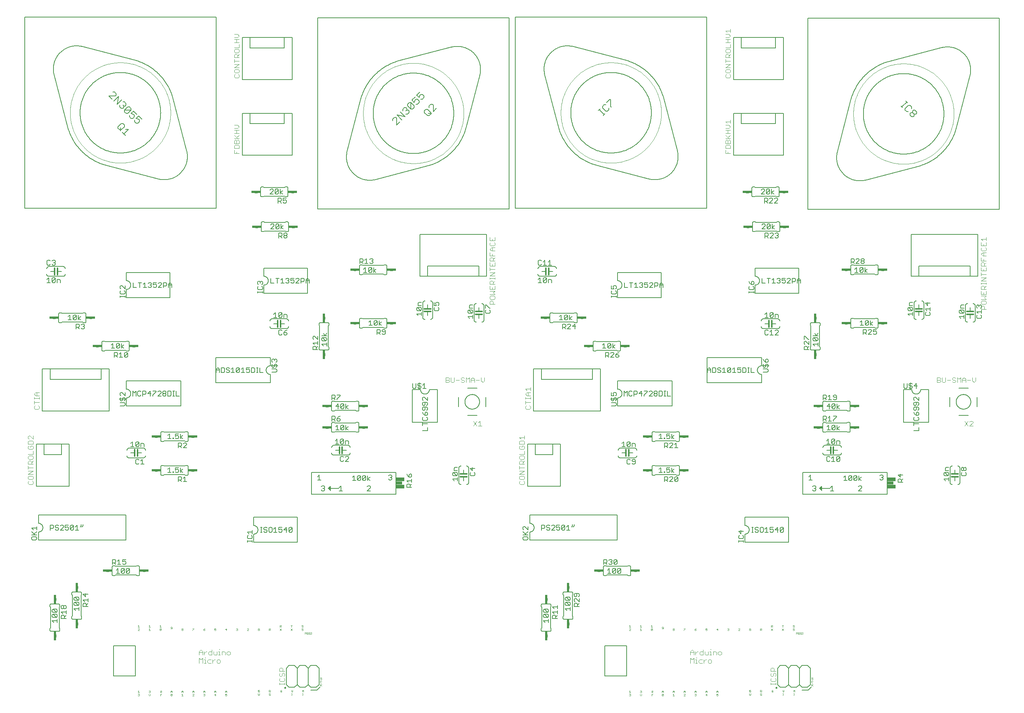
<source format=gto>
G75*
%MOIN*%
%OFA0B0*%
%FSLAX25Y25*%
%IPPOS*%
%LPD*%
%AMOC8*
5,1,8,0,0,1.08239X$1,22.5*
%
%ADD10C,0.00500*%
%ADD11C,0.00400*%
%ADD12C,0.00600*%
%ADD13C,0.00200*%
%ADD14C,0.01200*%
%ADD15R,0.07500X0.03500*%
%ADD16R,0.05500X0.03000*%
%ADD17C,0.00800*%
%ADD18C,0.02400*%
%ADD19R,0.02400X0.03400*%
%ADD20R,0.03400X0.02400*%
%ADD21C,0.00700*%
D10*
X0114262Y0096439D02*
X0115763Y0094938D01*
X0114262Y0096439D02*
X0118766Y0096439D01*
X0118766Y0094938D02*
X0118766Y0097941D01*
X0118015Y0099542D02*
X0115013Y0102545D01*
X0118015Y0102545D01*
X0118766Y0101794D01*
X0118766Y0100293D01*
X0118015Y0099542D01*
X0115013Y0099542D01*
X0114262Y0100293D01*
X0114262Y0101794D01*
X0115013Y0102545D01*
X0115013Y0104146D02*
X0114262Y0104897D01*
X0114262Y0106398D01*
X0115013Y0107149D01*
X0118015Y0104146D01*
X0118766Y0104897D01*
X0118766Y0106398D01*
X0118015Y0107149D01*
X0115013Y0107149D01*
X0115013Y0104146D02*
X0118015Y0104146D01*
X0122462Y0104543D02*
X0126966Y0104543D01*
X0126966Y0103042D02*
X0126966Y0106045D01*
X0126215Y0107646D02*
X0125465Y0107646D01*
X0124714Y0108397D01*
X0124714Y0109898D01*
X0125465Y0110649D01*
X0126215Y0110649D01*
X0126966Y0109898D01*
X0126966Y0108397D01*
X0126215Y0107646D01*
X0124714Y0108397D02*
X0123963Y0107646D01*
X0123213Y0107646D01*
X0122462Y0108397D01*
X0122462Y0109898D01*
X0123213Y0110649D01*
X0123963Y0110649D01*
X0124714Y0109898D01*
X0122462Y0104543D02*
X0123963Y0103042D01*
X0123213Y0101441D02*
X0124714Y0101441D01*
X0125465Y0100690D01*
X0125465Y0098438D01*
X0126966Y0098438D02*
X0122462Y0098438D01*
X0122462Y0100690D01*
X0123213Y0101441D01*
X0125465Y0099939D02*
X0126966Y0101441D01*
X0134262Y0107439D02*
X0138766Y0107439D01*
X0138766Y0105938D02*
X0138766Y0108941D01*
X0138015Y0110542D02*
X0135013Y0113545D01*
X0138015Y0113545D01*
X0138766Y0112794D01*
X0138766Y0111293D01*
X0138015Y0110542D01*
X0135013Y0110542D01*
X0134262Y0111293D01*
X0134262Y0112794D01*
X0135013Y0113545D01*
X0135013Y0115146D02*
X0134262Y0115897D01*
X0134262Y0117398D01*
X0135013Y0118149D01*
X0138015Y0115146D01*
X0138766Y0115897D01*
X0138766Y0117398D01*
X0138015Y0118149D01*
X0135013Y0118149D01*
X0135013Y0115146D02*
X0138015Y0115146D01*
X0142462Y0115543D02*
X0146966Y0115543D01*
X0146966Y0114042D02*
X0146966Y0117045D01*
X0144714Y0118646D02*
X0144714Y0121649D01*
X0142462Y0120898D02*
X0144714Y0118646D01*
X0146966Y0120898D02*
X0142462Y0120898D01*
X0142462Y0115543D02*
X0143963Y0114042D01*
X0143213Y0112441D02*
X0144714Y0112441D01*
X0145465Y0111690D01*
X0145465Y0109438D01*
X0146966Y0109438D02*
X0142462Y0109438D01*
X0142462Y0111690D01*
X0143213Y0112441D01*
X0145465Y0110939D02*
X0146966Y0112441D01*
X0135763Y0105938D02*
X0134262Y0107439D01*
X0172966Y0140050D02*
X0175969Y0140050D01*
X0174467Y0140050D02*
X0174467Y0144554D01*
X0172966Y0143053D01*
X0177570Y0143803D02*
X0178321Y0144554D01*
X0179822Y0144554D01*
X0180573Y0143803D01*
X0177570Y0140801D01*
X0178321Y0140050D01*
X0179822Y0140050D01*
X0180573Y0140801D01*
X0180573Y0143803D01*
X0182174Y0143803D02*
X0182925Y0144554D01*
X0184426Y0144554D01*
X0185176Y0143803D01*
X0182174Y0140801D01*
X0182925Y0140050D01*
X0184426Y0140050D01*
X0185176Y0140801D01*
X0185176Y0143803D01*
X0182174Y0143803D02*
X0182174Y0140801D01*
X0177570Y0140801D02*
X0177570Y0143803D01*
X0177073Y0148250D02*
X0174070Y0148250D01*
X0175571Y0148250D02*
X0175571Y0152754D01*
X0174070Y0151253D01*
X0172469Y0152003D02*
X0172469Y0150502D01*
X0171718Y0149751D01*
X0169466Y0149751D01*
X0169466Y0148250D02*
X0169466Y0152754D01*
X0171718Y0152754D01*
X0172469Y0152003D01*
X0170967Y0149751D02*
X0172469Y0148250D01*
X0178674Y0149001D02*
X0179425Y0148250D01*
X0180926Y0148250D01*
X0181676Y0149001D01*
X0181676Y0150502D01*
X0180926Y0151253D01*
X0180175Y0151253D01*
X0178674Y0150502D01*
X0178674Y0152754D01*
X0181676Y0152754D01*
X0142341Y0183503D02*
X0141591Y0182753D01*
X0142341Y0183503D02*
X0142341Y0185004D01*
X0140840Y0185004D02*
X0140840Y0183503D01*
X0140090Y0182753D01*
X0138488Y0179750D02*
X0135486Y0179750D01*
X0136987Y0179750D02*
X0136987Y0184254D01*
X0135486Y0182753D01*
X0133884Y0183503D02*
X0130882Y0180501D01*
X0131632Y0179750D01*
X0133134Y0179750D01*
X0133884Y0180501D01*
X0133884Y0183503D01*
X0133134Y0184254D01*
X0131632Y0184254D01*
X0130882Y0183503D01*
X0130882Y0180501D01*
X0129280Y0180501D02*
X0128530Y0179750D01*
X0127028Y0179750D01*
X0126278Y0180501D01*
X0126278Y0182002D02*
X0127779Y0182753D01*
X0128530Y0182753D01*
X0129280Y0182002D01*
X0129280Y0180501D01*
X0126278Y0182002D02*
X0126278Y0184254D01*
X0129280Y0184254D01*
X0124676Y0183503D02*
X0123926Y0184254D01*
X0122425Y0184254D01*
X0121674Y0183503D01*
X0120073Y0183503D02*
X0119322Y0184254D01*
X0117821Y0184254D01*
X0117070Y0183503D01*
X0117070Y0182753D01*
X0117821Y0182002D01*
X0119322Y0182002D01*
X0120073Y0181251D01*
X0120073Y0180501D01*
X0119322Y0179750D01*
X0117821Y0179750D01*
X0117070Y0180501D01*
X0115469Y0182002D02*
X0114718Y0181251D01*
X0112466Y0181251D01*
X0112466Y0179750D02*
X0112466Y0184254D01*
X0114718Y0184254D01*
X0115469Y0183503D01*
X0115469Y0182002D01*
X0121674Y0179750D02*
X0124676Y0182753D01*
X0124676Y0183503D01*
X0124676Y0179750D02*
X0121674Y0179750D01*
X0099966Y0179958D02*
X0099966Y0182960D01*
X0099966Y0181459D02*
X0095462Y0181459D01*
X0096963Y0179958D01*
X0095462Y0178356D02*
X0098465Y0175354D01*
X0097714Y0176105D02*
X0099966Y0178356D01*
X0099966Y0175354D02*
X0095462Y0175354D01*
X0096213Y0173753D02*
X0095462Y0173002D01*
X0095462Y0171501D01*
X0096213Y0170750D01*
X0099215Y0170750D01*
X0099966Y0171501D01*
X0099966Y0173002D01*
X0099215Y0173753D01*
X0096213Y0173753D01*
X0190758Y0241001D02*
X0191509Y0240250D01*
X0193010Y0240250D01*
X0193761Y0241001D01*
X0195362Y0240250D02*
X0198365Y0240250D01*
X0196863Y0240250D02*
X0196863Y0244754D01*
X0195362Y0243253D01*
X0193761Y0244003D02*
X0193010Y0244754D01*
X0191509Y0244754D01*
X0190758Y0244003D01*
X0190758Y0241001D01*
X0191509Y0256250D02*
X0190758Y0257001D01*
X0193761Y0260003D01*
X0193761Y0257001D01*
X0193010Y0256250D01*
X0191509Y0256250D01*
X0190758Y0257001D02*
X0190758Y0260003D01*
X0191509Y0260754D01*
X0193010Y0260754D01*
X0193761Y0260003D01*
X0195362Y0259253D02*
X0197614Y0259253D01*
X0198365Y0258502D01*
X0198365Y0256250D01*
X0195362Y0256250D02*
X0195362Y0259253D01*
X0189157Y0256250D02*
X0186154Y0256250D01*
X0187656Y0256250D02*
X0187656Y0260754D01*
X0186154Y0259253D01*
X0220120Y0263450D02*
X0223122Y0263450D01*
X0221621Y0263450D02*
X0221621Y0267954D01*
X0220120Y0266453D01*
X0224724Y0264201D02*
X0225474Y0264201D01*
X0225474Y0263450D01*
X0224724Y0263450D01*
X0224724Y0264201D01*
X0227025Y0264201D02*
X0227776Y0263450D01*
X0229277Y0263450D01*
X0230028Y0264201D01*
X0230028Y0265702D01*
X0229277Y0266453D01*
X0228527Y0266453D01*
X0227025Y0265702D01*
X0227025Y0267954D01*
X0230028Y0267954D01*
X0231629Y0267954D02*
X0231629Y0263450D01*
X0231629Y0264951D02*
X0233881Y0266453D01*
X0231629Y0264951D02*
X0233881Y0263450D01*
X0235113Y0259754D02*
X0234362Y0259003D01*
X0235113Y0259754D02*
X0236614Y0259754D01*
X0237365Y0259003D01*
X0237365Y0258253D01*
X0234362Y0255250D01*
X0237365Y0255250D01*
X0232761Y0255250D02*
X0231259Y0256751D01*
X0232010Y0256751D02*
X0229758Y0256751D01*
X0229758Y0255250D02*
X0229758Y0259754D01*
X0232010Y0259754D01*
X0232761Y0259003D01*
X0232761Y0257502D01*
X0232010Y0256751D01*
X0231629Y0236954D02*
X0231629Y0232450D01*
X0231629Y0233951D02*
X0233881Y0235453D01*
X0231629Y0233951D02*
X0233881Y0232450D01*
X0230028Y0233201D02*
X0229277Y0232450D01*
X0227776Y0232450D01*
X0227025Y0233201D01*
X0227025Y0234702D02*
X0228527Y0235453D01*
X0229277Y0235453D01*
X0230028Y0234702D01*
X0230028Y0233201D01*
X0227025Y0234702D02*
X0227025Y0236954D01*
X0230028Y0236954D01*
X0225474Y0233201D02*
X0224724Y0233201D01*
X0224724Y0232450D01*
X0225474Y0232450D01*
X0225474Y0233201D01*
X0223122Y0232450D02*
X0220120Y0232450D01*
X0221621Y0232450D02*
X0221621Y0236954D01*
X0220120Y0235453D01*
X0229758Y0228754D02*
X0232010Y0228754D01*
X0232761Y0228003D01*
X0232761Y0226502D01*
X0232010Y0225751D01*
X0229758Y0225751D01*
X0229758Y0224250D02*
X0229758Y0228754D01*
X0231259Y0225751D02*
X0232761Y0224250D01*
X0234362Y0224250D02*
X0237365Y0224250D01*
X0235863Y0224250D02*
X0235863Y0228754D01*
X0234362Y0227253D01*
X0292962Y0177924D02*
X0297466Y0177924D01*
X0297466Y0176423D02*
X0297466Y0179426D01*
X0294463Y0176423D02*
X0292962Y0177924D01*
X0293713Y0174822D02*
X0292962Y0174071D01*
X0292962Y0172570D01*
X0293713Y0171819D01*
X0296715Y0171819D01*
X0297466Y0172570D01*
X0297466Y0174071D01*
X0296715Y0174822D01*
X0297466Y0170251D02*
X0297466Y0168750D01*
X0297466Y0169501D02*
X0292962Y0169501D01*
X0292962Y0170251D02*
X0292962Y0168750D01*
X0304966Y0177750D02*
X0306467Y0177750D01*
X0305717Y0177750D02*
X0305717Y0182254D01*
X0306467Y0182254D02*
X0304966Y0182254D01*
X0308035Y0181503D02*
X0308035Y0180753D01*
X0308786Y0180002D01*
X0310287Y0180002D01*
X0311038Y0179251D01*
X0311038Y0178501D01*
X0310287Y0177750D01*
X0308786Y0177750D01*
X0308035Y0178501D01*
X0308035Y0181503D02*
X0308786Y0182254D01*
X0310287Y0182254D01*
X0311038Y0181503D01*
X0312639Y0181503D02*
X0312639Y0178501D01*
X0313390Y0177750D01*
X0314891Y0177750D01*
X0315642Y0178501D01*
X0315642Y0181503D01*
X0314891Y0182254D01*
X0313390Y0182254D01*
X0312639Y0181503D01*
X0317243Y0180753D02*
X0318744Y0182254D01*
X0318744Y0177750D01*
X0317243Y0177750D02*
X0320246Y0177750D01*
X0321847Y0178501D02*
X0322598Y0177750D01*
X0324099Y0177750D01*
X0324850Y0178501D01*
X0324850Y0180002D01*
X0324099Y0180753D01*
X0323348Y0180753D01*
X0321847Y0180002D01*
X0321847Y0182254D01*
X0324850Y0182254D01*
X0326451Y0180002D02*
X0329454Y0180002D01*
X0331055Y0181503D02*
X0331806Y0182254D01*
X0333307Y0182254D01*
X0334057Y0181503D01*
X0331055Y0178501D01*
X0331806Y0177750D01*
X0333307Y0177750D01*
X0334057Y0178501D01*
X0334057Y0181503D01*
X0331055Y0181503D02*
X0331055Y0178501D01*
X0328703Y0177750D02*
X0328703Y0182254D01*
X0326451Y0180002D01*
X0361509Y0215750D02*
X0360758Y0216501D01*
X0361509Y0215750D02*
X0363010Y0215750D01*
X0363761Y0216501D01*
X0363761Y0217251D01*
X0363010Y0218002D01*
X0362259Y0218002D01*
X0363010Y0218002D02*
X0363761Y0218753D01*
X0363761Y0219503D01*
X0363010Y0220254D01*
X0361509Y0220254D01*
X0360758Y0219503D01*
X0360365Y0225750D02*
X0357362Y0225750D01*
X0358863Y0225750D02*
X0358863Y0230254D01*
X0357362Y0228753D01*
X0377258Y0218753D02*
X0378759Y0220254D01*
X0378759Y0215750D01*
X0377258Y0215750D02*
X0380261Y0215750D01*
X0389318Y0225250D02*
X0392320Y0225250D01*
X0390819Y0225250D02*
X0390819Y0229754D01*
X0389318Y0228253D01*
X0393922Y0229003D02*
X0394672Y0229754D01*
X0396173Y0229754D01*
X0396924Y0229003D01*
X0393922Y0226001D01*
X0394672Y0225250D01*
X0396173Y0225250D01*
X0396924Y0226001D01*
X0396924Y0229003D01*
X0398525Y0229003D02*
X0399276Y0229754D01*
X0400777Y0229754D01*
X0401528Y0229003D01*
X0398525Y0226001D01*
X0399276Y0225250D01*
X0400777Y0225250D01*
X0401528Y0226001D01*
X0401528Y0229003D01*
X0403129Y0229754D02*
X0403129Y0225250D01*
X0403129Y0226751D02*
X0405381Y0228253D01*
X0403129Y0226751D02*
X0405381Y0225250D01*
X0405114Y0220254D02*
X0403613Y0220254D01*
X0402862Y0219503D01*
X0405114Y0220254D02*
X0405865Y0219503D01*
X0405865Y0218753D01*
X0402862Y0215750D01*
X0405865Y0215750D01*
X0398525Y0226001D02*
X0398525Y0229003D01*
X0393922Y0229003D02*
X0393922Y0226001D01*
X0385865Y0242750D02*
X0382862Y0242750D01*
X0385865Y0245753D01*
X0385865Y0246503D01*
X0385114Y0247254D01*
X0383613Y0247254D01*
X0382862Y0246503D01*
X0381261Y0246503D02*
X0380510Y0247254D01*
X0379009Y0247254D01*
X0378258Y0246503D01*
X0378258Y0243501D01*
X0379009Y0242750D01*
X0380510Y0242750D01*
X0381261Y0243501D01*
X0380510Y0258750D02*
X0379009Y0258750D01*
X0378258Y0259501D01*
X0381261Y0262503D01*
X0381261Y0259501D01*
X0380510Y0258750D01*
X0382862Y0258750D02*
X0382862Y0261753D01*
X0385114Y0261753D01*
X0385865Y0261002D01*
X0385865Y0258750D01*
X0381261Y0262503D02*
X0380510Y0263254D01*
X0379009Y0263254D01*
X0378258Y0262503D01*
X0378258Y0259501D01*
X0376657Y0258750D02*
X0373654Y0258750D01*
X0375156Y0258750D02*
X0375156Y0263254D01*
X0373654Y0261753D01*
X0373966Y0271550D02*
X0376969Y0271550D01*
X0375467Y0271550D02*
X0375467Y0276054D01*
X0373966Y0274553D01*
X0378570Y0275303D02*
X0378570Y0272301D01*
X0381573Y0275303D01*
X0381573Y0272301D01*
X0380822Y0271550D01*
X0379321Y0271550D01*
X0378570Y0272301D01*
X0378570Y0275303D02*
X0379321Y0276054D01*
X0380822Y0276054D01*
X0381573Y0275303D01*
X0383174Y0276054D02*
X0383174Y0271550D01*
X0383174Y0273051D02*
X0385426Y0274553D01*
X0383174Y0273051D02*
X0385426Y0271550D01*
X0377322Y0279750D02*
X0378073Y0280501D01*
X0378073Y0281251D01*
X0377322Y0282002D01*
X0375070Y0282002D01*
X0375070Y0280501D01*
X0375821Y0279750D01*
X0377322Y0279750D01*
X0375070Y0282002D02*
X0376571Y0283503D01*
X0378073Y0284254D01*
X0373469Y0283503D02*
X0373469Y0282002D01*
X0372718Y0281251D01*
X0370466Y0281251D01*
X0370466Y0279750D02*
X0370466Y0284254D01*
X0372718Y0284254D01*
X0373469Y0283503D01*
X0371967Y0281251D02*
X0373469Y0279750D01*
X0376218Y0291050D02*
X0376218Y0295554D01*
X0373966Y0293302D01*
X0376969Y0293302D01*
X0378570Y0294803D02*
X0379321Y0295554D01*
X0380822Y0295554D01*
X0381573Y0294803D01*
X0378570Y0291801D01*
X0379321Y0291050D01*
X0380822Y0291050D01*
X0381573Y0291801D01*
X0381573Y0294803D01*
X0383174Y0295554D02*
X0383174Y0291050D01*
X0383174Y0292551D02*
X0385426Y0294053D01*
X0383174Y0292551D02*
X0385426Y0291050D01*
X0378570Y0291801D02*
X0378570Y0294803D01*
X0375070Y0299250D02*
X0375070Y0300001D01*
X0378073Y0303003D01*
X0378073Y0303754D01*
X0375070Y0303754D01*
X0373469Y0303003D02*
X0373469Y0301502D01*
X0372718Y0300751D01*
X0370466Y0300751D01*
X0370466Y0299250D02*
X0370466Y0303754D01*
X0372718Y0303754D01*
X0373469Y0303003D01*
X0371967Y0300751D02*
X0373469Y0299250D01*
X0319966Y0325189D02*
X0319966Y0326690D01*
X0319215Y0327441D01*
X0315462Y0327441D01*
X0316213Y0329042D02*
X0315462Y0329793D01*
X0315462Y0331294D01*
X0316213Y0332045D01*
X0316213Y0333646D02*
X0315462Y0334397D01*
X0315462Y0335898D01*
X0316213Y0336649D01*
X0316963Y0336649D01*
X0317714Y0335898D01*
X0318465Y0336649D01*
X0319215Y0336649D01*
X0319966Y0335898D01*
X0319966Y0334397D01*
X0319215Y0333646D01*
X0319215Y0332045D02*
X0318465Y0332045D01*
X0317714Y0331294D01*
X0317714Y0329793D01*
X0316963Y0329042D01*
X0316213Y0329042D01*
X0314712Y0330543D02*
X0320717Y0330543D01*
X0319966Y0329793D02*
X0319966Y0331294D01*
X0319215Y0332045D01*
X0319966Y0329793D02*
X0319215Y0329042D01*
X0319966Y0325189D02*
X0319215Y0324438D01*
X0315462Y0324438D01*
X0307365Y0324250D02*
X0304362Y0324250D01*
X0304362Y0328754D01*
X0302794Y0328754D02*
X0301293Y0328754D01*
X0302043Y0328754D02*
X0302043Y0324250D01*
X0301293Y0324250D02*
X0302794Y0324250D01*
X0299691Y0325001D02*
X0299691Y0328003D01*
X0298941Y0328754D01*
X0296689Y0328754D01*
X0296689Y0324250D01*
X0298941Y0324250D01*
X0299691Y0325001D01*
X0295087Y0325001D02*
X0294337Y0324250D01*
X0292836Y0324250D01*
X0292085Y0325001D01*
X0292085Y0326502D02*
X0293586Y0327253D01*
X0294337Y0327253D01*
X0295087Y0326502D01*
X0295087Y0325001D01*
X0292085Y0326502D02*
X0292085Y0328754D01*
X0295087Y0328754D01*
X0288982Y0328754D02*
X0288982Y0324250D01*
X0287481Y0324250D02*
X0290484Y0324250D01*
X0287481Y0327253D02*
X0288982Y0328754D01*
X0285880Y0328003D02*
X0282877Y0325001D01*
X0283628Y0324250D01*
X0285129Y0324250D01*
X0285880Y0325001D01*
X0285880Y0328003D01*
X0285129Y0328754D01*
X0283628Y0328754D01*
X0282877Y0328003D01*
X0282877Y0325001D01*
X0281276Y0324250D02*
X0278273Y0324250D01*
X0279774Y0324250D02*
X0279774Y0328754D01*
X0278273Y0327253D01*
X0276672Y0328003D02*
X0275921Y0328754D01*
X0274420Y0328754D01*
X0273669Y0328003D01*
X0273669Y0327253D01*
X0274420Y0326502D01*
X0275921Y0326502D01*
X0276672Y0325751D01*
X0276672Y0325001D01*
X0275921Y0324250D01*
X0274420Y0324250D01*
X0273669Y0325001D01*
X0272068Y0325001D02*
X0272068Y0328003D01*
X0271317Y0328754D01*
X0269065Y0328754D01*
X0269065Y0324250D01*
X0271317Y0324250D01*
X0272068Y0325001D01*
X0267464Y0324250D02*
X0267464Y0327253D01*
X0265963Y0328754D01*
X0264461Y0327253D01*
X0264461Y0324250D01*
X0264461Y0326502D02*
X0267464Y0326502D01*
X0227867Y0307254D02*
X0227867Y0302750D01*
X0230869Y0302750D01*
X0226299Y0302750D02*
X0224797Y0302750D01*
X0225548Y0302750D02*
X0225548Y0307254D01*
X0224797Y0307254D02*
X0226299Y0307254D01*
X0223196Y0306503D02*
X0222445Y0307254D01*
X0220194Y0307254D01*
X0220194Y0302750D01*
X0222445Y0302750D01*
X0223196Y0303501D01*
X0223196Y0306503D01*
X0218592Y0306503D02*
X0218592Y0305753D01*
X0217841Y0305002D01*
X0216340Y0305002D01*
X0215590Y0305753D01*
X0215590Y0306503D01*
X0216340Y0307254D01*
X0217841Y0307254D01*
X0218592Y0306503D01*
X0217841Y0305002D02*
X0218592Y0304251D01*
X0218592Y0303501D01*
X0217841Y0302750D01*
X0216340Y0302750D01*
X0215590Y0303501D01*
X0215590Y0304251D01*
X0216340Y0305002D01*
X0213988Y0305753D02*
X0210986Y0302750D01*
X0213988Y0302750D01*
X0213988Y0305753D02*
X0213988Y0306503D01*
X0213238Y0307254D01*
X0211736Y0307254D01*
X0210986Y0306503D01*
X0209384Y0306503D02*
X0206382Y0303501D01*
X0206382Y0302750D01*
X0204030Y0302750D02*
X0204030Y0307254D01*
X0201778Y0305002D01*
X0204780Y0305002D01*
X0206382Y0307254D02*
X0209384Y0307254D01*
X0209384Y0306503D01*
X0200176Y0306503D02*
X0200176Y0305002D01*
X0199426Y0304251D01*
X0197174Y0304251D01*
X0197174Y0302750D02*
X0197174Y0307254D01*
X0199426Y0307254D01*
X0200176Y0306503D01*
X0195573Y0306503D02*
X0194822Y0307254D01*
X0193321Y0307254D01*
X0192570Y0306503D01*
X0192570Y0303501D01*
X0193321Y0302750D01*
X0194822Y0302750D01*
X0195573Y0303501D01*
X0190969Y0302750D02*
X0190969Y0307254D01*
X0189467Y0305753D01*
X0187966Y0307254D01*
X0187966Y0302750D01*
X0181717Y0299855D02*
X0175712Y0299855D01*
X0176462Y0299105D02*
X0176462Y0300606D01*
X0177213Y0301356D01*
X0177213Y0302958D02*
X0176462Y0303708D01*
X0176462Y0305210D01*
X0177213Y0305960D01*
X0177963Y0305960D01*
X0180966Y0302958D01*
X0180966Y0305960D01*
X0180215Y0301356D02*
X0179465Y0301356D01*
X0178714Y0300606D01*
X0178714Y0299105D01*
X0177963Y0298354D01*
X0177213Y0298354D01*
X0176462Y0299105D01*
X0176462Y0296753D02*
X0180215Y0296753D01*
X0180966Y0296002D01*
X0180966Y0294501D01*
X0180215Y0293750D01*
X0176462Y0293750D01*
X0180215Y0298354D02*
X0180966Y0299105D01*
X0180966Y0300606D01*
X0180215Y0301356D01*
X0181113Y0338250D02*
X0180362Y0339001D01*
X0183365Y0342003D01*
X0183365Y0339001D01*
X0182614Y0338250D01*
X0181113Y0338250D01*
X0180362Y0339001D02*
X0180362Y0342003D01*
X0181113Y0342754D01*
X0182614Y0342754D01*
X0183365Y0342003D01*
X0179881Y0346450D02*
X0177629Y0347951D01*
X0179881Y0349453D01*
X0177629Y0350954D02*
X0177629Y0346450D01*
X0176028Y0347201D02*
X0175277Y0346450D01*
X0173776Y0346450D01*
X0173025Y0347201D01*
X0176028Y0350203D01*
X0176028Y0347201D01*
X0176028Y0350203D02*
X0175277Y0350954D01*
X0173776Y0350954D01*
X0173025Y0350203D01*
X0173025Y0347201D01*
X0171424Y0346450D02*
X0168422Y0346450D01*
X0169923Y0346450D02*
X0169923Y0350954D01*
X0168422Y0349453D01*
X0171154Y0342754D02*
X0173406Y0342754D01*
X0174157Y0342003D01*
X0174157Y0340502D01*
X0173406Y0339751D01*
X0171154Y0339751D01*
X0171154Y0338250D02*
X0171154Y0342754D01*
X0172656Y0339751D02*
X0174157Y0338250D01*
X0175758Y0338250D02*
X0178761Y0338250D01*
X0177259Y0338250D02*
X0177259Y0342754D01*
X0175758Y0341253D01*
X0143865Y0365001D02*
X0143114Y0364250D01*
X0141613Y0364250D01*
X0140862Y0365001D01*
X0139261Y0364250D02*
X0137759Y0365751D01*
X0138510Y0365751D02*
X0136258Y0365751D01*
X0136258Y0364250D02*
X0136258Y0368754D01*
X0138510Y0368754D01*
X0139261Y0368003D01*
X0139261Y0366502D01*
X0138510Y0365751D01*
X0140862Y0368003D02*
X0141613Y0368754D01*
X0143114Y0368754D01*
X0143865Y0368003D01*
X0143865Y0367253D01*
X0143114Y0366502D01*
X0143865Y0365751D01*
X0143865Y0365001D01*
X0143114Y0366502D02*
X0142363Y0366502D01*
X0140381Y0372450D02*
X0138129Y0373951D01*
X0140381Y0375453D01*
X0138129Y0376954D02*
X0138129Y0372450D01*
X0136528Y0373201D02*
X0135777Y0372450D01*
X0134276Y0372450D01*
X0133525Y0373201D01*
X0136528Y0376203D01*
X0136528Y0373201D01*
X0136528Y0376203D02*
X0135777Y0376954D01*
X0134276Y0376954D01*
X0133525Y0376203D01*
X0133525Y0373201D01*
X0131924Y0372450D02*
X0128922Y0372450D01*
X0130423Y0372450D02*
X0130423Y0376954D01*
X0128922Y0375453D01*
X0176462Y0393250D02*
X0176462Y0394751D01*
X0176462Y0394001D02*
X0180966Y0394001D01*
X0180966Y0394751D02*
X0180966Y0393250D01*
X0180215Y0396319D02*
X0180966Y0397070D01*
X0180966Y0398571D01*
X0180215Y0399322D01*
X0180966Y0400923D02*
X0177963Y0403926D01*
X0177213Y0403926D01*
X0176462Y0403175D01*
X0176462Y0401674D01*
X0177213Y0400923D01*
X0177213Y0399322D02*
X0176462Y0398571D01*
X0176462Y0397070D01*
X0177213Y0396319D01*
X0180215Y0396319D01*
X0180966Y0400923D02*
X0180966Y0403926D01*
X0188466Y0402250D02*
X0188466Y0406754D01*
X0188466Y0402250D02*
X0191469Y0402250D01*
X0194571Y0402250D02*
X0194571Y0406754D01*
X0193070Y0406754D02*
X0196073Y0406754D01*
X0197674Y0405253D02*
X0199175Y0406754D01*
X0199175Y0402250D01*
X0197674Y0402250D02*
X0200676Y0402250D01*
X0202278Y0403001D02*
X0203028Y0402250D01*
X0204530Y0402250D01*
X0205280Y0403001D01*
X0205280Y0403751D01*
X0204530Y0404502D01*
X0203779Y0404502D01*
X0204530Y0404502D02*
X0205280Y0405253D01*
X0205280Y0406003D01*
X0204530Y0406754D01*
X0203028Y0406754D01*
X0202278Y0406003D01*
X0206882Y0406754D02*
X0206882Y0404502D01*
X0208383Y0405253D01*
X0209134Y0405253D01*
X0209884Y0404502D01*
X0209884Y0403001D01*
X0209134Y0402250D01*
X0207632Y0402250D01*
X0206882Y0403001D01*
X0206882Y0406754D02*
X0209884Y0406754D01*
X0211486Y0406003D02*
X0212236Y0406754D01*
X0213738Y0406754D01*
X0214488Y0406003D01*
X0214488Y0405253D01*
X0211486Y0402250D01*
X0214488Y0402250D01*
X0216090Y0402250D02*
X0216090Y0406754D01*
X0218341Y0406754D01*
X0219092Y0406003D01*
X0219092Y0404502D01*
X0218341Y0403751D01*
X0216090Y0403751D01*
X0220694Y0404502D02*
X0223696Y0404502D01*
X0223696Y0405253D02*
X0223696Y0402250D01*
X0220694Y0402250D02*
X0220694Y0405253D01*
X0222195Y0406754D01*
X0223696Y0405253D01*
X0302462Y0405674D02*
X0302462Y0407175D01*
X0303213Y0407926D01*
X0303963Y0407926D01*
X0304714Y0407175D01*
X0305465Y0407926D01*
X0306215Y0407926D01*
X0306966Y0407175D01*
X0306966Y0405674D01*
X0306215Y0404923D01*
X0306215Y0403322D02*
X0306966Y0402571D01*
X0306966Y0401070D01*
X0306215Y0400319D01*
X0303213Y0400319D01*
X0302462Y0401070D01*
X0302462Y0402571D01*
X0303213Y0403322D01*
X0303213Y0404923D02*
X0302462Y0405674D01*
X0304714Y0406424D02*
X0304714Y0407175D01*
X0314466Y0406250D02*
X0317469Y0406250D01*
X0314466Y0406250D02*
X0314466Y0410754D01*
X0319070Y0410754D02*
X0322073Y0410754D01*
X0320571Y0410754D02*
X0320571Y0406250D01*
X0323674Y0406250D02*
X0326676Y0406250D01*
X0325175Y0406250D02*
X0325175Y0410754D01*
X0323674Y0409253D01*
X0328278Y0410003D02*
X0329028Y0410754D01*
X0330530Y0410754D01*
X0331280Y0410003D01*
X0331280Y0409253D01*
X0330530Y0408502D01*
X0331280Y0407751D01*
X0331280Y0407001D01*
X0330530Y0406250D01*
X0329028Y0406250D01*
X0328278Y0407001D01*
X0329779Y0408502D02*
X0330530Y0408502D01*
X0332882Y0408502D02*
X0334383Y0409253D01*
X0335134Y0409253D01*
X0335884Y0408502D01*
X0335884Y0407001D01*
X0335134Y0406250D01*
X0333632Y0406250D01*
X0332882Y0407001D01*
X0332882Y0408502D02*
X0332882Y0410754D01*
X0335884Y0410754D01*
X0337486Y0410003D02*
X0338236Y0410754D01*
X0339738Y0410754D01*
X0340488Y0410003D01*
X0340488Y0409253D01*
X0337486Y0406250D01*
X0340488Y0406250D01*
X0342090Y0406250D02*
X0342090Y0410754D01*
X0344341Y0410754D01*
X0345092Y0410003D01*
X0345092Y0408502D01*
X0344341Y0407751D01*
X0342090Y0407751D01*
X0346694Y0408502D02*
X0349696Y0408502D01*
X0349696Y0409253D02*
X0349696Y0406250D01*
X0346694Y0406250D02*
X0346694Y0409253D01*
X0348195Y0410754D01*
X0349696Y0409253D01*
X0328614Y0377753D02*
X0329365Y0377002D01*
X0329365Y0374750D01*
X0326362Y0374750D02*
X0326362Y0377753D01*
X0328614Y0377753D01*
X0324761Y0378503D02*
X0321758Y0375501D01*
X0322509Y0374750D01*
X0324010Y0374750D01*
X0324761Y0375501D01*
X0324761Y0378503D01*
X0324010Y0379254D01*
X0322509Y0379254D01*
X0321758Y0378503D01*
X0321758Y0375501D01*
X0320157Y0374750D02*
X0317154Y0374750D01*
X0318656Y0374750D02*
X0318656Y0379254D01*
X0317154Y0377753D01*
X0322509Y0363254D02*
X0321758Y0362503D01*
X0321758Y0359501D01*
X0322509Y0358750D01*
X0324010Y0358750D01*
X0324761Y0359501D01*
X0326362Y0359501D02*
X0327113Y0358750D01*
X0328614Y0358750D01*
X0329365Y0359501D01*
X0329365Y0360251D01*
X0328614Y0361002D01*
X0326362Y0361002D01*
X0326362Y0359501D01*
X0326362Y0361002D02*
X0327863Y0362503D01*
X0329365Y0363254D01*
X0324761Y0362503D02*
X0324010Y0363254D01*
X0322509Y0363254D01*
X0352962Y0356710D02*
X0352962Y0355208D01*
X0353713Y0354458D01*
X0352962Y0356710D02*
X0353713Y0357460D01*
X0354463Y0357460D01*
X0357466Y0354458D01*
X0357466Y0357460D01*
X0361162Y0357958D02*
X0365666Y0357958D01*
X0364165Y0357958D02*
X0362663Y0360210D01*
X0364165Y0357958D02*
X0365666Y0360210D01*
X0364915Y0356356D02*
X0365666Y0355606D01*
X0365666Y0354105D01*
X0364915Y0353354D01*
X0361913Y0356356D01*
X0364915Y0356356D01*
X0364915Y0353354D02*
X0361913Y0353354D01*
X0361162Y0354105D01*
X0361162Y0355606D01*
X0361913Y0356356D01*
X0357466Y0352856D02*
X0357466Y0349854D01*
X0357466Y0351355D02*
X0352962Y0351355D01*
X0354463Y0349854D01*
X0353713Y0348253D02*
X0355214Y0348253D01*
X0355965Y0347502D01*
X0355965Y0345250D01*
X0357466Y0345250D02*
X0352962Y0345250D01*
X0352962Y0347502D01*
X0353713Y0348253D01*
X0355965Y0346751D02*
X0357466Y0348253D01*
X0361162Y0350251D02*
X0365666Y0350251D01*
X0365666Y0348750D02*
X0365666Y0351753D01*
X0362663Y0348750D02*
X0361162Y0350251D01*
X0317714Y0335898D02*
X0317714Y0335147D01*
X0306966Y0397250D02*
X0306966Y0398751D01*
X0306966Y0398001D02*
X0302462Y0398001D01*
X0302462Y0398751D02*
X0302462Y0397250D01*
X0321758Y0447750D02*
X0321758Y0452254D01*
X0324010Y0452254D01*
X0324761Y0451503D01*
X0324761Y0450002D01*
X0324010Y0449251D01*
X0321758Y0449251D01*
X0323259Y0449251D02*
X0324761Y0447750D01*
X0326362Y0448501D02*
X0326362Y0449251D01*
X0327113Y0450002D01*
X0328614Y0450002D01*
X0329365Y0449251D01*
X0329365Y0448501D01*
X0328614Y0447750D01*
X0327113Y0447750D01*
X0326362Y0448501D01*
X0327113Y0450002D02*
X0326362Y0450753D01*
X0326362Y0451503D01*
X0327113Y0452254D01*
X0328614Y0452254D01*
X0329365Y0451503D01*
X0329365Y0450753D01*
X0328614Y0450002D01*
X0325881Y0455950D02*
X0323629Y0457451D01*
X0325881Y0458953D01*
X0323629Y0460454D02*
X0323629Y0455950D01*
X0322028Y0456701D02*
X0321277Y0455950D01*
X0319776Y0455950D01*
X0319025Y0456701D01*
X0322028Y0459703D01*
X0322028Y0456701D01*
X0322028Y0459703D02*
X0321277Y0460454D01*
X0319776Y0460454D01*
X0319025Y0459703D01*
X0319025Y0456701D01*
X0317424Y0455950D02*
X0314422Y0455950D01*
X0317424Y0458953D01*
X0317424Y0459703D01*
X0316673Y0460454D01*
X0315172Y0460454D01*
X0314422Y0459703D01*
X0321258Y0479750D02*
X0321258Y0484254D01*
X0323510Y0484254D01*
X0324261Y0483503D01*
X0324261Y0482002D01*
X0323510Y0481251D01*
X0321258Y0481251D01*
X0322759Y0481251D02*
X0324261Y0479750D01*
X0325862Y0480501D02*
X0326613Y0479750D01*
X0328114Y0479750D01*
X0328865Y0480501D01*
X0328865Y0482002D01*
X0328114Y0482753D01*
X0327363Y0482753D01*
X0325862Y0482002D01*
X0325862Y0484254D01*
X0328865Y0484254D01*
X0325381Y0487950D02*
X0323129Y0489451D01*
X0325381Y0490953D01*
X0323129Y0492454D02*
X0323129Y0487950D01*
X0321528Y0488701D02*
X0320777Y0487950D01*
X0319276Y0487950D01*
X0318525Y0488701D01*
X0321528Y0491703D01*
X0321528Y0488701D01*
X0321528Y0491703D02*
X0320777Y0492454D01*
X0319276Y0492454D01*
X0318525Y0491703D01*
X0318525Y0488701D01*
X0316924Y0487950D02*
X0313922Y0487950D01*
X0316924Y0490953D01*
X0316924Y0491703D01*
X0316173Y0492454D01*
X0314672Y0492454D01*
X0313922Y0491703D01*
X0357535Y0474319D02*
X0357535Y0649681D01*
X0532897Y0649681D01*
X0532897Y0474319D01*
X0357535Y0474319D01*
X0395966Y0428754D02*
X0398218Y0428754D01*
X0398969Y0428003D01*
X0398969Y0426502D01*
X0398218Y0425751D01*
X0395966Y0425751D01*
X0395966Y0424250D02*
X0395966Y0428754D01*
X0397467Y0425751D02*
X0398969Y0424250D01*
X0400570Y0424250D02*
X0403573Y0424250D01*
X0402071Y0424250D02*
X0402071Y0428754D01*
X0400570Y0427253D01*
X0405174Y0428003D02*
X0405925Y0428754D01*
X0407426Y0428754D01*
X0408176Y0428003D01*
X0408176Y0427253D01*
X0407426Y0426502D01*
X0408176Y0425751D01*
X0408176Y0425001D01*
X0407426Y0424250D01*
X0405925Y0424250D01*
X0405174Y0425001D01*
X0406675Y0426502D02*
X0407426Y0426502D01*
X0406322Y0420554D02*
X0407073Y0419803D01*
X0404070Y0416801D01*
X0404821Y0416050D01*
X0406322Y0416050D01*
X0407073Y0416801D01*
X0407073Y0419803D01*
X0406322Y0420554D02*
X0404821Y0420554D01*
X0404070Y0419803D01*
X0404070Y0416801D01*
X0402469Y0416050D02*
X0399466Y0416050D01*
X0400967Y0416050D02*
X0400967Y0420554D01*
X0399466Y0419053D01*
X0408674Y0420554D02*
X0408674Y0416050D01*
X0408674Y0417551D02*
X0410926Y0419053D01*
X0408674Y0417551D02*
X0410926Y0416050D01*
X0449463Y0387898D02*
X0450214Y0388649D01*
X0452466Y0388649D01*
X0452466Y0385646D02*
X0449463Y0385646D01*
X0449463Y0387898D01*
X0448713Y0384045D02*
X0451715Y0381042D01*
X0452466Y0381793D01*
X0452466Y0383294D01*
X0451715Y0384045D01*
X0448713Y0384045D01*
X0447962Y0383294D01*
X0447962Y0381793D01*
X0448713Y0381042D01*
X0451715Y0381042D01*
X0452466Y0379441D02*
X0452466Y0376438D01*
X0452466Y0377939D02*
X0447962Y0377939D01*
X0449463Y0376438D01*
X0463962Y0381793D02*
X0464713Y0381042D01*
X0467715Y0381042D01*
X0468466Y0381793D01*
X0468466Y0383294D01*
X0467715Y0384045D01*
X0467715Y0385646D02*
X0468466Y0386397D01*
X0468466Y0387898D01*
X0467715Y0388649D01*
X0466214Y0388649D01*
X0465463Y0387898D01*
X0465463Y0387147D01*
X0466214Y0385646D01*
X0463962Y0385646D01*
X0463962Y0388649D01*
X0464713Y0384045D02*
X0463962Y0383294D01*
X0463962Y0381793D01*
X0494962Y0380794D02*
X0495713Y0381545D01*
X0498715Y0378542D01*
X0499466Y0379293D01*
X0499466Y0380794D01*
X0498715Y0381545D01*
X0495713Y0381545D01*
X0494962Y0380794D02*
X0494962Y0379293D01*
X0495713Y0378542D01*
X0498715Y0378542D01*
X0499466Y0376941D02*
X0499466Y0373938D01*
X0499466Y0375439D02*
X0494962Y0375439D01*
X0496463Y0373938D01*
X0496463Y0383146D02*
X0496463Y0385398D01*
X0497214Y0386149D01*
X0499466Y0386149D01*
X0499466Y0383146D02*
X0496463Y0383146D01*
X0510962Y0383146D02*
X0510962Y0386149D01*
X0511713Y0386149D01*
X0514715Y0383146D01*
X0515466Y0383146D01*
X0514715Y0381545D02*
X0515466Y0380794D01*
X0515466Y0379293D01*
X0514715Y0378542D01*
X0511713Y0378542D01*
X0510962Y0379293D01*
X0510962Y0380794D01*
X0511713Y0381545D01*
X0559466Y0406750D02*
X0562469Y0406750D01*
X0560967Y0406750D02*
X0560967Y0411254D01*
X0559466Y0409753D01*
X0564070Y0410503D02*
X0564821Y0411254D01*
X0566322Y0411254D01*
X0567073Y0410503D01*
X0564070Y0407501D01*
X0564821Y0406750D01*
X0566322Y0406750D01*
X0567073Y0407501D01*
X0567073Y0410503D01*
X0568674Y0409753D02*
X0570926Y0409753D01*
X0571676Y0409002D01*
X0571676Y0406750D01*
X0568674Y0406750D02*
X0568674Y0409753D01*
X0564070Y0410503D02*
X0564070Y0407501D01*
X0564070Y0422750D02*
X0567073Y0422750D01*
X0565571Y0422750D02*
X0565571Y0427254D01*
X0564070Y0425753D01*
X0562469Y0426503D02*
X0561718Y0427254D01*
X0560217Y0427254D01*
X0559466Y0426503D01*
X0559466Y0423501D01*
X0560217Y0422750D01*
X0561718Y0422750D01*
X0562469Y0423501D01*
X0568674Y0422750D02*
X0571676Y0422750D01*
X0570175Y0422750D02*
X0570175Y0427254D01*
X0568674Y0425753D01*
X0626462Y0403926D02*
X0626462Y0400923D01*
X0628714Y0400923D01*
X0627963Y0402424D01*
X0627963Y0403175D01*
X0628714Y0403926D01*
X0630215Y0403926D01*
X0630966Y0403175D01*
X0630966Y0401674D01*
X0630215Y0400923D01*
X0630215Y0399322D02*
X0630966Y0398571D01*
X0630966Y0397070D01*
X0630215Y0396319D01*
X0627213Y0396319D01*
X0626462Y0397070D01*
X0626462Y0398571D01*
X0627213Y0399322D01*
X0626462Y0394751D02*
X0626462Y0393250D01*
X0626462Y0394001D02*
X0630966Y0394001D01*
X0630966Y0394751D02*
X0630966Y0393250D01*
X0638466Y0402250D02*
X0641469Y0402250D01*
X0638466Y0402250D02*
X0638466Y0406754D01*
X0643070Y0406754D02*
X0646073Y0406754D01*
X0644571Y0406754D02*
X0644571Y0402250D01*
X0647674Y0402250D02*
X0650676Y0402250D01*
X0649175Y0402250D02*
X0649175Y0406754D01*
X0647674Y0405253D01*
X0652278Y0406003D02*
X0653028Y0406754D01*
X0654530Y0406754D01*
X0655280Y0406003D01*
X0655280Y0405253D01*
X0654530Y0404502D01*
X0655280Y0403751D01*
X0655280Y0403001D01*
X0654530Y0402250D01*
X0653028Y0402250D01*
X0652278Y0403001D01*
X0653779Y0404502D02*
X0654530Y0404502D01*
X0656882Y0404502D02*
X0658383Y0405253D01*
X0659134Y0405253D01*
X0659884Y0404502D01*
X0659884Y0403001D01*
X0659134Y0402250D01*
X0657632Y0402250D01*
X0656882Y0403001D01*
X0656882Y0404502D02*
X0656882Y0406754D01*
X0659884Y0406754D01*
X0661486Y0406003D02*
X0662236Y0406754D01*
X0663738Y0406754D01*
X0664488Y0406003D01*
X0664488Y0405253D01*
X0661486Y0402250D01*
X0664488Y0402250D01*
X0666090Y0402250D02*
X0666090Y0406754D01*
X0668341Y0406754D01*
X0669092Y0406003D01*
X0669092Y0404502D01*
X0668341Y0403751D01*
X0666090Y0403751D01*
X0670694Y0404502D02*
X0673696Y0404502D01*
X0673696Y0405253D02*
X0673696Y0402250D01*
X0670694Y0402250D02*
X0670694Y0405253D01*
X0672195Y0406754D01*
X0673696Y0405253D01*
X0629881Y0349453D02*
X0627629Y0347951D01*
X0629881Y0346450D01*
X0627629Y0346450D02*
X0627629Y0350954D01*
X0626028Y0350203D02*
X0623025Y0347201D01*
X0623776Y0346450D01*
X0625277Y0346450D01*
X0626028Y0347201D01*
X0626028Y0350203D01*
X0625277Y0350954D01*
X0623776Y0350954D01*
X0623025Y0350203D01*
X0623025Y0347201D01*
X0621424Y0346450D02*
X0618422Y0346450D01*
X0619923Y0346450D02*
X0619923Y0350954D01*
X0618422Y0349453D01*
X0621154Y0342754D02*
X0623406Y0342754D01*
X0624157Y0342003D01*
X0624157Y0340502D01*
X0623406Y0339751D01*
X0621154Y0339751D01*
X0621154Y0338250D02*
X0621154Y0342754D01*
X0622656Y0339751D02*
X0624157Y0338250D01*
X0625758Y0338250D02*
X0628761Y0341253D01*
X0628761Y0342003D01*
X0628010Y0342754D01*
X0626509Y0342754D01*
X0625758Y0342003D01*
X0625758Y0338250D02*
X0628761Y0338250D01*
X0630362Y0339001D02*
X0631113Y0338250D01*
X0632614Y0338250D01*
X0633365Y0339001D01*
X0633365Y0339751D01*
X0632614Y0340502D01*
X0630362Y0340502D01*
X0630362Y0339001D01*
X0630362Y0340502D02*
X0631863Y0342003D01*
X0633365Y0342754D01*
X0593114Y0364250D02*
X0593114Y0368754D01*
X0590862Y0366502D01*
X0593865Y0366502D01*
X0589261Y0367253D02*
X0589261Y0368003D01*
X0588510Y0368754D01*
X0587009Y0368754D01*
X0586258Y0368003D01*
X0584657Y0368003D02*
X0584657Y0366502D01*
X0583906Y0365751D01*
X0581654Y0365751D01*
X0581654Y0364250D02*
X0581654Y0368754D01*
X0583906Y0368754D01*
X0584657Y0368003D01*
X0583156Y0365751D02*
X0584657Y0364250D01*
X0586258Y0364250D02*
X0589261Y0367253D01*
X0589261Y0364250D02*
X0586258Y0364250D01*
X0585777Y0372450D02*
X0584276Y0372450D01*
X0583525Y0373201D01*
X0586528Y0376203D01*
X0586528Y0373201D01*
X0585777Y0372450D01*
X0588129Y0372450D02*
X0588129Y0376954D01*
X0586528Y0376203D02*
X0585777Y0376954D01*
X0584276Y0376954D01*
X0583525Y0376203D01*
X0583525Y0373201D01*
X0581924Y0372450D02*
X0578922Y0372450D01*
X0580423Y0372450D02*
X0580423Y0376954D01*
X0578922Y0375453D01*
X0588129Y0373951D02*
X0590381Y0375453D01*
X0588129Y0373951D02*
X0590381Y0372450D01*
X0626462Y0305960D02*
X0626462Y0302958D01*
X0628714Y0302958D01*
X0627963Y0304459D01*
X0627963Y0305210D01*
X0628714Y0305960D01*
X0630215Y0305960D01*
X0630966Y0305210D01*
X0630966Y0303708D01*
X0630215Y0302958D01*
X0630215Y0301356D02*
X0629465Y0301356D01*
X0628714Y0300606D01*
X0628714Y0299105D01*
X0627963Y0298354D01*
X0627213Y0298354D01*
X0626462Y0299105D01*
X0626462Y0300606D01*
X0627213Y0301356D01*
X0625712Y0299855D02*
X0631717Y0299855D01*
X0630966Y0299105D02*
X0630966Y0300606D01*
X0630215Y0301356D01*
X0630966Y0299105D02*
X0630215Y0298354D01*
X0630215Y0296753D02*
X0626462Y0296753D01*
X0626462Y0293750D02*
X0630215Y0293750D01*
X0630966Y0294501D01*
X0630966Y0296002D01*
X0630215Y0296753D01*
X0637966Y0302750D02*
X0637966Y0307254D01*
X0639467Y0305753D01*
X0640969Y0307254D01*
X0640969Y0302750D01*
X0642570Y0303501D02*
X0643321Y0302750D01*
X0644822Y0302750D01*
X0645573Y0303501D01*
X0647174Y0304251D02*
X0649426Y0304251D01*
X0650176Y0305002D01*
X0650176Y0306503D01*
X0649426Y0307254D01*
X0647174Y0307254D01*
X0647174Y0302750D01*
X0645573Y0306503D02*
X0644822Y0307254D01*
X0643321Y0307254D01*
X0642570Y0306503D01*
X0642570Y0303501D01*
X0651778Y0305002D02*
X0654780Y0305002D01*
X0656382Y0303501D02*
X0656382Y0302750D01*
X0656382Y0303501D02*
X0659384Y0306503D01*
X0659384Y0307254D01*
X0656382Y0307254D01*
X0654030Y0307254D02*
X0651778Y0305002D01*
X0654030Y0302750D02*
X0654030Y0307254D01*
X0660986Y0306503D02*
X0661736Y0307254D01*
X0663238Y0307254D01*
X0663988Y0306503D01*
X0663988Y0305753D01*
X0660986Y0302750D01*
X0663988Y0302750D01*
X0665590Y0303501D02*
X0666340Y0302750D01*
X0667841Y0302750D01*
X0668592Y0303501D01*
X0668592Y0304251D01*
X0667841Y0305002D01*
X0666340Y0305002D01*
X0665590Y0305753D01*
X0665590Y0306503D01*
X0666340Y0307254D01*
X0667841Y0307254D01*
X0668592Y0306503D01*
X0668592Y0305753D01*
X0667841Y0305002D01*
X0666340Y0305002D02*
X0665590Y0304251D01*
X0665590Y0303501D01*
X0670194Y0302750D02*
X0670194Y0307254D01*
X0672445Y0307254D01*
X0673196Y0306503D01*
X0673196Y0303501D01*
X0672445Y0302750D01*
X0670194Y0302750D01*
X0674797Y0302750D02*
X0676299Y0302750D01*
X0675548Y0302750D02*
X0675548Y0307254D01*
X0674797Y0307254D02*
X0676299Y0307254D01*
X0677867Y0307254D02*
X0677867Y0302750D01*
X0680869Y0302750D01*
X0714461Y0324250D02*
X0714461Y0327253D01*
X0715963Y0328754D01*
X0717464Y0327253D01*
X0717464Y0324250D01*
X0719065Y0324250D02*
X0719065Y0328754D01*
X0721317Y0328754D01*
X0722068Y0328003D01*
X0722068Y0325001D01*
X0721317Y0324250D01*
X0719065Y0324250D01*
X0717464Y0326502D02*
X0714461Y0326502D01*
X0723669Y0327253D02*
X0724420Y0326502D01*
X0725921Y0326502D01*
X0726672Y0325751D01*
X0726672Y0325001D01*
X0725921Y0324250D01*
X0724420Y0324250D01*
X0723669Y0325001D01*
X0723669Y0327253D02*
X0723669Y0328003D01*
X0724420Y0328754D01*
X0725921Y0328754D01*
X0726672Y0328003D01*
X0728273Y0327253D02*
X0729774Y0328754D01*
X0729774Y0324250D01*
X0728273Y0324250D02*
X0731276Y0324250D01*
X0732877Y0325001D02*
X0735880Y0328003D01*
X0735880Y0325001D01*
X0735129Y0324250D01*
X0733628Y0324250D01*
X0732877Y0325001D01*
X0732877Y0328003D01*
X0733628Y0328754D01*
X0735129Y0328754D01*
X0735880Y0328003D01*
X0737481Y0327253D02*
X0738982Y0328754D01*
X0738982Y0324250D01*
X0737481Y0324250D02*
X0740484Y0324250D01*
X0742085Y0325001D02*
X0742836Y0324250D01*
X0744337Y0324250D01*
X0745087Y0325001D01*
X0745087Y0326502D01*
X0744337Y0327253D01*
X0743586Y0327253D01*
X0742085Y0326502D01*
X0742085Y0328754D01*
X0745087Y0328754D01*
X0746689Y0328754D02*
X0748941Y0328754D01*
X0749691Y0328003D01*
X0749691Y0325001D01*
X0748941Y0324250D01*
X0746689Y0324250D01*
X0746689Y0328754D01*
X0751293Y0328754D02*
X0752794Y0328754D01*
X0752043Y0328754D02*
X0752043Y0324250D01*
X0751293Y0324250D02*
X0752794Y0324250D01*
X0754362Y0324250D02*
X0757365Y0324250D01*
X0754362Y0324250D02*
X0754362Y0328754D01*
X0764712Y0330543D02*
X0770717Y0330543D01*
X0769966Y0329793D02*
X0769966Y0331294D01*
X0769215Y0332045D01*
X0768465Y0332045D01*
X0767714Y0331294D01*
X0767714Y0329793D01*
X0766963Y0329042D01*
X0766213Y0329042D01*
X0765462Y0329793D01*
X0765462Y0331294D01*
X0766213Y0332045D01*
X0767714Y0333646D02*
X0767714Y0335898D01*
X0768465Y0336649D01*
X0769215Y0336649D01*
X0769966Y0335898D01*
X0769966Y0334397D01*
X0769215Y0333646D01*
X0767714Y0333646D01*
X0766213Y0335147D01*
X0765462Y0336649D01*
X0769966Y0329793D02*
X0769215Y0329042D01*
X0769215Y0327441D02*
X0765462Y0327441D01*
X0765462Y0324438D02*
X0769215Y0324438D01*
X0769966Y0325189D01*
X0769966Y0326690D01*
X0769215Y0327441D01*
X0802962Y0345250D02*
X0802962Y0347502D01*
X0803713Y0348253D01*
X0805214Y0348253D01*
X0805965Y0347502D01*
X0805965Y0345250D01*
X0807466Y0345250D02*
X0802962Y0345250D01*
X0805965Y0346751D02*
X0807466Y0348253D01*
X0807466Y0349854D02*
X0804463Y0352856D01*
X0803713Y0352856D01*
X0802962Y0352106D01*
X0802962Y0350605D01*
X0803713Y0349854D01*
X0807466Y0349854D02*
X0807466Y0352856D01*
X0807466Y0354458D02*
X0806715Y0354458D01*
X0803713Y0357460D01*
X0802962Y0357460D01*
X0802962Y0354458D01*
X0811162Y0354105D02*
X0811162Y0355606D01*
X0811913Y0356356D01*
X0814915Y0353354D01*
X0815666Y0354105D01*
X0815666Y0355606D01*
X0814915Y0356356D01*
X0811913Y0356356D01*
X0811162Y0357958D02*
X0815666Y0357958D01*
X0814165Y0357958D02*
X0812663Y0360210D01*
X0814165Y0357958D02*
X0815666Y0360210D01*
X0814915Y0353354D02*
X0811913Y0353354D01*
X0811162Y0354105D01*
X0811162Y0350251D02*
X0815666Y0350251D01*
X0815666Y0348750D02*
X0815666Y0351753D01*
X0812663Y0348750D02*
X0811162Y0350251D01*
X0779365Y0358750D02*
X0776362Y0358750D01*
X0779365Y0361753D01*
X0779365Y0362503D01*
X0778614Y0363254D01*
X0777113Y0363254D01*
X0776362Y0362503D01*
X0773259Y0363254D02*
X0773259Y0358750D01*
X0771758Y0358750D02*
X0774761Y0358750D01*
X0771758Y0361753D02*
X0773259Y0363254D01*
X0770157Y0362503D02*
X0769406Y0363254D01*
X0767905Y0363254D01*
X0767154Y0362503D01*
X0767154Y0359501D01*
X0767905Y0358750D01*
X0769406Y0358750D01*
X0770157Y0359501D01*
X0770157Y0374750D02*
X0767154Y0374750D01*
X0768656Y0374750D02*
X0768656Y0379254D01*
X0767154Y0377753D01*
X0771758Y0378503D02*
X0771758Y0375501D01*
X0774761Y0378503D01*
X0774761Y0375501D01*
X0774010Y0374750D01*
X0772509Y0374750D01*
X0771758Y0375501D01*
X0771758Y0378503D02*
X0772509Y0379254D01*
X0774010Y0379254D01*
X0774761Y0378503D01*
X0776362Y0377753D02*
X0778614Y0377753D01*
X0779365Y0377002D01*
X0779365Y0374750D01*
X0776362Y0374750D02*
X0776362Y0377753D01*
X0756966Y0397250D02*
X0756966Y0398751D01*
X0756966Y0398001D02*
X0752462Y0398001D01*
X0752462Y0398751D02*
X0752462Y0397250D01*
X0753213Y0400319D02*
X0756215Y0400319D01*
X0756966Y0401070D01*
X0756966Y0402571D01*
X0756215Y0403322D01*
X0756215Y0404923D02*
X0756966Y0405674D01*
X0756966Y0407175D01*
X0756215Y0407926D01*
X0755465Y0407926D01*
X0754714Y0407175D01*
X0754714Y0404923D01*
X0756215Y0404923D01*
X0754714Y0404923D02*
X0753213Y0406424D01*
X0752462Y0407926D01*
X0753213Y0403322D02*
X0752462Y0402571D01*
X0752462Y0401070D01*
X0753213Y0400319D01*
X0764466Y0406250D02*
X0764466Y0410754D01*
X0764466Y0406250D02*
X0767469Y0406250D01*
X0770571Y0406250D02*
X0770571Y0410754D01*
X0769070Y0410754D02*
X0772073Y0410754D01*
X0773674Y0409253D02*
X0775175Y0410754D01*
X0775175Y0406250D01*
X0773674Y0406250D02*
X0776676Y0406250D01*
X0778278Y0407001D02*
X0779028Y0406250D01*
X0780530Y0406250D01*
X0781280Y0407001D01*
X0781280Y0407751D01*
X0780530Y0408502D01*
X0779779Y0408502D01*
X0780530Y0408502D02*
X0781280Y0409253D01*
X0781280Y0410003D01*
X0780530Y0410754D01*
X0779028Y0410754D01*
X0778278Y0410003D01*
X0782882Y0410754D02*
X0782882Y0408502D01*
X0784383Y0409253D01*
X0785134Y0409253D01*
X0785884Y0408502D01*
X0785884Y0407001D01*
X0785134Y0406250D01*
X0783632Y0406250D01*
X0782882Y0407001D01*
X0782882Y0410754D02*
X0785884Y0410754D01*
X0787486Y0410003D02*
X0788236Y0410754D01*
X0789738Y0410754D01*
X0790488Y0410003D01*
X0790488Y0409253D01*
X0787486Y0406250D01*
X0790488Y0406250D01*
X0792090Y0406250D02*
X0792090Y0410754D01*
X0794341Y0410754D01*
X0795092Y0410003D01*
X0795092Y0408502D01*
X0794341Y0407751D01*
X0792090Y0407751D01*
X0796694Y0408502D02*
X0799696Y0408502D01*
X0799696Y0409253D02*
X0799696Y0406250D01*
X0796694Y0406250D02*
X0796694Y0409253D01*
X0798195Y0410754D01*
X0799696Y0409253D01*
X0845966Y0424250D02*
X0845966Y0428754D01*
X0848218Y0428754D01*
X0848969Y0428003D01*
X0848969Y0426502D01*
X0848218Y0425751D01*
X0845966Y0425751D01*
X0847467Y0425751D02*
X0848969Y0424250D01*
X0850570Y0424250D02*
X0853573Y0427253D01*
X0853573Y0428003D01*
X0852822Y0428754D01*
X0851321Y0428754D01*
X0850570Y0428003D01*
X0850570Y0424250D02*
X0853573Y0424250D01*
X0855174Y0425001D02*
X0855174Y0425751D01*
X0855925Y0426502D01*
X0857426Y0426502D01*
X0858176Y0425751D01*
X0858176Y0425001D01*
X0857426Y0424250D01*
X0855925Y0424250D01*
X0855174Y0425001D01*
X0855925Y0426502D02*
X0855174Y0427253D01*
X0855174Y0428003D01*
X0855925Y0428754D01*
X0857426Y0428754D01*
X0858176Y0428003D01*
X0858176Y0427253D01*
X0857426Y0426502D01*
X0856322Y0420554D02*
X0857073Y0419803D01*
X0854070Y0416801D01*
X0854821Y0416050D01*
X0856322Y0416050D01*
X0857073Y0416801D01*
X0857073Y0419803D01*
X0856322Y0420554D02*
X0854821Y0420554D01*
X0854070Y0419803D01*
X0854070Y0416801D01*
X0852469Y0416050D02*
X0849466Y0416050D01*
X0850967Y0416050D02*
X0850967Y0420554D01*
X0849466Y0419053D01*
X0858674Y0420554D02*
X0858674Y0416050D01*
X0858674Y0417551D02*
X0860926Y0419053D01*
X0858674Y0417551D02*
X0860926Y0416050D01*
X0899463Y0387898D02*
X0900214Y0388649D01*
X0902466Y0388649D01*
X0902466Y0385646D02*
X0899463Y0385646D01*
X0899463Y0387898D01*
X0898713Y0384045D02*
X0901715Y0381042D01*
X0902466Y0381793D01*
X0902466Y0383294D01*
X0901715Y0384045D01*
X0898713Y0384045D01*
X0897962Y0383294D01*
X0897962Y0381793D01*
X0898713Y0381042D01*
X0901715Y0381042D01*
X0902466Y0379441D02*
X0902466Y0376438D01*
X0902466Y0377939D02*
X0897962Y0377939D01*
X0899463Y0376438D01*
X0913962Y0377189D02*
X0914713Y0376438D01*
X0917715Y0376438D01*
X0918466Y0377189D01*
X0918466Y0378690D01*
X0917715Y0379441D01*
X0918466Y0381042D02*
X0918466Y0384045D01*
X0918466Y0382543D02*
X0913962Y0382543D01*
X0915463Y0381042D01*
X0914713Y0379441D02*
X0913962Y0378690D01*
X0913962Y0377189D01*
X0916214Y0385646D02*
X0916214Y0388649D01*
X0913962Y0387898D02*
X0916214Y0385646D01*
X0918466Y0387898D02*
X0913962Y0387898D01*
X0944962Y0380794D02*
X0945713Y0381545D01*
X0948715Y0378542D01*
X0949466Y0379293D01*
X0949466Y0380794D01*
X0948715Y0381545D01*
X0945713Y0381545D01*
X0944962Y0380794D02*
X0944962Y0379293D01*
X0945713Y0378542D01*
X0948715Y0378542D01*
X0949466Y0376941D02*
X0949466Y0373938D01*
X0949466Y0375439D02*
X0944962Y0375439D01*
X0946463Y0373938D01*
X0946463Y0383146D02*
X0946463Y0385398D01*
X0947214Y0386149D01*
X0949466Y0386149D01*
X0949466Y0383146D02*
X0946463Y0383146D01*
X0960962Y0383897D02*
X0960962Y0385398D01*
X0961713Y0386149D01*
X0962463Y0386149D01*
X0963214Y0385398D01*
X0963965Y0386149D01*
X0964715Y0386149D01*
X0965466Y0385398D01*
X0965466Y0383897D01*
X0964715Y0383146D01*
X0965466Y0381545D02*
X0965466Y0378542D01*
X0965466Y0380043D02*
X0960962Y0380043D01*
X0962463Y0378542D01*
X0961713Y0376941D02*
X0960962Y0376190D01*
X0960962Y0374689D01*
X0961713Y0373938D01*
X0964715Y0373938D01*
X0965466Y0374689D01*
X0965466Y0376190D01*
X0964715Y0376941D01*
X0961713Y0383146D02*
X0960962Y0383897D01*
X0963214Y0384647D02*
X0963214Y0385398D01*
X0869365Y0363754D02*
X0866362Y0363754D01*
X0866362Y0361502D01*
X0867863Y0362253D01*
X0868614Y0362253D01*
X0869365Y0361502D01*
X0869365Y0360001D01*
X0868614Y0359250D01*
X0867113Y0359250D01*
X0866362Y0360001D01*
X0864761Y0359250D02*
X0861758Y0359250D01*
X0864761Y0362253D01*
X0864761Y0363003D01*
X0864010Y0363754D01*
X0862509Y0363754D01*
X0861758Y0363003D01*
X0860157Y0363003D02*
X0860157Y0361502D01*
X0859406Y0360751D01*
X0857154Y0360751D01*
X0857154Y0359250D02*
X0857154Y0363754D01*
X0859406Y0363754D01*
X0860157Y0363003D01*
X0858656Y0360751D02*
X0860157Y0359250D01*
X0859776Y0367450D02*
X0859025Y0368201D01*
X0862028Y0371203D01*
X0862028Y0368201D01*
X0861277Y0367450D01*
X0859776Y0367450D01*
X0859025Y0368201D02*
X0859025Y0371203D01*
X0859776Y0371954D01*
X0861277Y0371954D01*
X0862028Y0371203D01*
X0863629Y0371954D02*
X0863629Y0367450D01*
X0863629Y0368951D02*
X0865881Y0370453D01*
X0863629Y0368951D02*
X0865881Y0367450D01*
X0857424Y0367450D02*
X0854422Y0367450D01*
X0855923Y0367450D02*
X0855923Y0371954D01*
X0854422Y0370453D01*
X0894466Y0314254D02*
X0894466Y0310501D01*
X0895217Y0309750D01*
X0896718Y0309750D01*
X0897469Y0310501D01*
X0897469Y0314254D01*
X0899070Y0313503D02*
X0899821Y0314254D01*
X0901322Y0314254D01*
X0902073Y0313503D01*
X0901322Y0312002D02*
X0899821Y0312002D01*
X0899070Y0312753D01*
X0899070Y0313503D01*
X0900571Y0315004D02*
X0900571Y0308999D01*
X0899821Y0309750D02*
X0901322Y0309750D01*
X0902073Y0310501D01*
X0902073Y0311251D01*
X0901322Y0312002D01*
X0903674Y0312002D02*
X0906676Y0312002D01*
X0905926Y0314254D02*
X0903674Y0312002D01*
X0905926Y0309750D02*
X0905926Y0314254D01*
X0899821Y0309750D02*
X0899070Y0310501D01*
X0904213Y0301649D02*
X0903462Y0300898D01*
X0903462Y0299397D01*
X0904213Y0298646D01*
X0904213Y0297045D02*
X0903462Y0296294D01*
X0903462Y0294793D01*
X0904213Y0294042D01*
X0904963Y0294042D01*
X0905714Y0294793D01*
X0905714Y0297045D01*
X0907215Y0297045D02*
X0904213Y0297045D01*
X0907215Y0297045D02*
X0907966Y0296294D01*
X0907966Y0294793D01*
X0907215Y0294042D01*
X0907215Y0292441D02*
X0904213Y0292441D01*
X0903462Y0291690D01*
X0903462Y0290189D01*
X0904213Y0289438D01*
X0904963Y0289438D01*
X0905714Y0290189D01*
X0905714Y0292441D01*
X0907215Y0292441D02*
X0907966Y0291690D01*
X0907966Y0290189D01*
X0907215Y0289438D01*
X0907215Y0287837D02*
X0906465Y0287837D01*
X0905714Y0287086D01*
X0905714Y0284834D01*
X0907215Y0284834D01*
X0907966Y0285585D01*
X0907966Y0287086D01*
X0907215Y0287837D01*
X0904213Y0286336D02*
X0905714Y0284834D01*
X0904213Y0286336D02*
X0903462Y0287837D01*
X0904213Y0283233D02*
X0903462Y0282482D01*
X0903462Y0280981D01*
X0904213Y0280230D01*
X0907215Y0280230D01*
X0907966Y0280981D01*
X0907966Y0282482D01*
X0907215Y0283233D01*
X0903462Y0278629D02*
X0903462Y0275626D01*
X0903462Y0277128D02*
X0907966Y0277128D01*
X0907966Y0274025D02*
X0907966Y0271022D01*
X0903462Y0271022D01*
X0907966Y0298646D02*
X0904963Y0301649D01*
X0904213Y0301649D01*
X0907966Y0301649D02*
X0907966Y0298646D01*
X0835426Y0294053D02*
X0833174Y0292551D01*
X0835426Y0291050D01*
X0833174Y0291050D02*
X0833174Y0295554D01*
X0831573Y0294803D02*
X0828570Y0291801D01*
X0829321Y0291050D01*
X0830822Y0291050D01*
X0831573Y0291801D01*
X0831573Y0294803D01*
X0830822Y0295554D01*
X0829321Y0295554D01*
X0828570Y0294803D01*
X0828570Y0291801D01*
X0826969Y0293302D02*
X0823966Y0293302D01*
X0826218Y0295554D01*
X0826218Y0291050D01*
X0826571Y0284254D02*
X0826571Y0279750D01*
X0825070Y0279750D02*
X0828073Y0279750D01*
X0829674Y0279750D02*
X0829674Y0280501D01*
X0832676Y0283503D01*
X0832676Y0284254D01*
X0829674Y0284254D01*
X0826571Y0284254D02*
X0825070Y0282753D01*
X0823469Y0283503D02*
X0823469Y0282002D01*
X0822718Y0281251D01*
X0820466Y0281251D01*
X0820466Y0279750D02*
X0820466Y0284254D01*
X0822718Y0284254D01*
X0823469Y0283503D01*
X0821967Y0281251D02*
X0823469Y0279750D01*
X0825467Y0276054D02*
X0823966Y0274553D01*
X0825467Y0276054D02*
X0825467Y0271550D01*
X0823966Y0271550D02*
X0826969Y0271550D01*
X0828570Y0272301D02*
X0831573Y0275303D01*
X0831573Y0272301D01*
X0830822Y0271550D01*
X0829321Y0271550D01*
X0828570Y0272301D01*
X0828570Y0275303D01*
X0829321Y0276054D01*
X0830822Y0276054D01*
X0831573Y0275303D01*
X0833174Y0276054D02*
X0833174Y0271550D01*
X0833174Y0273051D02*
X0835426Y0274553D01*
X0833174Y0273051D02*
X0835426Y0271550D01*
X0830510Y0263254D02*
X0831261Y0262503D01*
X0828258Y0259501D01*
X0829009Y0258750D01*
X0830510Y0258750D01*
X0831261Y0259501D01*
X0831261Y0262503D01*
X0830510Y0263254D02*
X0829009Y0263254D01*
X0828258Y0262503D01*
X0828258Y0259501D01*
X0826657Y0258750D02*
X0823654Y0258750D01*
X0825156Y0258750D02*
X0825156Y0263254D01*
X0823654Y0261753D01*
X0832862Y0261753D02*
X0835114Y0261753D01*
X0835865Y0261002D01*
X0835865Y0258750D01*
X0832862Y0258750D02*
X0832862Y0261753D01*
X0833613Y0247254D02*
X0835114Y0247254D01*
X0835865Y0246503D01*
X0832862Y0243501D01*
X0833613Y0242750D01*
X0835114Y0242750D01*
X0835865Y0243501D01*
X0835865Y0246503D01*
X0833613Y0247254D02*
X0832862Y0246503D01*
X0832862Y0243501D01*
X0831261Y0242750D02*
X0828258Y0242750D01*
X0829759Y0242750D02*
X0829759Y0247254D01*
X0828258Y0245753D01*
X0826657Y0246503D02*
X0825906Y0247254D01*
X0824405Y0247254D01*
X0823654Y0246503D01*
X0823654Y0243501D01*
X0824405Y0242750D01*
X0825906Y0242750D01*
X0826657Y0243501D01*
X0840819Y0229754D02*
X0840819Y0225250D01*
X0839318Y0225250D02*
X0842320Y0225250D01*
X0843922Y0226001D02*
X0846924Y0229003D01*
X0846924Y0226001D01*
X0846173Y0225250D01*
X0844672Y0225250D01*
X0843922Y0226001D01*
X0843922Y0229003D01*
X0844672Y0229754D01*
X0846173Y0229754D01*
X0846924Y0229003D01*
X0848525Y0229003D02*
X0849276Y0229754D01*
X0850777Y0229754D01*
X0851528Y0229003D01*
X0848525Y0226001D01*
X0849276Y0225250D01*
X0850777Y0225250D01*
X0851528Y0226001D01*
X0851528Y0229003D01*
X0853129Y0229754D02*
X0853129Y0225250D01*
X0853129Y0226751D02*
X0855381Y0228253D01*
X0853129Y0226751D02*
X0855381Y0225250D01*
X0855114Y0220254D02*
X0853613Y0220254D01*
X0852862Y0219503D01*
X0855114Y0220254D02*
X0855865Y0219503D01*
X0855865Y0218753D01*
X0852862Y0215750D01*
X0855865Y0215750D01*
X0848525Y0226001D02*
X0848525Y0229003D01*
X0840819Y0229754D02*
X0839318Y0228253D01*
X0828759Y0220254D02*
X0828759Y0215750D01*
X0827258Y0215750D02*
X0830261Y0215750D01*
X0827258Y0218753D02*
X0828759Y0220254D01*
X0813761Y0219503D02*
X0813761Y0218753D01*
X0813010Y0218002D01*
X0813761Y0217251D01*
X0813761Y0216501D01*
X0813010Y0215750D01*
X0811509Y0215750D01*
X0810758Y0216501D01*
X0812259Y0218002D02*
X0813010Y0218002D01*
X0813761Y0219503D02*
X0813010Y0220254D01*
X0811509Y0220254D01*
X0810758Y0219503D01*
X0810365Y0225750D02*
X0807362Y0225750D01*
X0808863Y0225750D02*
X0808863Y0230254D01*
X0807362Y0228753D01*
X0783307Y0182254D02*
X0784057Y0181503D01*
X0781055Y0178501D01*
X0781806Y0177750D01*
X0783307Y0177750D01*
X0784057Y0178501D01*
X0784057Y0181503D01*
X0783307Y0182254D02*
X0781806Y0182254D01*
X0781055Y0181503D01*
X0781055Y0178501D01*
X0779454Y0180002D02*
X0776451Y0180002D01*
X0778703Y0182254D01*
X0778703Y0177750D01*
X0774850Y0178501D02*
X0774099Y0177750D01*
X0772598Y0177750D01*
X0771847Y0178501D01*
X0771847Y0180002D02*
X0773348Y0180753D01*
X0774099Y0180753D01*
X0774850Y0180002D01*
X0774850Y0178501D01*
X0771847Y0180002D02*
X0771847Y0182254D01*
X0774850Y0182254D01*
X0768744Y0182254D02*
X0768744Y0177750D01*
X0767243Y0177750D02*
X0770246Y0177750D01*
X0767243Y0180753D02*
X0768744Y0182254D01*
X0765642Y0181503D02*
X0764891Y0182254D01*
X0763390Y0182254D01*
X0762639Y0181503D01*
X0762639Y0178501D01*
X0763390Y0177750D01*
X0764891Y0177750D01*
X0765642Y0178501D01*
X0765642Y0181503D01*
X0761038Y0181503D02*
X0760287Y0182254D01*
X0758786Y0182254D01*
X0758035Y0181503D01*
X0758035Y0180753D01*
X0758786Y0180002D01*
X0760287Y0180002D01*
X0761038Y0179251D01*
X0761038Y0178501D01*
X0760287Y0177750D01*
X0758786Y0177750D01*
X0758035Y0178501D01*
X0756467Y0177750D02*
X0754966Y0177750D01*
X0755717Y0177750D02*
X0755717Y0182254D01*
X0756467Y0182254D02*
X0754966Y0182254D01*
X0747466Y0178675D02*
X0742962Y0178675D01*
X0745214Y0176423D01*
X0745214Y0179426D01*
X0743713Y0174822D02*
X0742962Y0174071D01*
X0742962Y0172570D01*
X0743713Y0171819D01*
X0746715Y0171819D01*
X0747466Y0172570D01*
X0747466Y0174071D01*
X0746715Y0174822D01*
X0747466Y0170251D02*
X0747466Y0168750D01*
X0747466Y0169501D02*
X0742962Y0169501D01*
X0742962Y0170251D02*
X0742962Y0168750D01*
X0687365Y0225001D02*
X0686614Y0224250D01*
X0685113Y0224250D01*
X0684362Y0225001D01*
X0687365Y0228003D01*
X0687365Y0225001D01*
X0687365Y0228003D02*
X0686614Y0228754D01*
X0685113Y0228754D01*
X0684362Y0228003D01*
X0684362Y0225001D01*
X0682761Y0224250D02*
X0679758Y0224250D01*
X0682761Y0227253D01*
X0682761Y0228003D01*
X0682010Y0228754D01*
X0680509Y0228754D01*
X0679758Y0228003D01*
X0678157Y0228003D02*
X0678157Y0226502D01*
X0677406Y0225751D01*
X0675154Y0225751D01*
X0675154Y0224250D02*
X0675154Y0228754D01*
X0677406Y0228754D01*
X0678157Y0228003D01*
X0676656Y0225751D02*
X0678157Y0224250D01*
X0677776Y0232450D02*
X0677025Y0233201D01*
X0677776Y0232450D02*
X0679277Y0232450D01*
X0680028Y0233201D01*
X0680028Y0234702D01*
X0679277Y0235453D01*
X0678527Y0235453D01*
X0677025Y0234702D01*
X0677025Y0236954D01*
X0680028Y0236954D01*
X0681629Y0236954D02*
X0681629Y0232450D01*
X0681629Y0233951D02*
X0683881Y0235453D01*
X0681629Y0233951D02*
X0683881Y0232450D01*
X0675474Y0232450D02*
X0674724Y0232450D01*
X0674724Y0233201D01*
X0675474Y0233201D01*
X0675474Y0232450D01*
X0673122Y0232450D02*
X0670120Y0232450D01*
X0671621Y0232450D02*
X0671621Y0236954D01*
X0670120Y0235453D01*
X0648365Y0241001D02*
X0648365Y0244003D01*
X0647614Y0244754D01*
X0646113Y0244754D01*
X0645362Y0244003D01*
X0645362Y0243253D01*
X0646113Y0242502D01*
X0648365Y0242502D01*
X0648365Y0241001D02*
X0647614Y0240250D01*
X0646113Y0240250D01*
X0645362Y0241001D01*
X0643761Y0241001D02*
X0643010Y0240250D01*
X0641509Y0240250D01*
X0640758Y0241001D01*
X0640758Y0244003D01*
X0641509Y0244754D01*
X0643010Y0244754D01*
X0643761Y0244003D01*
X0643010Y0256250D02*
X0641509Y0256250D01*
X0640758Y0257001D01*
X0643761Y0260003D01*
X0643761Y0257001D01*
X0643010Y0256250D01*
X0645362Y0256250D02*
X0645362Y0259253D01*
X0647614Y0259253D01*
X0648365Y0258502D01*
X0648365Y0256250D01*
X0643761Y0260003D02*
X0643010Y0260754D01*
X0641509Y0260754D01*
X0640758Y0260003D01*
X0640758Y0257001D01*
X0639157Y0256250D02*
X0636154Y0256250D01*
X0637656Y0256250D02*
X0637656Y0260754D01*
X0636154Y0259253D01*
X0670120Y0263450D02*
X0673122Y0263450D01*
X0671621Y0263450D02*
X0671621Y0267954D01*
X0670120Y0266453D01*
X0674724Y0264201D02*
X0675474Y0264201D01*
X0675474Y0263450D01*
X0674724Y0263450D01*
X0674724Y0264201D01*
X0677025Y0264201D02*
X0677776Y0263450D01*
X0679277Y0263450D01*
X0680028Y0264201D01*
X0680028Y0265702D01*
X0679277Y0266453D01*
X0678527Y0266453D01*
X0677025Y0265702D01*
X0677025Y0267954D01*
X0680028Y0267954D01*
X0681629Y0267954D02*
X0681629Y0263450D01*
X0681629Y0264951D02*
X0683881Y0266453D01*
X0681629Y0264951D02*
X0683881Y0263450D01*
X0682010Y0259754D02*
X0680509Y0259754D01*
X0679758Y0259003D01*
X0678157Y0259003D02*
X0678157Y0257502D01*
X0677406Y0256751D01*
X0675154Y0256751D01*
X0675154Y0255250D02*
X0675154Y0259754D01*
X0677406Y0259754D01*
X0678157Y0259003D01*
X0676656Y0256751D02*
X0678157Y0255250D01*
X0679758Y0255250D02*
X0682761Y0258253D01*
X0682761Y0259003D01*
X0682010Y0259754D01*
X0684362Y0258253D02*
X0685863Y0259754D01*
X0685863Y0255250D01*
X0684362Y0255250D02*
X0687365Y0255250D01*
X0682761Y0255250D02*
X0679758Y0255250D01*
X0592341Y0185004D02*
X0592341Y0183503D01*
X0591591Y0182753D01*
X0590840Y0183503D02*
X0590090Y0182753D01*
X0590840Y0183503D02*
X0590840Y0185004D01*
X0586987Y0184254D02*
X0586987Y0179750D01*
X0585486Y0179750D02*
X0588488Y0179750D01*
X0585486Y0182753D02*
X0586987Y0184254D01*
X0583884Y0183503D02*
X0580882Y0180501D01*
X0581632Y0179750D01*
X0583134Y0179750D01*
X0583884Y0180501D01*
X0583884Y0183503D01*
X0583134Y0184254D01*
X0581632Y0184254D01*
X0580882Y0183503D01*
X0580882Y0180501D01*
X0579280Y0180501D02*
X0578530Y0179750D01*
X0577028Y0179750D01*
X0576278Y0180501D01*
X0576278Y0182002D02*
X0577779Y0182753D01*
X0578530Y0182753D01*
X0579280Y0182002D01*
X0579280Y0180501D01*
X0576278Y0182002D02*
X0576278Y0184254D01*
X0579280Y0184254D01*
X0574676Y0183503D02*
X0573926Y0184254D01*
X0572425Y0184254D01*
X0571674Y0183503D01*
X0570073Y0183503D02*
X0569322Y0184254D01*
X0567821Y0184254D01*
X0567070Y0183503D01*
X0567070Y0182753D01*
X0567821Y0182002D01*
X0569322Y0182002D01*
X0570073Y0181251D01*
X0570073Y0180501D01*
X0569322Y0179750D01*
X0567821Y0179750D01*
X0567070Y0180501D01*
X0565469Y0182002D02*
X0564718Y0181251D01*
X0562466Y0181251D01*
X0562466Y0179750D02*
X0562466Y0184254D01*
X0564718Y0184254D01*
X0565469Y0183503D01*
X0565469Y0182002D01*
X0571674Y0179750D02*
X0574676Y0182753D01*
X0574676Y0183503D01*
X0574676Y0179750D02*
X0571674Y0179750D01*
X0549966Y0179958D02*
X0546963Y0182960D01*
X0546213Y0182960D01*
X0545462Y0182210D01*
X0545462Y0180708D01*
X0546213Y0179958D01*
X0545462Y0178356D02*
X0548465Y0175354D01*
X0547714Y0176105D02*
X0549966Y0178356D01*
X0549966Y0179958D02*
X0549966Y0182960D01*
X0549966Y0175354D02*
X0545462Y0175354D01*
X0546213Y0173753D02*
X0545462Y0173002D01*
X0545462Y0171501D01*
X0546213Y0170750D01*
X0549215Y0170750D01*
X0549966Y0171501D01*
X0549966Y0173002D01*
X0549215Y0173753D01*
X0546213Y0173753D01*
X0619466Y0152754D02*
X0621718Y0152754D01*
X0622469Y0152003D01*
X0622469Y0150502D01*
X0621718Y0149751D01*
X0619466Y0149751D01*
X0619466Y0148250D02*
X0619466Y0152754D01*
X0620967Y0149751D02*
X0622469Y0148250D01*
X0624070Y0149001D02*
X0624821Y0148250D01*
X0626322Y0148250D01*
X0627073Y0149001D01*
X0627073Y0149751D01*
X0626322Y0150502D01*
X0625571Y0150502D01*
X0626322Y0150502D02*
X0627073Y0151253D01*
X0627073Y0152003D01*
X0626322Y0152754D01*
X0624821Y0152754D01*
X0624070Y0152003D01*
X0628674Y0152003D02*
X0629425Y0152754D01*
X0630926Y0152754D01*
X0631676Y0152003D01*
X0628674Y0149001D01*
X0629425Y0148250D01*
X0630926Y0148250D01*
X0631676Y0149001D01*
X0631676Y0152003D01*
X0628674Y0152003D02*
X0628674Y0149001D01*
X0628321Y0144554D02*
X0629822Y0144554D01*
X0630573Y0143803D01*
X0627570Y0140801D01*
X0628321Y0140050D01*
X0629822Y0140050D01*
X0630573Y0140801D01*
X0630573Y0143803D01*
X0632174Y0143803D02*
X0632925Y0144554D01*
X0634426Y0144554D01*
X0635176Y0143803D01*
X0632174Y0140801D01*
X0632925Y0140050D01*
X0634426Y0140050D01*
X0635176Y0140801D01*
X0635176Y0143803D01*
X0632174Y0143803D02*
X0632174Y0140801D01*
X0627570Y0140801D02*
X0627570Y0143803D01*
X0628321Y0144554D01*
X0624467Y0144554D02*
X0624467Y0140050D01*
X0622966Y0140050D02*
X0625969Y0140050D01*
X0622966Y0143053D02*
X0624467Y0144554D01*
X0596966Y0120898D02*
X0596215Y0121649D01*
X0593213Y0121649D01*
X0592462Y0120898D01*
X0592462Y0119397D01*
X0593213Y0118646D01*
X0593963Y0118646D01*
X0594714Y0119397D01*
X0594714Y0121649D01*
X0596966Y0120898D02*
X0596966Y0119397D01*
X0596215Y0118646D01*
X0596966Y0117045D02*
X0596966Y0114042D01*
X0593963Y0117045D01*
X0593213Y0117045D01*
X0592462Y0116294D01*
X0592462Y0114793D01*
X0593213Y0114042D01*
X0593213Y0112441D02*
X0594714Y0112441D01*
X0595465Y0111690D01*
X0595465Y0109438D01*
X0596966Y0109438D02*
X0592462Y0109438D01*
X0592462Y0111690D01*
X0593213Y0112441D01*
X0595465Y0110939D02*
X0596966Y0112441D01*
X0588766Y0112794D02*
X0588766Y0111293D01*
X0588015Y0110542D01*
X0585013Y0113545D01*
X0588015Y0113545D01*
X0588766Y0112794D01*
X0588015Y0110542D02*
X0585013Y0110542D01*
X0584262Y0111293D01*
X0584262Y0112794D01*
X0585013Y0113545D01*
X0585013Y0115146D02*
X0584262Y0115897D01*
X0584262Y0117398D01*
X0585013Y0118149D01*
X0588015Y0115146D01*
X0588766Y0115897D01*
X0588766Y0117398D01*
X0588015Y0118149D01*
X0585013Y0118149D01*
X0585013Y0115146D02*
X0588015Y0115146D01*
X0588766Y0108941D02*
X0588766Y0105938D01*
X0588766Y0107439D02*
X0584262Y0107439D01*
X0585763Y0105938D01*
X0576966Y0106045D02*
X0576966Y0103042D01*
X0576966Y0104543D02*
X0572462Y0104543D01*
X0573963Y0103042D01*
X0573213Y0101441D02*
X0574714Y0101441D01*
X0575465Y0100690D01*
X0575465Y0098438D01*
X0576966Y0098438D02*
X0572462Y0098438D01*
X0572462Y0100690D01*
X0573213Y0101441D01*
X0575465Y0099939D02*
X0576966Y0101441D01*
X0576966Y0107646D02*
X0576966Y0110649D01*
X0576966Y0109147D02*
X0572462Y0109147D01*
X0573963Y0107646D01*
X0568766Y0106398D02*
X0568766Y0104897D01*
X0568015Y0104146D01*
X0565013Y0107149D01*
X0568015Y0107149D01*
X0568766Y0106398D01*
X0568015Y0104146D02*
X0565013Y0104146D01*
X0564262Y0104897D01*
X0564262Y0106398D01*
X0565013Y0107149D01*
X0565013Y0102545D02*
X0568015Y0099542D01*
X0568766Y0100293D01*
X0568766Y0101794D01*
X0568015Y0102545D01*
X0565013Y0102545D01*
X0564262Y0101794D01*
X0564262Y0100293D01*
X0565013Y0099542D01*
X0568015Y0099542D01*
X0568766Y0097941D02*
X0568766Y0094938D01*
X0568766Y0096439D02*
X0564262Y0096439D01*
X0565763Y0094938D01*
X0620416Y0073700D02*
X0620416Y0045900D01*
X0640416Y0045900D01*
X0640416Y0073700D01*
X0620416Y0073700D01*
X0777216Y0035000D02*
X0777218Y0035044D01*
X0777224Y0035088D01*
X0777234Y0035131D01*
X0777247Y0035173D01*
X0777264Y0035214D01*
X0777285Y0035253D01*
X0777309Y0035290D01*
X0777336Y0035325D01*
X0777366Y0035357D01*
X0777399Y0035387D01*
X0777435Y0035413D01*
X0777472Y0035437D01*
X0777512Y0035456D01*
X0777553Y0035473D01*
X0777596Y0035485D01*
X0777639Y0035494D01*
X0777683Y0035499D01*
X0777727Y0035500D01*
X0777771Y0035497D01*
X0777815Y0035490D01*
X0777858Y0035479D01*
X0777900Y0035465D01*
X0777940Y0035447D01*
X0777979Y0035425D01*
X0778015Y0035401D01*
X0778049Y0035373D01*
X0778081Y0035342D01*
X0778110Y0035308D01*
X0778136Y0035272D01*
X0778158Y0035234D01*
X0778177Y0035194D01*
X0778192Y0035152D01*
X0778204Y0035110D01*
X0778212Y0035066D01*
X0778216Y0035022D01*
X0778216Y0034978D01*
X0778212Y0034934D01*
X0778204Y0034890D01*
X0778192Y0034848D01*
X0778177Y0034806D01*
X0778158Y0034766D01*
X0778136Y0034728D01*
X0778110Y0034692D01*
X0778081Y0034658D01*
X0778049Y0034627D01*
X0778015Y0034599D01*
X0777979Y0034575D01*
X0777940Y0034553D01*
X0777900Y0034535D01*
X0777858Y0034521D01*
X0777815Y0034510D01*
X0777771Y0034503D01*
X0777727Y0034500D01*
X0777683Y0034501D01*
X0777639Y0034506D01*
X0777596Y0034515D01*
X0777553Y0034527D01*
X0777512Y0034544D01*
X0777472Y0034563D01*
X0777435Y0034587D01*
X0777399Y0034613D01*
X0777366Y0034643D01*
X0777336Y0034675D01*
X0777309Y0034710D01*
X0777285Y0034747D01*
X0777264Y0034786D01*
X0777247Y0034827D01*
X0777234Y0034869D01*
X0777224Y0034912D01*
X0777218Y0034956D01*
X0777216Y0035000D01*
X0801216Y0033000D02*
X0806716Y0033000D01*
X0809716Y0036000D01*
X0873113Y0225750D02*
X0872362Y0226501D01*
X0873113Y0225750D02*
X0874614Y0225750D01*
X0875365Y0226501D01*
X0875365Y0227251D01*
X0874614Y0228002D01*
X0873863Y0228002D01*
X0874614Y0228002D02*
X0875365Y0228753D01*
X0875365Y0229503D01*
X0874614Y0230254D01*
X0873113Y0230254D01*
X0872362Y0229503D01*
X0888962Y0230398D02*
X0891214Y0228146D01*
X0891214Y0231149D01*
X0893466Y0230398D02*
X0888962Y0230398D01*
X0889713Y0226545D02*
X0891214Y0226545D01*
X0891965Y0225794D01*
X0891965Y0223542D01*
X0893466Y0223542D02*
X0888962Y0223542D01*
X0888962Y0225794D01*
X0889713Y0226545D01*
X0891965Y0225043D02*
X0893466Y0226545D01*
X0930962Y0226439D02*
X0935466Y0226439D01*
X0935466Y0224938D02*
X0935466Y0227941D01*
X0934715Y0229542D02*
X0931713Y0232545D01*
X0934715Y0232545D01*
X0935466Y0231794D01*
X0935466Y0230293D01*
X0934715Y0229542D01*
X0931713Y0229542D01*
X0930962Y0230293D01*
X0930962Y0231794D01*
X0931713Y0232545D01*
X0932463Y0234146D02*
X0932463Y0236398D01*
X0933214Y0237149D01*
X0935466Y0237149D01*
X0935466Y0234146D02*
X0932463Y0234146D01*
X0930962Y0226439D02*
X0932463Y0224938D01*
X0946962Y0230293D02*
X0947713Y0229542D01*
X0950715Y0229542D01*
X0951466Y0230293D01*
X0951466Y0231794D01*
X0950715Y0232545D01*
X0950715Y0234146D02*
X0949965Y0234146D01*
X0949214Y0234897D01*
X0949214Y0236398D01*
X0949965Y0237149D01*
X0950715Y0237149D01*
X0951466Y0236398D01*
X0951466Y0234897D01*
X0950715Y0234146D01*
X0949214Y0234897D02*
X0948463Y0234146D01*
X0947713Y0234146D01*
X0946962Y0234897D01*
X0946962Y0236398D01*
X0947713Y0237149D01*
X0948463Y0237149D01*
X0949214Y0236398D01*
X0947713Y0232545D02*
X0946962Y0231794D01*
X0946962Y0230293D01*
X0832676Y0300001D02*
X0832676Y0303003D01*
X0831926Y0303754D01*
X0830425Y0303754D01*
X0829674Y0303003D01*
X0829674Y0302253D01*
X0830425Y0301502D01*
X0832676Y0301502D01*
X0832676Y0300001D02*
X0831926Y0299250D01*
X0830425Y0299250D01*
X0829674Y0300001D01*
X0828073Y0299250D02*
X0825070Y0299250D01*
X0826571Y0299250D02*
X0826571Y0303754D01*
X0825070Y0302253D01*
X0823469Y0303003D02*
X0822718Y0303754D01*
X0820466Y0303754D01*
X0820466Y0299250D01*
X0820466Y0300751D02*
X0822718Y0300751D01*
X0823469Y0301502D01*
X0823469Y0303003D01*
X0821967Y0300751D02*
X0823469Y0299250D01*
X0778614Y0447750D02*
X0777113Y0447750D01*
X0776362Y0448501D01*
X0774761Y0447750D02*
X0771758Y0447750D01*
X0774761Y0450753D01*
X0774761Y0451503D01*
X0774010Y0452254D01*
X0772509Y0452254D01*
X0771758Y0451503D01*
X0770157Y0451503D02*
X0770157Y0450002D01*
X0769406Y0449251D01*
X0767154Y0449251D01*
X0767154Y0447750D02*
X0767154Y0452254D01*
X0769406Y0452254D01*
X0770157Y0451503D01*
X0768656Y0449251D02*
X0770157Y0447750D01*
X0776362Y0451503D02*
X0777113Y0452254D01*
X0778614Y0452254D01*
X0779365Y0451503D01*
X0779365Y0450753D01*
X0778614Y0450002D01*
X0779365Y0449251D01*
X0779365Y0448501D01*
X0778614Y0447750D01*
X0778614Y0450002D02*
X0777863Y0450002D01*
X0775881Y0455950D02*
X0773629Y0457451D01*
X0775881Y0458953D01*
X0773629Y0460454D02*
X0773629Y0455950D01*
X0772028Y0456701D02*
X0771277Y0455950D01*
X0769776Y0455950D01*
X0769025Y0456701D01*
X0772028Y0459703D01*
X0772028Y0456701D01*
X0772028Y0459703D02*
X0771277Y0460454D01*
X0769776Y0460454D01*
X0769025Y0459703D01*
X0769025Y0456701D01*
X0767424Y0455950D02*
X0764422Y0455950D01*
X0767424Y0458953D01*
X0767424Y0459703D01*
X0766673Y0460454D01*
X0765172Y0460454D01*
X0764422Y0459703D01*
X0766654Y0479750D02*
X0766654Y0484254D01*
X0768906Y0484254D01*
X0769657Y0483503D01*
X0769657Y0482002D01*
X0768906Y0481251D01*
X0766654Y0481251D01*
X0768156Y0481251D02*
X0769657Y0479750D01*
X0771258Y0479750D02*
X0774261Y0482753D01*
X0774261Y0483503D01*
X0773510Y0484254D01*
X0772009Y0484254D01*
X0771258Y0483503D01*
X0771258Y0479750D02*
X0774261Y0479750D01*
X0775862Y0479750D02*
X0778865Y0482753D01*
X0778865Y0483503D01*
X0778114Y0484254D01*
X0776613Y0484254D01*
X0775862Y0483503D01*
X0775862Y0479750D02*
X0778865Y0479750D01*
X0775381Y0487950D02*
X0773129Y0489451D01*
X0775381Y0490953D01*
X0773129Y0492454D02*
X0773129Y0487950D01*
X0771528Y0488701D02*
X0770777Y0487950D01*
X0769276Y0487950D01*
X0768525Y0488701D01*
X0771528Y0491703D01*
X0771528Y0488701D01*
X0771528Y0491703D02*
X0770777Y0492454D01*
X0769276Y0492454D01*
X0768525Y0491703D01*
X0768525Y0488701D01*
X0766924Y0487950D02*
X0763922Y0487950D01*
X0766924Y0490953D01*
X0766924Y0491703D01*
X0766173Y0492454D01*
X0764672Y0492454D01*
X0763922Y0491703D01*
X0806535Y0473819D02*
X0806535Y0649181D01*
X0981897Y0649181D01*
X0981897Y0473819D01*
X0806535Y0473819D01*
X0713897Y0474819D02*
X0538535Y0474819D01*
X0538535Y0650181D01*
X0713897Y0650181D01*
X0713897Y0474819D01*
X0455175Y0314254D02*
X0455175Y0309750D01*
X0453674Y0309750D02*
X0456676Y0309750D01*
X0453674Y0312753D02*
X0455175Y0314254D01*
X0452073Y0313503D02*
X0451322Y0314254D01*
X0449821Y0314254D01*
X0449070Y0313503D01*
X0449070Y0312753D01*
X0449821Y0312002D01*
X0451322Y0312002D01*
X0452073Y0311251D01*
X0452073Y0310501D01*
X0451322Y0309750D01*
X0449821Y0309750D01*
X0449070Y0310501D01*
X0447469Y0310501D02*
X0447469Y0314254D01*
X0444466Y0314254D02*
X0444466Y0310501D01*
X0445217Y0309750D01*
X0446718Y0309750D01*
X0447469Y0310501D01*
X0450571Y0308999D02*
X0450571Y0315004D01*
X0454213Y0301649D02*
X0453462Y0300898D01*
X0453462Y0299397D01*
X0454213Y0298646D01*
X0454213Y0297045D02*
X0453462Y0296294D01*
X0453462Y0294793D01*
X0454213Y0294042D01*
X0454963Y0294042D01*
X0455714Y0294793D01*
X0455714Y0297045D01*
X0457215Y0297045D02*
X0454213Y0297045D01*
X0457215Y0297045D02*
X0457966Y0296294D01*
X0457966Y0294793D01*
X0457215Y0294042D01*
X0457215Y0292441D02*
X0454213Y0292441D01*
X0453462Y0291690D01*
X0453462Y0290189D01*
X0454213Y0289438D01*
X0454963Y0289438D01*
X0455714Y0290189D01*
X0455714Y0292441D01*
X0457215Y0292441D02*
X0457966Y0291690D01*
X0457966Y0290189D01*
X0457215Y0289438D01*
X0457215Y0287837D02*
X0456465Y0287837D01*
X0455714Y0287086D01*
X0455714Y0284834D01*
X0457215Y0284834D01*
X0457966Y0285585D01*
X0457966Y0287086D01*
X0457215Y0287837D01*
X0454213Y0286336D02*
X0455714Y0284834D01*
X0454213Y0286336D02*
X0453462Y0287837D01*
X0454213Y0283233D02*
X0453462Y0282482D01*
X0453462Y0280981D01*
X0454213Y0280230D01*
X0457215Y0280230D01*
X0457966Y0280981D01*
X0457966Y0282482D01*
X0457215Y0283233D01*
X0453462Y0278629D02*
X0453462Y0275626D01*
X0453462Y0277128D02*
X0457966Y0277128D01*
X0457966Y0274025D02*
X0457966Y0271022D01*
X0453462Y0271022D01*
X0457966Y0298646D02*
X0454963Y0301649D01*
X0454213Y0301649D01*
X0457966Y0301649D02*
X0457966Y0298646D01*
X0483214Y0237149D02*
X0485466Y0237149D01*
X0483214Y0237149D02*
X0482463Y0236398D01*
X0482463Y0234146D01*
X0485466Y0234146D01*
X0484715Y0232545D02*
X0485466Y0231794D01*
X0485466Y0230293D01*
X0484715Y0229542D01*
X0481713Y0232545D01*
X0484715Y0232545D01*
X0481713Y0232545D02*
X0480962Y0231794D01*
X0480962Y0230293D01*
X0481713Y0229542D01*
X0484715Y0229542D01*
X0485466Y0227941D02*
X0485466Y0224938D01*
X0485466Y0226439D02*
X0480962Y0226439D01*
X0482463Y0224938D01*
X0496962Y0230293D02*
X0497713Y0229542D01*
X0500715Y0229542D01*
X0501466Y0230293D01*
X0501466Y0231794D01*
X0500715Y0232545D01*
X0499214Y0234146D02*
X0499214Y0237149D01*
X0496962Y0236398D02*
X0499214Y0234146D01*
X0497713Y0232545D02*
X0496962Y0231794D01*
X0496962Y0230293D01*
X0496962Y0236398D02*
X0501466Y0236398D01*
X0443466Y0230398D02*
X0443466Y0228897D01*
X0442715Y0228146D01*
X0441214Y0228146D01*
X0441214Y0230398D01*
X0441965Y0231149D01*
X0442715Y0231149D01*
X0443466Y0230398D01*
X0441214Y0228146D02*
X0439713Y0229647D01*
X0438962Y0231149D01*
X0438962Y0225043D02*
X0443466Y0225043D01*
X0443466Y0223542D02*
X0443466Y0226545D01*
X0440463Y0223542D02*
X0438962Y0225043D01*
X0439713Y0221941D02*
X0438962Y0221190D01*
X0438962Y0218938D01*
X0443466Y0218938D01*
X0441965Y0218938D02*
X0441965Y0221190D01*
X0441214Y0221941D01*
X0439713Y0221941D01*
X0441965Y0220439D02*
X0443466Y0221941D01*
X0425365Y0226501D02*
X0424614Y0225750D01*
X0423113Y0225750D01*
X0422362Y0226501D01*
X0423863Y0228002D02*
X0424614Y0228002D01*
X0425365Y0227251D01*
X0425365Y0226501D01*
X0424614Y0228002D02*
X0425365Y0228753D01*
X0425365Y0229503D01*
X0424614Y0230254D01*
X0423113Y0230254D01*
X0422362Y0229503D01*
X0418614Y0359250D02*
X0417113Y0359250D01*
X0416362Y0360001D01*
X0417113Y0361502D02*
X0419365Y0361502D01*
X0419365Y0360001D02*
X0419365Y0363003D01*
X0418614Y0363754D01*
X0417113Y0363754D01*
X0416362Y0363003D01*
X0416362Y0362253D01*
X0417113Y0361502D01*
X0414761Y0361502D02*
X0414010Y0360751D01*
X0411758Y0360751D01*
X0411758Y0359250D02*
X0411758Y0363754D01*
X0414010Y0363754D01*
X0414761Y0363003D01*
X0414761Y0361502D01*
X0413259Y0360751D02*
X0414761Y0359250D01*
X0418614Y0359250D02*
X0419365Y0360001D01*
X0415881Y0367450D02*
X0413629Y0368951D01*
X0415881Y0370453D01*
X0413629Y0371954D02*
X0413629Y0367450D01*
X0412028Y0368201D02*
X0411277Y0367450D01*
X0409776Y0367450D01*
X0409025Y0368201D01*
X0412028Y0371203D01*
X0412028Y0368201D01*
X0412028Y0371203D02*
X0411277Y0371954D01*
X0409776Y0371954D01*
X0409025Y0371203D01*
X0409025Y0368201D01*
X0407424Y0367450D02*
X0404422Y0367450D01*
X0405923Y0367450D02*
X0405923Y0371954D01*
X0404422Y0370453D01*
X0264397Y0474819D02*
X0264397Y0650181D01*
X0089035Y0650181D01*
X0089035Y0474819D01*
X0264397Y0474819D01*
X0121676Y0409002D02*
X0121676Y0406750D01*
X0121676Y0409002D02*
X0120926Y0409753D01*
X0118674Y0409753D01*
X0118674Y0406750D01*
X0117073Y0407501D02*
X0116322Y0406750D01*
X0114821Y0406750D01*
X0114070Y0407501D01*
X0117073Y0410503D01*
X0117073Y0407501D01*
X0117073Y0410503D02*
X0116322Y0411254D01*
X0114821Y0411254D01*
X0114070Y0410503D01*
X0114070Y0407501D01*
X0112469Y0406750D02*
X0109466Y0406750D01*
X0110967Y0406750D02*
X0110967Y0411254D01*
X0109466Y0409753D01*
X0110217Y0422750D02*
X0111718Y0422750D01*
X0112469Y0423501D01*
X0114070Y0423501D02*
X0114821Y0422750D01*
X0116322Y0422750D01*
X0117073Y0423501D01*
X0117073Y0424251D01*
X0116322Y0425002D01*
X0115571Y0425002D01*
X0116322Y0425002D02*
X0117073Y0425753D01*
X0117073Y0426503D01*
X0116322Y0427254D01*
X0114821Y0427254D01*
X0114070Y0426503D01*
X0112469Y0426503D02*
X0111718Y0427254D01*
X0110217Y0427254D01*
X0109466Y0426503D01*
X0109466Y0423501D01*
X0110217Y0422750D01*
X0170416Y0073700D02*
X0170416Y0045900D01*
X0190416Y0045900D01*
X0190416Y0073700D01*
X0170416Y0073700D01*
X0327216Y0035000D02*
X0327218Y0035044D01*
X0327224Y0035088D01*
X0327234Y0035131D01*
X0327247Y0035173D01*
X0327264Y0035214D01*
X0327285Y0035253D01*
X0327309Y0035290D01*
X0327336Y0035325D01*
X0327366Y0035357D01*
X0327399Y0035387D01*
X0327435Y0035413D01*
X0327472Y0035437D01*
X0327512Y0035456D01*
X0327553Y0035473D01*
X0327596Y0035485D01*
X0327639Y0035494D01*
X0327683Y0035499D01*
X0327727Y0035500D01*
X0327771Y0035497D01*
X0327815Y0035490D01*
X0327858Y0035479D01*
X0327900Y0035465D01*
X0327940Y0035447D01*
X0327979Y0035425D01*
X0328015Y0035401D01*
X0328049Y0035373D01*
X0328081Y0035342D01*
X0328110Y0035308D01*
X0328136Y0035272D01*
X0328158Y0035234D01*
X0328177Y0035194D01*
X0328192Y0035152D01*
X0328204Y0035110D01*
X0328212Y0035066D01*
X0328216Y0035022D01*
X0328216Y0034978D01*
X0328212Y0034934D01*
X0328204Y0034890D01*
X0328192Y0034848D01*
X0328177Y0034806D01*
X0328158Y0034766D01*
X0328136Y0034728D01*
X0328110Y0034692D01*
X0328081Y0034658D01*
X0328049Y0034627D01*
X0328015Y0034599D01*
X0327979Y0034575D01*
X0327940Y0034553D01*
X0327900Y0034535D01*
X0327858Y0034521D01*
X0327815Y0034510D01*
X0327771Y0034503D01*
X0327727Y0034500D01*
X0327683Y0034501D01*
X0327639Y0034506D01*
X0327596Y0034515D01*
X0327553Y0034527D01*
X0327512Y0034544D01*
X0327472Y0034563D01*
X0327435Y0034587D01*
X0327399Y0034613D01*
X0327366Y0034643D01*
X0327336Y0034675D01*
X0327309Y0034710D01*
X0327285Y0034747D01*
X0327264Y0034786D01*
X0327247Y0034827D01*
X0327234Y0034869D01*
X0327224Y0034912D01*
X0327218Y0034956D01*
X0327216Y0035000D01*
X0351216Y0033000D02*
X0356716Y0033000D01*
X0359716Y0036000D01*
D11*
X0327116Y0037900D02*
X0327116Y0039435D01*
X0327116Y0038667D02*
X0322512Y0038667D01*
X0322512Y0037900D02*
X0322512Y0039435D01*
X0323279Y0040969D02*
X0326349Y0040969D01*
X0327116Y0041737D01*
X0327116Y0043271D01*
X0326349Y0044039D01*
X0326349Y0045573D02*
X0327116Y0046341D01*
X0327116Y0047875D01*
X0326349Y0048642D01*
X0325581Y0048642D01*
X0324814Y0047875D01*
X0324814Y0046341D01*
X0324047Y0045573D01*
X0323279Y0045573D01*
X0322512Y0046341D01*
X0322512Y0047875D01*
X0323279Y0048642D01*
X0322512Y0050177D02*
X0322512Y0052479D01*
X0323279Y0053246D01*
X0324814Y0053246D01*
X0325581Y0052479D01*
X0325581Y0050177D01*
X0327116Y0050177D02*
X0322512Y0050177D01*
X0323279Y0044039D02*
X0322512Y0043271D01*
X0322512Y0041737D01*
X0323279Y0040969D01*
X0277307Y0065967D02*
X0277307Y0067502D01*
X0276540Y0068269D01*
X0275005Y0068269D01*
X0274238Y0067502D01*
X0274238Y0065967D01*
X0275005Y0065200D01*
X0276540Y0065200D01*
X0277307Y0065967D01*
X0272703Y0065200D02*
X0272703Y0067502D01*
X0271936Y0068269D01*
X0269634Y0068269D01*
X0269634Y0065200D01*
X0268099Y0065200D02*
X0266564Y0065200D01*
X0267332Y0065200D02*
X0267332Y0068269D01*
X0266564Y0068269D01*
X0265030Y0068269D02*
X0265030Y0065200D01*
X0262728Y0065200D01*
X0261960Y0065967D01*
X0261960Y0068269D01*
X0260426Y0068269D02*
X0258124Y0068269D01*
X0257357Y0067502D01*
X0257357Y0065967D01*
X0258124Y0065200D01*
X0260426Y0065200D01*
X0260426Y0069804D01*
X0255822Y0068269D02*
X0255055Y0068269D01*
X0253520Y0066735D01*
X0253520Y0068269D02*
X0253520Y0065200D01*
X0251985Y0065200D02*
X0251985Y0068269D01*
X0250451Y0069804D01*
X0248916Y0068269D01*
X0248916Y0065200D01*
X0248916Y0067502D02*
X0251985Y0067502D01*
X0254287Y0063071D02*
X0254287Y0062304D01*
X0254287Y0060769D02*
X0254287Y0057700D01*
X0253520Y0057700D02*
X0255055Y0057700D01*
X0256589Y0058467D02*
X0257357Y0057700D01*
X0259659Y0057700D01*
X0261193Y0057700D02*
X0261193Y0060769D01*
X0261193Y0059235D02*
X0262728Y0060769D01*
X0263495Y0060769D01*
X0265030Y0060002D02*
X0265030Y0058467D01*
X0265797Y0057700D01*
X0267332Y0057700D01*
X0268099Y0058467D01*
X0268099Y0060002D01*
X0267332Y0060769D01*
X0265797Y0060769D01*
X0265030Y0060002D01*
X0259659Y0060769D02*
X0257357Y0060769D01*
X0256589Y0060002D01*
X0256589Y0058467D01*
X0254287Y0060769D02*
X0253520Y0060769D01*
X0251985Y0062304D02*
X0251985Y0057700D01*
X0248916Y0057700D02*
X0248916Y0062304D01*
X0250451Y0060769D01*
X0251985Y0062304D01*
X0267332Y0069804D02*
X0267332Y0070571D01*
X0096878Y0222467D02*
X0096111Y0221700D01*
X0093042Y0221700D01*
X0092274Y0222467D01*
X0092274Y0224002D01*
X0093042Y0224769D01*
X0093042Y0226304D02*
X0096111Y0226304D01*
X0096878Y0227071D01*
X0096878Y0228606D01*
X0096111Y0229373D01*
X0093042Y0229373D01*
X0092274Y0228606D01*
X0092274Y0227071D01*
X0093042Y0226304D01*
X0096111Y0224769D02*
X0096878Y0224002D01*
X0096878Y0222467D01*
X0096878Y0230908D02*
X0092274Y0230908D01*
X0096878Y0233977D01*
X0092274Y0233977D01*
X0092274Y0235512D02*
X0092274Y0238581D01*
X0092274Y0237046D02*
X0096878Y0237046D01*
X0096878Y0240116D02*
X0092274Y0240116D01*
X0092274Y0242418D01*
X0093042Y0243185D01*
X0094576Y0243185D01*
X0095344Y0242418D01*
X0095344Y0240116D01*
X0095344Y0241650D02*
X0096878Y0243185D01*
X0096111Y0244720D02*
X0096878Y0245487D01*
X0096878Y0247022D01*
X0096111Y0247789D01*
X0093042Y0247789D01*
X0092274Y0247022D01*
X0092274Y0245487D01*
X0093042Y0244720D01*
X0096111Y0244720D01*
X0096878Y0249324D02*
X0092274Y0249324D01*
X0096878Y0249324D02*
X0096878Y0252393D01*
X0096111Y0253927D02*
X0096878Y0254695D01*
X0096878Y0256229D01*
X0096111Y0256997D01*
X0094576Y0256997D01*
X0094576Y0255462D01*
X0093042Y0253927D02*
X0096111Y0253927D01*
X0093042Y0253927D02*
X0092274Y0254695D01*
X0092274Y0256229D01*
X0093042Y0256997D01*
X0092274Y0258531D02*
X0092274Y0260833D01*
X0093042Y0261601D01*
X0096111Y0261601D01*
X0096878Y0260833D01*
X0096878Y0258531D01*
X0092274Y0258531D01*
X0093042Y0263135D02*
X0092274Y0263903D01*
X0092274Y0265437D01*
X0093042Y0266205D01*
X0093809Y0266205D01*
X0096878Y0263135D01*
X0096878Y0266205D01*
X0098451Y0290700D02*
X0101520Y0290700D01*
X0102288Y0291467D01*
X0102288Y0293002D01*
X0101520Y0293769D01*
X0098451Y0293769D02*
X0097684Y0293002D01*
X0097684Y0291467D01*
X0098451Y0290700D01*
X0097684Y0295304D02*
X0097684Y0298373D01*
X0097684Y0296839D02*
X0102288Y0296839D01*
X0102288Y0299908D02*
X0102288Y0301442D01*
X0102288Y0300675D02*
X0097684Y0300675D01*
X0097684Y0299908D02*
X0097684Y0301442D01*
X0099218Y0302977D02*
X0097684Y0304512D01*
X0099218Y0306046D01*
X0102288Y0306046D01*
X0099986Y0306046D02*
X0099986Y0302977D01*
X0099218Y0302977D02*
X0102288Y0302977D01*
X0280979Y0525200D02*
X0280979Y0528269D01*
X0280979Y0529804D02*
X0280979Y0532106D01*
X0281746Y0532873D01*
X0284816Y0532873D01*
X0285583Y0532106D01*
X0285583Y0529804D01*
X0280979Y0529804D01*
X0283281Y0526735D02*
X0283281Y0525200D01*
X0285583Y0525200D02*
X0280979Y0525200D01*
X0280979Y0534408D02*
X0280979Y0536710D01*
X0281746Y0537477D01*
X0282514Y0537477D01*
X0283281Y0536710D01*
X0283281Y0534408D01*
X0283281Y0536710D02*
X0284048Y0537477D01*
X0284816Y0537477D01*
X0285583Y0536710D01*
X0285583Y0534408D01*
X0280979Y0534408D01*
X0280979Y0539012D02*
X0285583Y0539012D01*
X0284048Y0539012D02*
X0280979Y0542081D01*
X0280979Y0543616D02*
X0285583Y0543616D01*
X0285583Y0542081D02*
X0283281Y0539779D01*
X0283281Y0543616D02*
X0283281Y0546685D01*
X0284048Y0548220D02*
X0285583Y0549754D01*
X0284048Y0551289D01*
X0280979Y0551289D01*
X0280979Y0548220D02*
X0284048Y0548220D01*
X0285583Y0546685D02*
X0280979Y0546685D01*
X0281746Y0594700D02*
X0284816Y0594700D01*
X0285583Y0595467D01*
X0285583Y0597002D01*
X0284816Y0597769D01*
X0284816Y0599304D02*
X0285583Y0600071D01*
X0285583Y0601606D01*
X0284816Y0602373D01*
X0281746Y0602373D01*
X0280979Y0601606D01*
X0280979Y0600071D01*
X0281746Y0599304D01*
X0284816Y0599304D01*
X0281746Y0597769D02*
X0280979Y0597002D01*
X0280979Y0595467D01*
X0281746Y0594700D01*
X0280979Y0603908D02*
X0285583Y0606977D01*
X0280979Y0606977D01*
X0280979Y0608512D02*
X0280979Y0611581D01*
X0280979Y0610046D02*
X0285583Y0610046D01*
X0285583Y0613116D02*
X0280979Y0613116D01*
X0280979Y0615418D01*
X0281746Y0616185D01*
X0283281Y0616185D01*
X0284048Y0615418D01*
X0284048Y0613116D01*
X0284048Y0614650D02*
X0285583Y0616185D01*
X0284816Y0617720D02*
X0285583Y0618487D01*
X0285583Y0620022D01*
X0284816Y0620789D01*
X0281746Y0620789D01*
X0280979Y0620022D01*
X0280979Y0618487D01*
X0281746Y0617720D01*
X0284816Y0617720D01*
X0285583Y0622324D02*
X0285583Y0625393D01*
X0285583Y0626927D02*
X0280979Y0626927D01*
X0283281Y0626927D02*
X0283281Y0629997D01*
X0284048Y0631531D02*
X0285583Y0633066D01*
X0284048Y0634601D01*
X0280979Y0634601D01*
X0280979Y0631531D02*
X0284048Y0631531D01*
X0285583Y0629997D02*
X0280979Y0629997D01*
X0280979Y0622324D02*
X0285583Y0622324D01*
X0285583Y0603908D02*
X0280979Y0603908D01*
X0515140Y0448165D02*
X0515140Y0445096D01*
X0519744Y0445096D01*
X0519744Y0448165D01*
X0517442Y0446631D02*
X0517442Y0445096D01*
X0515908Y0443561D02*
X0515140Y0442794D01*
X0515140Y0441259D01*
X0515908Y0440492D01*
X0518977Y0440492D01*
X0519744Y0441259D01*
X0519744Y0442794D01*
X0518977Y0443561D01*
X0519744Y0438957D02*
X0516675Y0438957D01*
X0515140Y0437423D01*
X0516675Y0435888D01*
X0519744Y0435888D01*
X0517442Y0435888D02*
X0517442Y0438957D01*
X0515140Y0434353D02*
X0515140Y0431284D01*
X0519744Y0431284D01*
X0519744Y0429750D02*
X0518210Y0428215D01*
X0518210Y0428982D02*
X0518210Y0426680D01*
X0519744Y0426680D02*
X0515140Y0426680D01*
X0515140Y0428982D01*
X0515908Y0429750D01*
X0517442Y0429750D01*
X0518210Y0428982D01*
X0517442Y0431284D02*
X0517442Y0432819D01*
X0515140Y0425146D02*
X0515140Y0422076D01*
X0519744Y0422076D01*
X0519744Y0425146D01*
X0517442Y0423611D02*
X0517442Y0422076D01*
X0515140Y0420542D02*
X0515140Y0417472D01*
X0515140Y0415938D02*
X0519744Y0415938D01*
X0515140Y0412868D01*
X0519744Y0412868D01*
X0519744Y0411334D02*
X0519744Y0409799D01*
X0519744Y0410566D02*
X0515140Y0410566D01*
X0515140Y0409799D02*
X0515140Y0411334D01*
X0515908Y0408265D02*
X0517442Y0408265D01*
X0518210Y0407497D01*
X0518210Y0405195D01*
X0519744Y0405195D02*
X0515140Y0405195D01*
X0515140Y0407497D01*
X0515908Y0408265D01*
X0518210Y0406730D02*
X0519744Y0408265D01*
X0519744Y0403661D02*
X0519744Y0400591D01*
X0515140Y0400591D01*
X0515140Y0403661D01*
X0517442Y0402126D02*
X0517442Y0400591D01*
X0519744Y0399057D02*
X0515140Y0399057D01*
X0515140Y0395987D02*
X0519744Y0395987D01*
X0518210Y0397522D01*
X0519744Y0399057D01*
X0518977Y0394453D02*
X0515908Y0394453D01*
X0515140Y0393685D01*
X0515140Y0392151D01*
X0515908Y0391383D01*
X0518977Y0391383D01*
X0519744Y0392151D01*
X0519744Y0393685D01*
X0518977Y0394453D01*
X0517442Y0389849D02*
X0518210Y0389082D01*
X0518210Y0386780D01*
X0519744Y0386780D02*
X0515140Y0386780D01*
X0515140Y0389082D01*
X0515908Y0389849D01*
X0517442Y0389849D01*
X0519744Y0419007D02*
X0515140Y0419007D01*
X0510181Y0319704D02*
X0510181Y0316635D01*
X0508647Y0315100D01*
X0507112Y0316635D01*
X0507112Y0319704D01*
X0505577Y0317402D02*
X0502508Y0317402D01*
X0500973Y0317402D02*
X0497904Y0317402D01*
X0497904Y0318169D02*
X0497904Y0315100D01*
X0496370Y0315100D02*
X0496370Y0319704D01*
X0494835Y0318169D01*
X0493300Y0319704D01*
X0493300Y0315100D01*
X0491766Y0315867D02*
X0490998Y0315100D01*
X0489464Y0315100D01*
X0488696Y0315867D01*
X0489464Y0317402D02*
X0490998Y0317402D01*
X0491766Y0316635D01*
X0491766Y0315867D01*
X0489464Y0317402D02*
X0488696Y0318169D01*
X0488696Y0318937D01*
X0489464Y0319704D01*
X0490998Y0319704D01*
X0491766Y0318937D01*
X0487162Y0317402D02*
X0484092Y0317402D01*
X0482558Y0315867D02*
X0482558Y0319704D01*
X0479488Y0319704D02*
X0479488Y0315867D01*
X0480256Y0315100D01*
X0481790Y0315100D01*
X0482558Y0315867D01*
X0477954Y0315867D02*
X0477187Y0315100D01*
X0474885Y0315100D01*
X0474885Y0319704D01*
X0477187Y0319704D01*
X0477954Y0318937D01*
X0477954Y0318169D01*
X0477187Y0317402D01*
X0474885Y0317402D01*
X0477187Y0317402D02*
X0477954Y0316635D01*
X0477954Y0315867D01*
X0497904Y0318169D02*
X0499439Y0319704D01*
X0500973Y0318169D01*
X0500973Y0315100D01*
X0500008Y0279704D02*
X0503077Y0275100D01*
X0504612Y0275100D02*
X0507681Y0275100D01*
X0506147Y0275100D02*
X0506147Y0279704D01*
X0504612Y0278169D01*
X0503077Y0279704D02*
X0500008Y0275100D01*
X0542274Y0264670D02*
X0546878Y0264670D01*
X0546878Y0263135D02*
X0546878Y0266205D01*
X0543809Y0263135D02*
X0542274Y0264670D01*
X0543042Y0261601D02*
X0542274Y0260833D01*
X0542274Y0258531D01*
X0546878Y0258531D01*
X0546878Y0260833D01*
X0546111Y0261601D01*
X0543042Y0261601D01*
X0543042Y0256997D02*
X0542274Y0256229D01*
X0542274Y0254695D01*
X0543042Y0253927D01*
X0546111Y0253927D01*
X0546878Y0254695D01*
X0546878Y0256229D01*
X0546111Y0256997D01*
X0544576Y0256997D01*
X0544576Y0255462D01*
X0546878Y0252393D02*
X0546878Y0249324D01*
X0542274Y0249324D01*
X0543042Y0247789D02*
X0542274Y0247022D01*
X0542274Y0245487D01*
X0543042Y0244720D01*
X0546111Y0244720D01*
X0546878Y0245487D01*
X0546878Y0247022D01*
X0546111Y0247789D01*
X0543042Y0247789D01*
X0543042Y0243185D02*
X0544576Y0243185D01*
X0545344Y0242418D01*
X0545344Y0240116D01*
X0546878Y0240116D02*
X0542274Y0240116D01*
X0542274Y0242418D01*
X0543042Y0243185D01*
X0545344Y0241650D02*
X0546878Y0243185D01*
X0546878Y0237046D02*
X0542274Y0237046D01*
X0542274Y0235512D02*
X0542274Y0238581D01*
X0542274Y0233977D02*
X0546878Y0233977D01*
X0542274Y0230908D01*
X0546878Y0230908D01*
X0546111Y0229373D02*
X0546878Y0228606D01*
X0546878Y0227071D01*
X0546111Y0226304D01*
X0543042Y0226304D01*
X0542274Y0227071D01*
X0542274Y0228606D01*
X0543042Y0229373D01*
X0546111Y0229373D01*
X0546111Y0224769D02*
X0546878Y0224002D01*
X0546878Y0222467D01*
X0546111Y0221700D01*
X0543042Y0221700D01*
X0542274Y0222467D01*
X0542274Y0224002D01*
X0543042Y0224769D01*
X0548451Y0290700D02*
X0551520Y0290700D01*
X0552288Y0291467D01*
X0552288Y0293002D01*
X0551520Y0293769D01*
X0548451Y0293769D02*
X0547684Y0293002D01*
X0547684Y0291467D01*
X0548451Y0290700D01*
X0547684Y0295304D02*
X0547684Y0298373D01*
X0547684Y0296839D02*
X0552288Y0296839D01*
X0552288Y0299908D02*
X0552288Y0301442D01*
X0552288Y0300675D02*
X0547684Y0300675D01*
X0547684Y0299908D02*
X0547684Y0301442D01*
X0549218Y0302977D02*
X0547684Y0304512D01*
X0549218Y0306046D01*
X0552288Y0306046D01*
X0552288Y0307581D02*
X0552288Y0310650D01*
X0552288Y0309116D02*
X0547684Y0309116D01*
X0549218Y0307581D01*
X0549986Y0306046D02*
X0549986Y0302977D01*
X0549218Y0302977D02*
X0552288Y0302977D01*
X0700451Y0069804D02*
X0701985Y0068269D01*
X0701985Y0065200D01*
X0703520Y0065200D02*
X0703520Y0068269D01*
X0703520Y0066735D02*
X0705055Y0068269D01*
X0705822Y0068269D01*
X0707357Y0067502D02*
X0707357Y0065967D01*
X0708124Y0065200D01*
X0710426Y0065200D01*
X0710426Y0069804D01*
X0710426Y0068269D02*
X0708124Y0068269D01*
X0707357Y0067502D01*
X0711960Y0068269D02*
X0711960Y0065967D01*
X0712728Y0065200D01*
X0715030Y0065200D01*
X0715030Y0068269D01*
X0716564Y0068269D02*
X0717332Y0068269D01*
X0717332Y0065200D01*
X0718099Y0065200D02*
X0716564Y0065200D01*
X0719634Y0065200D02*
X0719634Y0068269D01*
X0721936Y0068269D01*
X0722703Y0067502D01*
X0722703Y0065200D01*
X0724238Y0065967D02*
X0725005Y0065200D01*
X0726540Y0065200D01*
X0727307Y0065967D01*
X0727307Y0067502D01*
X0726540Y0068269D01*
X0725005Y0068269D01*
X0724238Y0067502D01*
X0724238Y0065967D01*
X0717332Y0069804D02*
X0717332Y0070571D01*
X0717332Y0060769D02*
X0715797Y0060769D01*
X0715030Y0060002D01*
X0715030Y0058467D01*
X0715797Y0057700D01*
X0717332Y0057700D01*
X0718099Y0058467D01*
X0718099Y0060002D01*
X0717332Y0060769D01*
X0713495Y0060769D02*
X0712728Y0060769D01*
X0711193Y0059235D01*
X0711193Y0060769D02*
X0711193Y0057700D01*
X0709659Y0057700D02*
X0707357Y0057700D01*
X0706589Y0058467D01*
X0706589Y0060002D01*
X0707357Y0060769D01*
X0709659Y0060769D01*
X0704287Y0060769D02*
X0704287Y0057700D01*
X0703520Y0057700D02*
X0705055Y0057700D01*
X0701985Y0057700D02*
X0701985Y0062304D01*
X0700451Y0060769D01*
X0698916Y0062304D01*
X0698916Y0057700D01*
X0703520Y0060769D02*
X0704287Y0060769D01*
X0704287Y0062304D02*
X0704287Y0063071D01*
X0701985Y0067502D02*
X0698916Y0067502D01*
X0698916Y0068269D02*
X0700451Y0069804D01*
X0698916Y0068269D02*
X0698916Y0065200D01*
X0772512Y0052479D02*
X0772512Y0050177D01*
X0777116Y0050177D01*
X0775581Y0050177D02*
X0775581Y0052479D01*
X0774814Y0053246D01*
X0773279Y0053246D01*
X0772512Y0052479D01*
X0773279Y0048642D02*
X0772512Y0047875D01*
X0772512Y0046341D01*
X0773279Y0045573D01*
X0774047Y0045573D01*
X0774814Y0046341D01*
X0774814Y0047875D01*
X0775581Y0048642D01*
X0776349Y0048642D01*
X0777116Y0047875D01*
X0777116Y0046341D01*
X0776349Y0045573D01*
X0776349Y0044039D02*
X0777116Y0043271D01*
X0777116Y0041737D01*
X0776349Y0040969D01*
X0773279Y0040969D01*
X0772512Y0041737D01*
X0772512Y0043271D01*
X0773279Y0044039D01*
X0772512Y0039435D02*
X0772512Y0037900D01*
X0772512Y0038667D02*
X0777116Y0038667D01*
X0777116Y0037900D02*
X0777116Y0039435D01*
X0950008Y0275100D02*
X0953077Y0279704D01*
X0954612Y0278937D02*
X0955379Y0279704D01*
X0956914Y0279704D01*
X0957681Y0278937D01*
X0957681Y0278169D01*
X0954612Y0275100D01*
X0957681Y0275100D01*
X0953077Y0275100D02*
X0950008Y0279704D01*
X0950973Y0315100D02*
X0950973Y0318169D01*
X0949439Y0319704D01*
X0947904Y0318169D01*
X0947904Y0315100D01*
X0946370Y0315100D02*
X0946370Y0319704D01*
X0944835Y0318169D01*
X0943300Y0319704D01*
X0943300Y0315100D01*
X0941766Y0315867D02*
X0940998Y0315100D01*
X0939464Y0315100D01*
X0938696Y0315867D01*
X0939464Y0317402D02*
X0940998Y0317402D01*
X0941766Y0316635D01*
X0941766Y0315867D01*
X0939464Y0317402D02*
X0938696Y0318169D01*
X0938696Y0318937D01*
X0939464Y0319704D01*
X0940998Y0319704D01*
X0941766Y0318937D01*
X0937162Y0317402D02*
X0934092Y0317402D01*
X0932558Y0315867D02*
X0932558Y0319704D01*
X0929488Y0319704D02*
X0929488Y0315867D01*
X0930256Y0315100D01*
X0931790Y0315100D01*
X0932558Y0315867D01*
X0927954Y0315867D02*
X0927187Y0315100D01*
X0924885Y0315100D01*
X0924885Y0319704D01*
X0927187Y0319704D01*
X0927954Y0318937D01*
X0927954Y0318169D01*
X0927187Y0317402D01*
X0924885Y0317402D01*
X0927187Y0317402D02*
X0927954Y0316635D01*
X0927954Y0315867D01*
X0947904Y0317402D02*
X0950973Y0317402D01*
X0952508Y0317402D02*
X0955577Y0317402D01*
X0957112Y0316635D02*
X0958647Y0315100D01*
X0960181Y0316635D01*
X0960181Y0319704D01*
X0957112Y0319704D02*
X0957112Y0316635D01*
X0965140Y0382176D02*
X0965140Y0384478D01*
X0965908Y0385245D01*
X0967442Y0385245D01*
X0968210Y0384478D01*
X0968210Y0382176D01*
X0969744Y0382176D02*
X0965140Y0382176D01*
X0965908Y0386780D02*
X0968977Y0386780D01*
X0969744Y0387547D01*
X0969744Y0389082D01*
X0968977Y0389849D01*
X0965908Y0389849D01*
X0965140Y0389082D01*
X0965140Y0387547D01*
X0965908Y0386780D01*
X0965140Y0391383D02*
X0969744Y0391383D01*
X0968210Y0392918D01*
X0969744Y0394453D01*
X0965140Y0394453D01*
X0965140Y0395987D02*
X0969744Y0395987D01*
X0969744Y0399057D01*
X0969744Y0400591D02*
X0965140Y0400591D01*
X0965140Y0402893D01*
X0965908Y0403661D01*
X0967442Y0403661D01*
X0968210Y0402893D01*
X0968210Y0400591D01*
X0968210Y0402126D02*
X0969744Y0403661D01*
X0969744Y0405195D02*
X0969744Y0406730D01*
X0969744Y0405963D02*
X0965140Y0405963D01*
X0965140Y0406730D02*
X0965140Y0405195D01*
X0965140Y0408265D02*
X0969744Y0411334D01*
X0965140Y0411334D01*
X0965140Y0412868D02*
X0965140Y0415938D01*
X0965140Y0417472D02*
X0969744Y0417472D01*
X0969744Y0420542D01*
X0969744Y0422076D02*
X0965140Y0422076D01*
X0965140Y0424378D01*
X0965908Y0425146D01*
X0967442Y0425146D01*
X0968210Y0424378D01*
X0968210Y0422076D01*
X0968210Y0423611D02*
X0969744Y0425146D01*
X0969744Y0426680D02*
X0965140Y0426680D01*
X0965140Y0429750D01*
X0966675Y0431284D02*
X0965140Y0432819D01*
X0966675Y0434353D01*
X0969744Y0434353D01*
X0968977Y0435888D02*
X0969744Y0436655D01*
X0969744Y0438190D01*
X0968977Y0438957D01*
X0969744Y0440492D02*
X0969744Y0443561D01*
X0969744Y0445096D02*
X0969744Y0448165D01*
X0969744Y0446631D02*
X0965140Y0446631D01*
X0966675Y0445096D01*
X0965140Y0443561D02*
X0965140Y0440492D01*
X0969744Y0440492D01*
X0967442Y0440492D02*
X0967442Y0442027D01*
X0965908Y0438957D02*
X0965140Y0438190D01*
X0965140Y0436655D01*
X0965908Y0435888D01*
X0968977Y0435888D01*
X0967442Y0434353D02*
X0967442Y0431284D01*
X0966675Y0431284D02*
X0969744Y0431284D01*
X0967442Y0428215D02*
X0967442Y0426680D01*
X0965140Y0420542D02*
X0965140Y0417472D01*
X0967442Y0417472D02*
X0967442Y0419007D01*
X0969744Y0414403D02*
X0965140Y0414403D01*
X0965140Y0408265D02*
X0969744Y0408265D01*
X0965140Y0399057D02*
X0965140Y0395987D01*
X0967442Y0395987D02*
X0967442Y0397522D01*
X0735583Y0525200D02*
X0730979Y0525200D01*
X0730979Y0528269D01*
X0730979Y0529804D02*
X0730979Y0532106D01*
X0731746Y0532873D01*
X0734816Y0532873D01*
X0735583Y0532106D01*
X0735583Y0529804D01*
X0730979Y0529804D01*
X0733281Y0526735D02*
X0733281Y0525200D01*
X0733281Y0534408D02*
X0733281Y0536710D01*
X0734048Y0537477D01*
X0734816Y0537477D01*
X0735583Y0536710D01*
X0735583Y0534408D01*
X0730979Y0534408D01*
X0730979Y0536710D01*
X0731746Y0537477D01*
X0732514Y0537477D01*
X0733281Y0536710D01*
X0734048Y0539012D02*
X0730979Y0542081D01*
X0730979Y0543616D02*
X0735583Y0543616D01*
X0735583Y0542081D02*
X0733281Y0539779D01*
X0730979Y0539012D02*
X0735583Y0539012D01*
X0733281Y0543616D02*
X0733281Y0546685D01*
X0734048Y0548220D02*
X0735583Y0549754D01*
X0734048Y0551289D01*
X0730979Y0551289D01*
X0732514Y0552824D02*
X0730979Y0554358D01*
X0735583Y0554358D01*
X0735583Y0552824D02*
X0735583Y0555893D01*
X0734048Y0548220D02*
X0730979Y0548220D01*
X0730979Y0546685D02*
X0735583Y0546685D01*
X0734816Y0594700D02*
X0735583Y0595467D01*
X0735583Y0597002D01*
X0734816Y0597769D01*
X0734816Y0599304D02*
X0735583Y0600071D01*
X0735583Y0601606D01*
X0734816Y0602373D01*
X0731746Y0602373D01*
X0730979Y0601606D01*
X0730979Y0600071D01*
X0731746Y0599304D01*
X0734816Y0599304D01*
X0731746Y0597769D02*
X0730979Y0597002D01*
X0730979Y0595467D01*
X0731746Y0594700D01*
X0734816Y0594700D01*
X0735583Y0603908D02*
X0730979Y0603908D01*
X0735583Y0606977D01*
X0730979Y0606977D01*
X0730979Y0608512D02*
X0730979Y0611581D01*
X0730979Y0610046D02*
X0735583Y0610046D01*
X0735583Y0613116D02*
X0730979Y0613116D01*
X0730979Y0615418D01*
X0731746Y0616185D01*
X0733281Y0616185D01*
X0734048Y0615418D01*
X0734048Y0613116D01*
X0734048Y0614650D02*
X0735583Y0616185D01*
X0734816Y0617720D02*
X0735583Y0618487D01*
X0735583Y0620022D01*
X0734816Y0620789D01*
X0731746Y0620789D01*
X0730979Y0620022D01*
X0730979Y0618487D01*
X0731746Y0617720D01*
X0734816Y0617720D01*
X0735583Y0622324D02*
X0735583Y0625393D01*
X0735583Y0626927D02*
X0730979Y0626927D01*
X0733281Y0626927D02*
X0733281Y0629997D01*
X0734048Y0631531D02*
X0735583Y0633066D01*
X0734048Y0634601D01*
X0730979Y0634601D01*
X0732514Y0636135D02*
X0730979Y0637670D01*
X0735583Y0637670D01*
X0735583Y0636135D02*
X0735583Y0639205D01*
X0734048Y0631531D02*
X0730979Y0631531D01*
X0730979Y0629997D02*
X0735583Y0629997D01*
X0735583Y0622324D02*
X0730979Y0622324D01*
D12*
X0674016Y0577208D02*
X0687027Y0527286D01*
X0681370Y0507346D02*
X0680998Y0506982D01*
X0680617Y0506628D01*
X0680227Y0506283D01*
X0679829Y0505948D01*
X0679423Y0505623D01*
X0679010Y0505308D01*
X0678588Y0505003D01*
X0678160Y0504708D01*
X0677724Y0504424D01*
X0677281Y0504150D01*
X0676832Y0503888D01*
X0676377Y0503636D01*
X0675915Y0503396D01*
X0675448Y0503167D01*
X0674976Y0502950D01*
X0674498Y0502744D01*
X0674015Y0502550D01*
X0673528Y0502368D01*
X0673036Y0502197D01*
X0672541Y0502039D01*
X0672042Y0501893D01*
X0671539Y0501759D01*
X0671033Y0501637D01*
X0670524Y0501528D01*
X0670013Y0501432D01*
X0669500Y0501347D01*
X0668985Y0501276D01*
X0668468Y0501217D01*
X0667950Y0501170D01*
X0667431Y0501137D01*
X0666911Y0501116D01*
X0666391Y0501107D01*
X0665870Y0501112D01*
X0665351Y0501129D01*
X0664831Y0501158D01*
X0664313Y0501201D01*
X0663795Y0501256D01*
X0663280Y0501324D01*
X0662766Y0501404D01*
X0662254Y0501497D01*
X0661744Y0501602D01*
X0661238Y0501720D01*
X0660734Y0501850D01*
X0661571Y0501689D02*
X0613276Y0514205D01*
X0578416Y0547934D02*
X0565263Y0598280D01*
X0571062Y0617654D02*
X0571433Y0618016D01*
X0571812Y0618369D01*
X0572200Y0618713D01*
X0572596Y0619046D01*
X0573000Y0619371D01*
X0573413Y0619685D01*
X0573832Y0619989D01*
X0574259Y0620283D01*
X0574693Y0620566D01*
X0575133Y0620839D01*
X0575580Y0621101D01*
X0576034Y0621352D01*
X0576493Y0621592D01*
X0576958Y0621820D01*
X0577428Y0622038D01*
X0577904Y0622243D01*
X0578384Y0622437D01*
X0578869Y0622620D01*
X0579359Y0622790D01*
X0579852Y0622949D01*
X0580349Y0623095D01*
X0580849Y0623230D01*
X0581353Y0623352D01*
X0581859Y0623462D01*
X0582368Y0623559D01*
X0582879Y0623645D01*
X0583392Y0623717D01*
X0583907Y0623777D01*
X0584423Y0623825D01*
X0584940Y0623860D01*
X0585458Y0623883D01*
X0585976Y0623892D01*
X0586494Y0623890D01*
X0587012Y0623874D01*
X0587529Y0623847D01*
X0588046Y0623806D01*
X0588561Y0623753D01*
X0589075Y0623687D01*
X0589588Y0623609D01*
X0590098Y0623519D01*
X0590606Y0623416D01*
X0590436Y0623453D02*
X0639085Y0610866D01*
X0571062Y0617654D02*
X0570700Y0617283D01*
X0570347Y0616904D01*
X0570003Y0616516D01*
X0569670Y0616120D01*
X0569345Y0615716D01*
X0569031Y0615303D01*
X0568727Y0614884D01*
X0568433Y0614457D01*
X0568150Y0614023D01*
X0567877Y0613583D01*
X0567615Y0613136D01*
X0567364Y0612682D01*
X0567124Y0612223D01*
X0566896Y0611758D01*
X0566678Y0611288D01*
X0566473Y0610812D01*
X0566279Y0610332D01*
X0566096Y0609847D01*
X0565926Y0609357D01*
X0565767Y0608864D01*
X0565621Y0608367D01*
X0565486Y0607867D01*
X0565364Y0607363D01*
X0565254Y0606857D01*
X0565157Y0606348D01*
X0565071Y0605837D01*
X0564999Y0605324D01*
X0564939Y0604809D01*
X0564891Y0604293D01*
X0564856Y0603776D01*
X0564833Y0603258D01*
X0564824Y0602740D01*
X0564826Y0602222D01*
X0564842Y0601704D01*
X0564869Y0601187D01*
X0564910Y0600670D01*
X0564963Y0600155D01*
X0565029Y0599641D01*
X0565107Y0599128D01*
X0565197Y0598618D01*
X0565300Y0598110D01*
X0506027Y0597355D02*
X0493511Y0549060D01*
X0459782Y0514200D02*
X0409436Y0501047D01*
X0390062Y0506846D02*
X0389700Y0507217D01*
X0389347Y0507596D01*
X0389003Y0507984D01*
X0388670Y0508380D01*
X0388345Y0508785D01*
X0388031Y0509197D01*
X0387727Y0509616D01*
X0387433Y0510043D01*
X0387150Y0510477D01*
X0386877Y0510917D01*
X0386615Y0511364D01*
X0386364Y0511818D01*
X0386124Y0512277D01*
X0385896Y0512742D01*
X0385678Y0513212D01*
X0385473Y0513688D01*
X0385279Y0514168D01*
X0385096Y0514653D01*
X0384926Y0515143D01*
X0384767Y0515636D01*
X0384621Y0516133D01*
X0384486Y0516633D01*
X0384364Y0517137D01*
X0384254Y0517643D01*
X0384157Y0518152D01*
X0384071Y0518663D01*
X0383999Y0519176D01*
X0383939Y0519691D01*
X0383891Y0520207D01*
X0383856Y0520724D01*
X0383833Y0521242D01*
X0383824Y0521760D01*
X0383826Y0522278D01*
X0383842Y0522796D01*
X0383869Y0523313D01*
X0383910Y0523830D01*
X0383963Y0524345D01*
X0384029Y0524859D01*
X0384107Y0525372D01*
X0384197Y0525882D01*
X0384300Y0526390D01*
X0384263Y0526220D02*
X0396850Y0574869D01*
X0459774Y0514166D02*
X0460942Y0514537D01*
X0462099Y0514937D01*
X0463247Y0515364D01*
X0464384Y0515820D01*
X0465510Y0516304D01*
X0466623Y0516814D01*
X0467723Y0517352D01*
X0468810Y0517917D01*
X0469883Y0518508D01*
X0470941Y0519125D01*
X0471983Y0519768D01*
X0473010Y0520437D01*
X0474020Y0521130D01*
X0475012Y0521848D01*
X0475987Y0522590D01*
X0476943Y0523355D01*
X0477880Y0524144D01*
X0478798Y0524956D01*
X0479695Y0525789D01*
X0480572Y0526645D01*
X0396894Y0574845D02*
X0397215Y0575996D01*
X0397563Y0577138D01*
X0397938Y0578272D01*
X0398340Y0579397D01*
X0398769Y0580512D01*
X0399225Y0581616D01*
X0399706Y0582709D01*
X0400214Y0583790D01*
X0400747Y0584859D01*
X0401306Y0585915D01*
X0401890Y0586957D01*
X0402498Y0587985D01*
X0403131Y0588998D01*
X0403788Y0589995D01*
X0404469Y0590977D01*
X0405173Y0591942D01*
X0405899Y0592890D01*
X0406649Y0593821D01*
X0407420Y0594733D01*
X0408212Y0595626D01*
X0409026Y0596501D01*
X0409861Y0597355D01*
X0430508Y0609800D02*
X0480430Y0622811D01*
X0500370Y0617154D02*
X0500734Y0616782D01*
X0501088Y0616401D01*
X0501433Y0616011D01*
X0501768Y0615613D01*
X0502093Y0615207D01*
X0502408Y0614794D01*
X0502713Y0614372D01*
X0503008Y0613944D01*
X0503292Y0613508D01*
X0503566Y0613065D01*
X0503828Y0612616D01*
X0504080Y0612161D01*
X0504320Y0611699D01*
X0504549Y0611232D01*
X0504766Y0610760D01*
X0504972Y0610282D01*
X0505166Y0609799D01*
X0505348Y0609312D01*
X0505519Y0608820D01*
X0505677Y0608325D01*
X0505823Y0607826D01*
X0505957Y0607323D01*
X0506079Y0606817D01*
X0506188Y0606308D01*
X0506284Y0605797D01*
X0506369Y0605284D01*
X0506440Y0604769D01*
X0506499Y0604252D01*
X0506546Y0603734D01*
X0506579Y0603215D01*
X0506600Y0602695D01*
X0506609Y0602175D01*
X0506604Y0601654D01*
X0506587Y0601135D01*
X0506558Y0600615D01*
X0506515Y0600097D01*
X0506460Y0599579D01*
X0506392Y0599064D01*
X0506312Y0598550D01*
X0506219Y0598038D01*
X0506114Y0597528D01*
X0505996Y0597022D01*
X0505866Y0596518D01*
X0500370Y0617154D02*
X0500003Y0617513D01*
X0499627Y0617863D01*
X0499243Y0618203D01*
X0498850Y0618535D01*
X0498450Y0618856D01*
X0498042Y0619168D01*
X0497626Y0619470D01*
X0497204Y0619762D01*
X0496774Y0620044D01*
X0496338Y0620315D01*
X0495896Y0620576D01*
X0495447Y0620826D01*
X0494993Y0621065D01*
X0494532Y0621292D01*
X0494067Y0621509D01*
X0493596Y0621715D01*
X0493121Y0621909D01*
X0492641Y0622091D01*
X0492156Y0622262D01*
X0491668Y0622422D01*
X0491176Y0622569D01*
X0490681Y0622705D01*
X0490182Y0622828D01*
X0489681Y0622939D01*
X0489177Y0623039D01*
X0488671Y0623126D01*
X0488163Y0623201D01*
X0487653Y0623264D01*
X0487142Y0623314D01*
X0486630Y0623352D01*
X0486117Y0623378D01*
X0485604Y0623391D01*
X0485090Y0623392D01*
X0484577Y0623380D01*
X0484064Y0623357D01*
X0483551Y0623320D01*
X0483040Y0623272D01*
X0482530Y0623211D01*
X0482022Y0623138D01*
X0481515Y0623052D01*
X0481011Y0622955D01*
X0480509Y0622845D01*
X0480011Y0622723D01*
X0430658Y0609834D02*
X0429490Y0609463D01*
X0428333Y0609063D01*
X0427185Y0608636D01*
X0426048Y0608180D01*
X0424922Y0607696D01*
X0423809Y0607186D01*
X0422709Y0606648D01*
X0421622Y0606083D01*
X0420549Y0605492D01*
X0419491Y0604875D01*
X0418449Y0604232D01*
X0417422Y0603563D01*
X0416412Y0602870D01*
X0415420Y0602152D01*
X0414445Y0601410D01*
X0413489Y0600645D01*
X0412552Y0599856D01*
X0411634Y0599044D01*
X0410737Y0598211D01*
X0409860Y0597355D01*
X0493538Y0549155D02*
X0493217Y0548004D01*
X0492869Y0546862D01*
X0492494Y0545728D01*
X0492092Y0544603D01*
X0491663Y0543488D01*
X0491207Y0542384D01*
X0490726Y0541291D01*
X0490218Y0540210D01*
X0489685Y0539141D01*
X0489126Y0538085D01*
X0488542Y0537043D01*
X0487934Y0536015D01*
X0487301Y0535002D01*
X0486644Y0534005D01*
X0485963Y0533023D01*
X0485259Y0532058D01*
X0484533Y0531110D01*
X0483783Y0530179D01*
X0483012Y0529267D01*
X0482220Y0528374D01*
X0481406Y0527499D01*
X0480571Y0526645D01*
X0408316Y0562000D02*
X0408327Y0562906D01*
X0408360Y0563811D01*
X0408416Y0564715D01*
X0408494Y0565617D01*
X0408594Y0566517D01*
X0408715Y0567414D01*
X0408859Y0568308D01*
X0409025Y0569199D01*
X0409213Y0570085D01*
X0409422Y0570966D01*
X0409653Y0571842D01*
X0409905Y0572712D01*
X0410178Y0573575D01*
X0410473Y0574431D01*
X0410789Y0575280D01*
X0411125Y0576121D01*
X0411482Y0576953D01*
X0411859Y0577777D01*
X0412256Y0578591D01*
X0412673Y0579395D01*
X0413110Y0580188D01*
X0413566Y0580970D01*
X0414041Y0581741D01*
X0414535Y0582501D01*
X0415047Y0583247D01*
X0415578Y0583981D01*
X0416126Y0584702D01*
X0416692Y0585409D01*
X0417275Y0586102D01*
X0417875Y0586781D01*
X0418491Y0587444D01*
X0419124Y0588092D01*
X0419772Y0588725D01*
X0420435Y0589341D01*
X0421114Y0589941D01*
X0421807Y0590524D01*
X0422514Y0591090D01*
X0423235Y0591638D01*
X0423969Y0592169D01*
X0424715Y0592681D01*
X0425475Y0593175D01*
X0426246Y0593650D01*
X0427028Y0594106D01*
X0427821Y0594543D01*
X0428625Y0594960D01*
X0429439Y0595357D01*
X0430263Y0595734D01*
X0431095Y0596091D01*
X0431936Y0596427D01*
X0432785Y0596743D01*
X0433641Y0597038D01*
X0434504Y0597311D01*
X0435374Y0597563D01*
X0436250Y0597794D01*
X0437131Y0598003D01*
X0438017Y0598191D01*
X0438908Y0598357D01*
X0439802Y0598501D01*
X0440699Y0598622D01*
X0441599Y0598722D01*
X0442501Y0598800D01*
X0443405Y0598856D01*
X0444310Y0598889D01*
X0445216Y0598900D01*
X0446122Y0598889D01*
X0447027Y0598856D01*
X0447931Y0598800D01*
X0448833Y0598722D01*
X0449733Y0598622D01*
X0450630Y0598501D01*
X0451524Y0598357D01*
X0452415Y0598191D01*
X0453301Y0598003D01*
X0454182Y0597794D01*
X0455058Y0597563D01*
X0455928Y0597311D01*
X0456791Y0597038D01*
X0457647Y0596743D01*
X0458496Y0596427D01*
X0459337Y0596091D01*
X0460169Y0595734D01*
X0460993Y0595357D01*
X0461807Y0594960D01*
X0462611Y0594543D01*
X0463404Y0594106D01*
X0464186Y0593650D01*
X0464957Y0593175D01*
X0465717Y0592681D01*
X0466463Y0592169D01*
X0467197Y0591638D01*
X0467918Y0591090D01*
X0468625Y0590524D01*
X0469318Y0589941D01*
X0469997Y0589341D01*
X0470660Y0588725D01*
X0471308Y0588092D01*
X0471941Y0587444D01*
X0472557Y0586781D01*
X0473157Y0586102D01*
X0473740Y0585409D01*
X0474306Y0584702D01*
X0474854Y0583981D01*
X0475385Y0583247D01*
X0475897Y0582501D01*
X0476391Y0581741D01*
X0476866Y0580970D01*
X0477322Y0580188D01*
X0477759Y0579395D01*
X0478176Y0578591D01*
X0478573Y0577777D01*
X0478950Y0576953D01*
X0479307Y0576121D01*
X0479643Y0575280D01*
X0479959Y0574431D01*
X0480254Y0573575D01*
X0480527Y0572712D01*
X0480779Y0571842D01*
X0481010Y0570966D01*
X0481219Y0570085D01*
X0481407Y0569199D01*
X0481573Y0568308D01*
X0481717Y0567414D01*
X0481838Y0566517D01*
X0481938Y0565617D01*
X0482016Y0564715D01*
X0482072Y0563811D01*
X0482105Y0562906D01*
X0482116Y0562000D01*
X0482105Y0561094D01*
X0482072Y0560189D01*
X0482016Y0559285D01*
X0481938Y0558383D01*
X0481838Y0557483D01*
X0481717Y0556586D01*
X0481573Y0555692D01*
X0481407Y0554801D01*
X0481219Y0553915D01*
X0481010Y0553034D01*
X0480779Y0552158D01*
X0480527Y0551288D01*
X0480254Y0550425D01*
X0479959Y0549569D01*
X0479643Y0548720D01*
X0479307Y0547879D01*
X0478950Y0547047D01*
X0478573Y0546223D01*
X0478176Y0545409D01*
X0477759Y0544605D01*
X0477322Y0543812D01*
X0476866Y0543030D01*
X0476391Y0542259D01*
X0475897Y0541499D01*
X0475385Y0540753D01*
X0474854Y0540019D01*
X0474306Y0539298D01*
X0473740Y0538591D01*
X0473157Y0537898D01*
X0472557Y0537219D01*
X0471941Y0536556D01*
X0471308Y0535908D01*
X0470660Y0535275D01*
X0469997Y0534659D01*
X0469318Y0534059D01*
X0468625Y0533476D01*
X0467918Y0532910D01*
X0467197Y0532362D01*
X0466463Y0531831D01*
X0465717Y0531319D01*
X0464957Y0530825D01*
X0464186Y0530350D01*
X0463404Y0529894D01*
X0462611Y0529457D01*
X0461807Y0529040D01*
X0460993Y0528643D01*
X0460169Y0528266D01*
X0459337Y0527909D01*
X0458496Y0527573D01*
X0457647Y0527257D01*
X0456791Y0526962D01*
X0455928Y0526689D01*
X0455058Y0526437D01*
X0454182Y0526206D01*
X0453301Y0525997D01*
X0452415Y0525809D01*
X0451524Y0525643D01*
X0450630Y0525499D01*
X0449733Y0525378D01*
X0448833Y0525278D01*
X0447931Y0525200D01*
X0447027Y0525144D01*
X0446122Y0525111D01*
X0445216Y0525100D01*
X0444310Y0525111D01*
X0443405Y0525144D01*
X0442501Y0525200D01*
X0441599Y0525278D01*
X0440699Y0525378D01*
X0439802Y0525499D01*
X0438908Y0525643D01*
X0438017Y0525809D01*
X0437131Y0525997D01*
X0436250Y0526206D01*
X0435374Y0526437D01*
X0434504Y0526689D01*
X0433641Y0526962D01*
X0432785Y0527257D01*
X0431936Y0527573D01*
X0431095Y0527909D01*
X0430263Y0528266D01*
X0429439Y0528643D01*
X0428625Y0529040D01*
X0427821Y0529457D01*
X0427028Y0529894D01*
X0426246Y0530350D01*
X0425475Y0530825D01*
X0424715Y0531319D01*
X0423969Y0531831D01*
X0423235Y0532362D01*
X0422514Y0532910D01*
X0421807Y0533476D01*
X0421114Y0534059D01*
X0420435Y0534659D01*
X0419772Y0535275D01*
X0419124Y0535908D01*
X0418491Y0536556D01*
X0417875Y0537219D01*
X0417275Y0537898D01*
X0416692Y0538591D01*
X0416126Y0539298D01*
X0415578Y0540019D01*
X0415047Y0540753D01*
X0414535Y0541499D01*
X0414041Y0542259D01*
X0413566Y0543030D01*
X0413110Y0543812D01*
X0412673Y0544605D01*
X0412256Y0545409D01*
X0411859Y0546223D01*
X0411482Y0547047D01*
X0411125Y0547879D01*
X0410789Y0548720D01*
X0410473Y0549569D01*
X0410178Y0550425D01*
X0409905Y0551288D01*
X0409653Y0552158D01*
X0409422Y0553034D01*
X0409213Y0553915D01*
X0409025Y0554801D01*
X0408859Y0555692D01*
X0408715Y0556586D01*
X0408594Y0557483D01*
X0408494Y0558383D01*
X0408416Y0559285D01*
X0408360Y0560189D01*
X0408327Y0561094D01*
X0408316Y0562000D01*
X0390062Y0506846D02*
X0390433Y0506484D01*
X0390812Y0506131D01*
X0391200Y0505787D01*
X0391596Y0505454D01*
X0392001Y0505129D01*
X0392413Y0504815D01*
X0392832Y0504511D01*
X0393259Y0504217D01*
X0393693Y0503934D01*
X0394133Y0503661D01*
X0394580Y0503399D01*
X0395034Y0503148D01*
X0395493Y0502908D01*
X0395958Y0502680D01*
X0396428Y0502462D01*
X0396904Y0502257D01*
X0397384Y0502063D01*
X0397869Y0501880D01*
X0398359Y0501710D01*
X0398852Y0501551D01*
X0399349Y0501405D01*
X0399849Y0501270D01*
X0400353Y0501148D01*
X0400859Y0501038D01*
X0401368Y0500941D01*
X0401879Y0500855D01*
X0402392Y0500783D01*
X0402907Y0500723D01*
X0403423Y0500675D01*
X0403940Y0500640D01*
X0404458Y0500617D01*
X0404976Y0500608D01*
X0405494Y0500610D01*
X0406012Y0500626D01*
X0406529Y0500653D01*
X0407046Y0500694D01*
X0407561Y0500747D01*
X0408075Y0500813D01*
X0408588Y0500891D01*
X0409098Y0500981D01*
X0409606Y0501084D01*
X0330216Y0493500D02*
X0330216Y0486500D01*
X0330214Y0486440D01*
X0330209Y0486379D01*
X0330200Y0486320D01*
X0330187Y0486261D01*
X0330171Y0486202D01*
X0330151Y0486145D01*
X0330128Y0486090D01*
X0330101Y0486035D01*
X0330072Y0485983D01*
X0330039Y0485932D01*
X0330003Y0485883D01*
X0329965Y0485837D01*
X0329923Y0485793D01*
X0329879Y0485751D01*
X0329833Y0485713D01*
X0329784Y0485677D01*
X0329733Y0485644D01*
X0329681Y0485615D01*
X0329626Y0485588D01*
X0329571Y0485565D01*
X0329514Y0485545D01*
X0329455Y0485529D01*
X0329396Y0485516D01*
X0329337Y0485507D01*
X0329276Y0485502D01*
X0329216Y0485500D01*
X0327716Y0485500D01*
X0327216Y0486000D01*
X0308216Y0486000D01*
X0307716Y0485500D01*
X0306216Y0485500D01*
X0306156Y0485502D01*
X0306095Y0485507D01*
X0306036Y0485516D01*
X0305977Y0485529D01*
X0305918Y0485545D01*
X0305861Y0485565D01*
X0305806Y0485588D01*
X0305751Y0485615D01*
X0305699Y0485644D01*
X0305648Y0485677D01*
X0305599Y0485713D01*
X0305553Y0485751D01*
X0305509Y0485793D01*
X0305467Y0485837D01*
X0305429Y0485883D01*
X0305393Y0485932D01*
X0305360Y0485983D01*
X0305331Y0486035D01*
X0305304Y0486090D01*
X0305281Y0486145D01*
X0305261Y0486202D01*
X0305245Y0486261D01*
X0305232Y0486320D01*
X0305223Y0486379D01*
X0305218Y0486440D01*
X0305216Y0486500D01*
X0305216Y0493500D01*
X0305218Y0493560D01*
X0305223Y0493621D01*
X0305232Y0493680D01*
X0305245Y0493739D01*
X0305261Y0493798D01*
X0305281Y0493855D01*
X0305304Y0493910D01*
X0305331Y0493965D01*
X0305360Y0494017D01*
X0305393Y0494068D01*
X0305429Y0494117D01*
X0305467Y0494163D01*
X0305509Y0494207D01*
X0305553Y0494249D01*
X0305599Y0494287D01*
X0305648Y0494323D01*
X0305699Y0494356D01*
X0305751Y0494385D01*
X0305806Y0494412D01*
X0305861Y0494435D01*
X0305918Y0494455D01*
X0305977Y0494471D01*
X0306036Y0494484D01*
X0306095Y0494493D01*
X0306156Y0494498D01*
X0306216Y0494500D01*
X0307716Y0494500D01*
X0308216Y0494000D01*
X0327216Y0494000D01*
X0327716Y0494500D01*
X0329216Y0494500D01*
X0329276Y0494498D01*
X0329337Y0494493D01*
X0329396Y0494484D01*
X0329455Y0494471D01*
X0329514Y0494455D01*
X0329571Y0494435D01*
X0329626Y0494412D01*
X0329681Y0494385D01*
X0329733Y0494356D01*
X0329784Y0494323D01*
X0329833Y0494287D01*
X0329879Y0494249D01*
X0329923Y0494207D01*
X0329965Y0494163D01*
X0330003Y0494117D01*
X0330039Y0494068D01*
X0330072Y0494017D01*
X0330101Y0493965D01*
X0330128Y0493910D01*
X0330151Y0493855D01*
X0330171Y0493798D01*
X0330187Y0493739D01*
X0330200Y0493680D01*
X0330209Y0493621D01*
X0330214Y0493560D01*
X0330216Y0493500D01*
X0329716Y0462500D02*
X0328216Y0462500D01*
X0327716Y0462000D01*
X0308716Y0462000D01*
X0308216Y0462500D01*
X0306716Y0462500D01*
X0306656Y0462498D01*
X0306595Y0462493D01*
X0306536Y0462484D01*
X0306477Y0462471D01*
X0306418Y0462455D01*
X0306361Y0462435D01*
X0306306Y0462412D01*
X0306251Y0462385D01*
X0306199Y0462356D01*
X0306148Y0462323D01*
X0306099Y0462287D01*
X0306053Y0462249D01*
X0306009Y0462207D01*
X0305967Y0462163D01*
X0305929Y0462117D01*
X0305893Y0462068D01*
X0305860Y0462017D01*
X0305831Y0461965D01*
X0305804Y0461910D01*
X0305781Y0461855D01*
X0305761Y0461798D01*
X0305745Y0461739D01*
X0305732Y0461680D01*
X0305723Y0461621D01*
X0305718Y0461560D01*
X0305716Y0461500D01*
X0305716Y0454500D01*
X0305718Y0454440D01*
X0305723Y0454379D01*
X0305732Y0454320D01*
X0305745Y0454261D01*
X0305761Y0454202D01*
X0305781Y0454145D01*
X0305804Y0454090D01*
X0305831Y0454035D01*
X0305860Y0453983D01*
X0305893Y0453932D01*
X0305929Y0453883D01*
X0305967Y0453837D01*
X0306009Y0453793D01*
X0306053Y0453751D01*
X0306099Y0453713D01*
X0306148Y0453677D01*
X0306199Y0453644D01*
X0306251Y0453615D01*
X0306306Y0453588D01*
X0306361Y0453565D01*
X0306418Y0453545D01*
X0306477Y0453529D01*
X0306536Y0453516D01*
X0306595Y0453507D01*
X0306656Y0453502D01*
X0306716Y0453500D01*
X0308216Y0453500D01*
X0308716Y0454000D01*
X0327716Y0454000D01*
X0328216Y0453500D01*
X0329716Y0453500D01*
X0329776Y0453502D01*
X0329837Y0453507D01*
X0329896Y0453516D01*
X0329955Y0453529D01*
X0330014Y0453545D01*
X0330071Y0453565D01*
X0330126Y0453588D01*
X0330181Y0453615D01*
X0330233Y0453644D01*
X0330284Y0453677D01*
X0330333Y0453713D01*
X0330379Y0453751D01*
X0330423Y0453793D01*
X0330465Y0453837D01*
X0330503Y0453883D01*
X0330539Y0453932D01*
X0330572Y0453983D01*
X0330601Y0454035D01*
X0330628Y0454090D01*
X0330651Y0454145D01*
X0330671Y0454202D01*
X0330687Y0454261D01*
X0330700Y0454320D01*
X0330709Y0454379D01*
X0330714Y0454440D01*
X0330716Y0454500D01*
X0330716Y0461500D01*
X0330714Y0461560D01*
X0330709Y0461621D01*
X0330700Y0461680D01*
X0330687Y0461739D01*
X0330671Y0461798D01*
X0330651Y0461855D01*
X0330628Y0461910D01*
X0330601Y0461965D01*
X0330572Y0462017D01*
X0330539Y0462068D01*
X0330503Y0462117D01*
X0330465Y0462163D01*
X0330423Y0462207D01*
X0330379Y0462249D01*
X0330333Y0462287D01*
X0330284Y0462323D01*
X0330233Y0462356D01*
X0330181Y0462385D01*
X0330126Y0462412D01*
X0330071Y0462435D01*
X0330014Y0462455D01*
X0329955Y0462471D01*
X0329896Y0462484D01*
X0329837Y0462493D01*
X0329776Y0462498D01*
X0329716Y0462500D01*
X0348216Y0420000D02*
X0308216Y0420000D01*
X0308216Y0412500D01*
X0308342Y0412498D01*
X0308467Y0412492D01*
X0308592Y0412482D01*
X0308717Y0412468D01*
X0308842Y0412451D01*
X0308966Y0412429D01*
X0309089Y0412404D01*
X0309211Y0412374D01*
X0309332Y0412341D01*
X0309452Y0412304D01*
X0309571Y0412264D01*
X0309688Y0412219D01*
X0309805Y0412171D01*
X0309919Y0412119D01*
X0310032Y0412064D01*
X0310143Y0412005D01*
X0310252Y0411943D01*
X0310359Y0411877D01*
X0310464Y0411808D01*
X0310567Y0411736D01*
X0310668Y0411661D01*
X0310766Y0411582D01*
X0310861Y0411500D01*
X0310954Y0411416D01*
X0311044Y0411328D01*
X0311132Y0411238D01*
X0311216Y0411145D01*
X0311298Y0411050D01*
X0311377Y0410952D01*
X0311452Y0410851D01*
X0311524Y0410748D01*
X0311593Y0410643D01*
X0311659Y0410536D01*
X0311721Y0410427D01*
X0311780Y0410316D01*
X0311835Y0410203D01*
X0311887Y0410089D01*
X0311935Y0409972D01*
X0311980Y0409855D01*
X0312020Y0409736D01*
X0312057Y0409616D01*
X0312090Y0409495D01*
X0312120Y0409373D01*
X0312145Y0409250D01*
X0312167Y0409126D01*
X0312184Y0409001D01*
X0312198Y0408876D01*
X0312208Y0408751D01*
X0312214Y0408626D01*
X0312216Y0408500D01*
X0312214Y0408374D01*
X0312208Y0408249D01*
X0312198Y0408124D01*
X0312184Y0407999D01*
X0312167Y0407874D01*
X0312145Y0407750D01*
X0312120Y0407627D01*
X0312090Y0407505D01*
X0312057Y0407384D01*
X0312020Y0407264D01*
X0311980Y0407145D01*
X0311935Y0407028D01*
X0311887Y0406911D01*
X0311835Y0406797D01*
X0311780Y0406684D01*
X0311721Y0406573D01*
X0311659Y0406464D01*
X0311593Y0406357D01*
X0311524Y0406252D01*
X0311452Y0406149D01*
X0311377Y0406048D01*
X0311298Y0405950D01*
X0311216Y0405855D01*
X0311132Y0405762D01*
X0311044Y0405672D01*
X0310954Y0405584D01*
X0310861Y0405500D01*
X0310766Y0405418D01*
X0310668Y0405339D01*
X0310567Y0405264D01*
X0310464Y0405192D01*
X0310359Y0405123D01*
X0310252Y0405057D01*
X0310143Y0404995D01*
X0310032Y0404936D01*
X0309919Y0404881D01*
X0309805Y0404829D01*
X0309688Y0404781D01*
X0309571Y0404736D01*
X0309452Y0404696D01*
X0309332Y0404659D01*
X0309211Y0404626D01*
X0309089Y0404596D01*
X0308966Y0404571D01*
X0308842Y0404549D01*
X0308717Y0404532D01*
X0308592Y0404518D01*
X0308467Y0404508D01*
X0308342Y0404502D01*
X0308216Y0404500D01*
X0308216Y0397000D01*
X0348216Y0397000D01*
X0348216Y0420000D01*
X0395716Y0422000D02*
X0395716Y0415000D01*
X0395718Y0414940D01*
X0395723Y0414879D01*
X0395732Y0414820D01*
X0395745Y0414761D01*
X0395761Y0414702D01*
X0395781Y0414645D01*
X0395804Y0414590D01*
X0395831Y0414535D01*
X0395860Y0414483D01*
X0395893Y0414432D01*
X0395929Y0414383D01*
X0395967Y0414337D01*
X0396009Y0414293D01*
X0396053Y0414251D01*
X0396099Y0414213D01*
X0396148Y0414177D01*
X0396199Y0414144D01*
X0396251Y0414115D01*
X0396306Y0414088D01*
X0396361Y0414065D01*
X0396418Y0414045D01*
X0396477Y0414029D01*
X0396536Y0414016D01*
X0396595Y0414007D01*
X0396656Y0414002D01*
X0396716Y0414000D01*
X0398216Y0414000D01*
X0398716Y0414500D01*
X0417716Y0414500D01*
X0418216Y0414000D01*
X0419716Y0414000D01*
X0419776Y0414002D01*
X0419837Y0414007D01*
X0419896Y0414016D01*
X0419955Y0414029D01*
X0420014Y0414045D01*
X0420071Y0414065D01*
X0420126Y0414088D01*
X0420181Y0414115D01*
X0420233Y0414144D01*
X0420284Y0414177D01*
X0420333Y0414213D01*
X0420379Y0414251D01*
X0420423Y0414293D01*
X0420465Y0414337D01*
X0420503Y0414383D01*
X0420539Y0414432D01*
X0420572Y0414483D01*
X0420601Y0414535D01*
X0420628Y0414590D01*
X0420651Y0414645D01*
X0420671Y0414702D01*
X0420687Y0414761D01*
X0420700Y0414820D01*
X0420709Y0414879D01*
X0420714Y0414940D01*
X0420716Y0415000D01*
X0420716Y0422000D01*
X0420714Y0422060D01*
X0420709Y0422121D01*
X0420700Y0422180D01*
X0420687Y0422239D01*
X0420671Y0422298D01*
X0420651Y0422355D01*
X0420628Y0422410D01*
X0420601Y0422465D01*
X0420572Y0422517D01*
X0420539Y0422568D01*
X0420503Y0422617D01*
X0420465Y0422663D01*
X0420423Y0422707D01*
X0420379Y0422749D01*
X0420333Y0422787D01*
X0420284Y0422823D01*
X0420233Y0422856D01*
X0420181Y0422885D01*
X0420126Y0422912D01*
X0420071Y0422935D01*
X0420014Y0422955D01*
X0419955Y0422971D01*
X0419896Y0422984D01*
X0419837Y0422993D01*
X0419776Y0422998D01*
X0419716Y0423000D01*
X0418216Y0423000D01*
X0417716Y0422500D01*
X0398716Y0422500D01*
X0398216Y0423000D01*
X0396716Y0423000D01*
X0396656Y0422998D01*
X0396595Y0422993D01*
X0396536Y0422984D01*
X0396477Y0422971D01*
X0396418Y0422955D01*
X0396361Y0422935D01*
X0396306Y0422912D01*
X0396251Y0422885D01*
X0396199Y0422856D01*
X0396148Y0422823D01*
X0396099Y0422787D01*
X0396053Y0422749D01*
X0396009Y0422707D01*
X0395967Y0422663D01*
X0395929Y0422617D01*
X0395893Y0422568D01*
X0395860Y0422517D01*
X0395831Y0422465D01*
X0395804Y0422410D01*
X0395781Y0422355D01*
X0395761Y0422298D01*
X0395745Y0422239D01*
X0395732Y0422180D01*
X0395723Y0422121D01*
X0395718Y0422060D01*
X0395716Y0422000D01*
X0453716Y0388000D02*
X0453716Y0375000D01*
X0453718Y0374913D01*
X0453724Y0374826D01*
X0453733Y0374739D01*
X0453746Y0374653D01*
X0453763Y0374567D01*
X0453784Y0374482D01*
X0453809Y0374399D01*
X0453837Y0374316D01*
X0453868Y0374235D01*
X0453903Y0374155D01*
X0453942Y0374077D01*
X0453984Y0374000D01*
X0454029Y0373925D01*
X0454078Y0373853D01*
X0454129Y0373782D01*
X0454184Y0373714D01*
X0454241Y0373649D01*
X0454302Y0373586D01*
X0454365Y0373525D01*
X0454430Y0373468D01*
X0454498Y0373413D01*
X0454569Y0373362D01*
X0454641Y0373313D01*
X0454716Y0373268D01*
X0454793Y0373226D01*
X0454871Y0373187D01*
X0454951Y0373152D01*
X0455032Y0373121D01*
X0455115Y0373093D01*
X0455198Y0373068D01*
X0455283Y0373047D01*
X0455369Y0373030D01*
X0455455Y0373017D01*
X0455542Y0373008D01*
X0455629Y0373002D01*
X0455716Y0373000D01*
X0458216Y0376500D02*
X0458216Y0380200D01*
X0458216Y0382700D02*
X0458216Y0386500D01*
X0455716Y0390000D02*
X0455629Y0389998D01*
X0455542Y0389992D01*
X0455455Y0389983D01*
X0455369Y0389970D01*
X0455283Y0389953D01*
X0455198Y0389932D01*
X0455115Y0389907D01*
X0455032Y0389879D01*
X0454951Y0389848D01*
X0454871Y0389813D01*
X0454793Y0389774D01*
X0454716Y0389732D01*
X0454641Y0389687D01*
X0454569Y0389638D01*
X0454498Y0389587D01*
X0454430Y0389532D01*
X0454365Y0389475D01*
X0454302Y0389414D01*
X0454241Y0389351D01*
X0454184Y0389286D01*
X0454129Y0389218D01*
X0454078Y0389147D01*
X0454029Y0389075D01*
X0453984Y0389000D01*
X0453942Y0388923D01*
X0453903Y0388845D01*
X0453868Y0388765D01*
X0453837Y0388684D01*
X0453809Y0388601D01*
X0453784Y0388518D01*
X0453763Y0388433D01*
X0453746Y0388347D01*
X0453733Y0388261D01*
X0453724Y0388174D01*
X0453718Y0388087D01*
X0453716Y0388000D01*
X0460716Y0390000D02*
X0460803Y0389998D01*
X0460890Y0389992D01*
X0460977Y0389983D01*
X0461063Y0389970D01*
X0461149Y0389953D01*
X0461234Y0389932D01*
X0461317Y0389907D01*
X0461400Y0389879D01*
X0461481Y0389848D01*
X0461561Y0389813D01*
X0461639Y0389774D01*
X0461716Y0389732D01*
X0461791Y0389687D01*
X0461863Y0389638D01*
X0461934Y0389587D01*
X0462002Y0389532D01*
X0462067Y0389475D01*
X0462130Y0389414D01*
X0462191Y0389351D01*
X0462248Y0389286D01*
X0462303Y0389218D01*
X0462354Y0389147D01*
X0462403Y0389075D01*
X0462448Y0389000D01*
X0462490Y0388923D01*
X0462529Y0388845D01*
X0462564Y0388765D01*
X0462595Y0388684D01*
X0462623Y0388601D01*
X0462648Y0388518D01*
X0462669Y0388433D01*
X0462686Y0388347D01*
X0462699Y0388261D01*
X0462708Y0388174D01*
X0462714Y0388087D01*
X0462716Y0388000D01*
X0462716Y0375000D01*
X0462714Y0374913D01*
X0462708Y0374826D01*
X0462699Y0374739D01*
X0462686Y0374653D01*
X0462669Y0374567D01*
X0462648Y0374482D01*
X0462623Y0374399D01*
X0462595Y0374316D01*
X0462564Y0374235D01*
X0462529Y0374155D01*
X0462490Y0374077D01*
X0462448Y0374000D01*
X0462403Y0373925D01*
X0462354Y0373853D01*
X0462303Y0373782D01*
X0462248Y0373714D01*
X0462191Y0373649D01*
X0462130Y0373586D01*
X0462067Y0373525D01*
X0462002Y0373468D01*
X0461934Y0373413D01*
X0461863Y0373362D01*
X0461791Y0373313D01*
X0461716Y0373268D01*
X0461639Y0373226D01*
X0461561Y0373187D01*
X0461481Y0373152D01*
X0461400Y0373121D01*
X0461317Y0373093D01*
X0461234Y0373068D01*
X0461149Y0373047D01*
X0461063Y0373030D01*
X0460977Y0373017D01*
X0460890Y0373008D01*
X0460803Y0373002D01*
X0460716Y0373000D01*
X0500716Y0372500D02*
X0500716Y0385500D01*
X0500718Y0385587D01*
X0500724Y0385674D01*
X0500733Y0385761D01*
X0500746Y0385847D01*
X0500763Y0385933D01*
X0500784Y0386018D01*
X0500809Y0386101D01*
X0500837Y0386184D01*
X0500868Y0386265D01*
X0500903Y0386345D01*
X0500942Y0386423D01*
X0500984Y0386500D01*
X0501029Y0386575D01*
X0501078Y0386647D01*
X0501129Y0386718D01*
X0501184Y0386786D01*
X0501241Y0386851D01*
X0501302Y0386914D01*
X0501365Y0386975D01*
X0501430Y0387032D01*
X0501498Y0387087D01*
X0501569Y0387138D01*
X0501641Y0387187D01*
X0501716Y0387232D01*
X0501793Y0387274D01*
X0501871Y0387313D01*
X0501951Y0387348D01*
X0502032Y0387379D01*
X0502115Y0387407D01*
X0502198Y0387432D01*
X0502283Y0387453D01*
X0502369Y0387470D01*
X0502455Y0387483D01*
X0502542Y0387492D01*
X0502629Y0387498D01*
X0502716Y0387500D01*
X0505216Y0384000D02*
X0505216Y0380200D01*
X0505216Y0377700D02*
X0505216Y0374000D01*
X0502716Y0370500D02*
X0502629Y0370502D01*
X0502542Y0370508D01*
X0502455Y0370517D01*
X0502369Y0370530D01*
X0502283Y0370547D01*
X0502198Y0370568D01*
X0502115Y0370593D01*
X0502032Y0370621D01*
X0501951Y0370652D01*
X0501871Y0370687D01*
X0501793Y0370726D01*
X0501716Y0370768D01*
X0501641Y0370813D01*
X0501569Y0370862D01*
X0501498Y0370913D01*
X0501430Y0370968D01*
X0501365Y0371025D01*
X0501302Y0371086D01*
X0501241Y0371149D01*
X0501184Y0371214D01*
X0501129Y0371282D01*
X0501078Y0371353D01*
X0501029Y0371425D01*
X0500984Y0371500D01*
X0500942Y0371577D01*
X0500903Y0371655D01*
X0500868Y0371735D01*
X0500837Y0371816D01*
X0500809Y0371899D01*
X0500784Y0371982D01*
X0500763Y0372067D01*
X0500746Y0372153D01*
X0500733Y0372239D01*
X0500724Y0372326D01*
X0500718Y0372413D01*
X0500716Y0372500D01*
X0507716Y0370500D02*
X0507803Y0370502D01*
X0507890Y0370508D01*
X0507977Y0370517D01*
X0508063Y0370530D01*
X0508149Y0370547D01*
X0508234Y0370568D01*
X0508317Y0370593D01*
X0508400Y0370621D01*
X0508481Y0370652D01*
X0508561Y0370687D01*
X0508639Y0370726D01*
X0508716Y0370768D01*
X0508791Y0370813D01*
X0508863Y0370862D01*
X0508934Y0370913D01*
X0509002Y0370968D01*
X0509067Y0371025D01*
X0509130Y0371086D01*
X0509191Y0371149D01*
X0509248Y0371214D01*
X0509303Y0371282D01*
X0509354Y0371353D01*
X0509403Y0371425D01*
X0509448Y0371500D01*
X0509490Y0371577D01*
X0509529Y0371655D01*
X0509564Y0371735D01*
X0509595Y0371816D01*
X0509623Y0371899D01*
X0509648Y0371982D01*
X0509669Y0372067D01*
X0509686Y0372153D01*
X0509699Y0372239D01*
X0509708Y0372326D01*
X0509714Y0372413D01*
X0509716Y0372500D01*
X0509716Y0385500D01*
X0509714Y0385587D01*
X0509708Y0385674D01*
X0509699Y0385761D01*
X0509686Y0385847D01*
X0509669Y0385933D01*
X0509648Y0386018D01*
X0509623Y0386101D01*
X0509595Y0386184D01*
X0509564Y0386265D01*
X0509529Y0386345D01*
X0509490Y0386423D01*
X0509448Y0386500D01*
X0509403Y0386575D01*
X0509354Y0386647D01*
X0509303Y0386718D01*
X0509248Y0386786D01*
X0509191Y0386851D01*
X0509130Y0386914D01*
X0509067Y0386975D01*
X0509002Y0387032D01*
X0508934Y0387087D01*
X0508863Y0387138D01*
X0508791Y0387187D01*
X0508716Y0387232D01*
X0508639Y0387274D01*
X0508561Y0387313D01*
X0508481Y0387348D01*
X0508400Y0387379D01*
X0508317Y0387407D01*
X0508234Y0387432D01*
X0508149Y0387453D01*
X0508063Y0387470D01*
X0507977Y0387483D01*
X0507890Y0387492D01*
X0507803Y0387498D01*
X0507716Y0387500D01*
X0561216Y0412500D02*
X0574216Y0412500D01*
X0574303Y0412502D01*
X0574390Y0412508D01*
X0574477Y0412517D01*
X0574563Y0412530D01*
X0574649Y0412547D01*
X0574734Y0412568D01*
X0574817Y0412593D01*
X0574900Y0412621D01*
X0574981Y0412652D01*
X0575061Y0412687D01*
X0575139Y0412726D01*
X0575216Y0412768D01*
X0575291Y0412813D01*
X0575363Y0412862D01*
X0575434Y0412913D01*
X0575502Y0412968D01*
X0575567Y0413025D01*
X0575630Y0413086D01*
X0575691Y0413149D01*
X0575748Y0413214D01*
X0575803Y0413282D01*
X0575854Y0413353D01*
X0575903Y0413425D01*
X0575948Y0413500D01*
X0575990Y0413577D01*
X0576029Y0413655D01*
X0576064Y0413735D01*
X0576095Y0413816D01*
X0576123Y0413899D01*
X0576148Y0413982D01*
X0576169Y0414067D01*
X0576186Y0414153D01*
X0576199Y0414239D01*
X0576208Y0414326D01*
X0576214Y0414413D01*
X0576216Y0414500D01*
X0572716Y0417000D02*
X0569016Y0417000D01*
X0566516Y0417000D02*
X0562716Y0417000D01*
X0559216Y0414500D02*
X0559218Y0414413D01*
X0559224Y0414326D01*
X0559233Y0414239D01*
X0559246Y0414153D01*
X0559263Y0414067D01*
X0559284Y0413982D01*
X0559309Y0413899D01*
X0559337Y0413816D01*
X0559368Y0413735D01*
X0559403Y0413655D01*
X0559442Y0413577D01*
X0559484Y0413500D01*
X0559529Y0413425D01*
X0559578Y0413353D01*
X0559629Y0413282D01*
X0559684Y0413214D01*
X0559741Y0413149D01*
X0559802Y0413086D01*
X0559865Y0413025D01*
X0559930Y0412968D01*
X0559998Y0412913D01*
X0560069Y0412862D01*
X0560141Y0412813D01*
X0560216Y0412768D01*
X0560293Y0412726D01*
X0560371Y0412687D01*
X0560451Y0412652D01*
X0560532Y0412621D01*
X0560615Y0412593D01*
X0560698Y0412568D01*
X0560783Y0412547D01*
X0560869Y0412530D01*
X0560955Y0412517D01*
X0561042Y0412508D01*
X0561129Y0412502D01*
X0561216Y0412500D01*
X0559216Y0419500D02*
X0559218Y0419587D01*
X0559224Y0419674D01*
X0559233Y0419761D01*
X0559246Y0419847D01*
X0559263Y0419933D01*
X0559284Y0420018D01*
X0559309Y0420101D01*
X0559337Y0420184D01*
X0559368Y0420265D01*
X0559403Y0420345D01*
X0559442Y0420423D01*
X0559484Y0420500D01*
X0559529Y0420575D01*
X0559578Y0420647D01*
X0559629Y0420718D01*
X0559684Y0420786D01*
X0559741Y0420851D01*
X0559802Y0420914D01*
X0559865Y0420975D01*
X0559930Y0421032D01*
X0559998Y0421087D01*
X0560069Y0421138D01*
X0560141Y0421187D01*
X0560216Y0421232D01*
X0560293Y0421274D01*
X0560371Y0421313D01*
X0560451Y0421348D01*
X0560532Y0421379D01*
X0560615Y0421407D01*
X0560698Y0421432D01*
X0560783Y0421453D01*
X0560869Y0421470D01*
X0560955Y0421483D01*
X0561042Y0421492D01*
X0561129Y0421498D01*
X0561216Y0421500D01*
X0574216Y0421500D01*
X0574303Y0421498D01*
X0574390Y0421492D01*
X0574477Y0421483D01*
X0574563Y0421470D01*
X0574649Y0421453D01*
X0574734Y0421432D01*
X0574817Y0421407D01*
X0574900Y0421379D01*
X0574981Y0421348D01*
X0575061Y0421313D01*
X0575139Y0421274D01*
X0575216Y0421232D01*
X0575291Y0421187D01*
X0575363Y0421138D01*
X0575434Y0421087D01*
X0575502Y0421032D01*
X0575567Y0420975D01*
X0575630Y0420914D01*
X0575691Y0420851D01*
X0575748Y0420786D01*
X0575803Y0420718D01*
X0575854Y0420647D01*
X0575903Y0420575D01*
X0575948Y0420500D01*
X0575990Y0420423D01*
X0576029Y0420345D01*
X0576064Y0420265D01*
X0576095Y0420184D01*
X0576123Y0420101D01*
X0576148Y0420018D01*
X0576169Y0419933D01*
X0576186Y0419847D01*
X0576199Y0419761D01*
X0576208Y0419674D01*
X0576214Y0419587D01*
X0576216Y0419500D01*
X0572716Y0379000D02*
X0571216Y0379000D01*
X0571156Y0378998D01*
X0571095Y0378993D01*
X0571036Y0378984D01*
X0570977Y0378971D01*
X0570918Y0378955D01*
X0570861Y0378935D01*
X0570806Y0378912D01*
X0570751Y0378885D01*
X0570699Y0378856D01*
X0570648Y0378823D01*
X0570599Y0378787D01*
X0570553Y0378749D01*
X0570509Y0378707D01*
X0570467Y0378663D01*
X0570429Y0378617D01*
X0570393Y0378568D01*
X0570360Y0378517D01*
X0570331Y0378465D01*
X0570304Y0378410D01*
X0570281Y0378355D01*
X0570261Y0378298D01*
X0570245Y0378239D01*
X0570232Y0378180D01*
X0570223Y0378121D01*
X0570218Y0378060D01*
X0570216Y0378000D01*
X0570216Y0371000D01*
X0570218Y0370940D01*
X0570223Y0370879D01*
X0570232Y0370820D01*
X0570245Y0370761D01*
X0570261Y0370702D01*
X0570281Y0370645D01*
X0570304Y0370590D01*
X0570331Y0370535D01*
X0570360Y0370483D01*
X0570393Y0370432D01*
X0570429Y0370383D01*
X0570467Y0370337D01*
X0570509Y0370293D01*
X0570553Y0370251D01*
X0570599Y0370213D01*
X0570648Y0370177D01*
X0570699Y0370144D01*
X0570751Y0370115D01*
X0570806Y0370088D01*
X0570861Y0370065D01*
X0570918Y0370045D01*
X0570977Y0370029D01*
X0571036Y0370016D01*
X0571095Y0370007D01*
X0571156Y0370002D01*
X0571216Y0370000D01*
X0572716Y0370000D01*
X0573216Y0370500D01*
X0592216Y0370500D01*
X0592716Y0370000D01*
X0594216Y0370000D01*
X0594276Y0370002D01*
X0594337Y0370007D01*
X0594396Y0370016D01*
X0594455Y0370029D01*
X0594514Y0370045D01*
X0594571Y0370065D01*
X0594626Y0370088D01*
X0594681Y0370115D01*
X0594733Y0370144D01*
X0594784Y0370177D01*
X0594833Y0370213D01*
X0594879Y0370251D01*
X0594923Y0370293D01*
X0594965Y0370337D01*
X0595003Y0370383D01*
X0595039Y0370432D01*
X0595072Y0370483D01*
X0595101Y0370535D01*
X0595128Y0370590D01*
X0595151Y0370645D01*
X0595171Y0370702D01*
X0595187Y0370761D01*
X0595200Y0370820D01*
X0595209Y0370879D01*
X0595214Y0370940D01*
X0595216Y0371000D01*
X0595216Y0378000D01*
X0595214Y0378060D01*
X0595209Y0378121D01*
X0595200Y0378180D01*
X0595187Y0378239D01*
X0595171Y0378298D01*
X0595151Y0378355D01*
X0595128Y0378410D01*
X0595101Y0378465D01*
X0595072Y0378517D01*
X0595039Y0378568D01*
X0595003Y0378617D01*
X0594965Y0378663D01*
X0594923Y0378707D01*
X0594879Y0378749D01*
X0594833Y0378787D01*
X0594784Y0378823D01*
X0594733Y0378856D01*
X0594681Y0378885D01*
X0594626Y0378912D01*
X0594571Y0378935D01*
X0594514Y0378955D01*
X0594455Y0378971D01*
X0594396Y0378984D01*
X0594337Y0378993D01*
X0594276Y0378998D01*
X0594216Y0379000D01*
X0592716Y0379000D01*
X0592216Y0378500D01*
X0573216Y0378500D01*
X0572716Y0379000D01*
X0609716Y0352000D02*
X0609716Y0345000D01*
X0609718Y0344940D01*
X0609723Y0344879D01*
X0609732Y0344820D01*
X0609745Y0344761D01*
X0609761Y0344702D01*
X0609781Y0344645D01*
X0609804Y0344590D01*
X0609831Y0344535D01*
X0609860Y0344483D01*
X0609893Y0344432D01*
X0609929Y0344383D01*
X0609967Y0344337D01*
X0610009Y0344293D01*
X0610053Y0344251D01*
X0610099Y0344213D01*
X0610148Y0344177D01*
X0610199Y0344144D01*
X0610251Y0344115D01*
X0610306Y0344088D01*
X0610361Y0344065D01*
X0610418Y0344045D01*
X0610477Y0344029D01*
X0610536Y0344016D01*
X0610595Y0344007D01*
X0610656Y0344002D01*
X0610716Y0344000D01*
X0612216Y0344000D01*
X0612716Y0344500D01*
X0631716Y0344500D01*
X0632216Y0344000D01*
X0633716Y0344000D01*
X0633776Y0344002D01*
X0633837Y0344007D01*
X0633896Y0344016D01*
X0633955Y0344029D01*
X0634014Y0344045D01*
X0634071Y0344065D01*
X0634126Y0344088D01*
X0634181Y0344115D01*
X0634233Y0344144D01*
X0634284Y0344177D01*
X0634333Y0344213D01*
X0634379Y0344251D01*
X0634423Y0344293D01*
X0634465Y0344337D01*
X0634503Y0344383D01*
X0634539Y0344432D01*
X0634572Y0344483D01*
X0634601Y0344535D01*
X0634628Y0344590D01*
X0634651Y0344645D01*
X0634671Y0344702D01*
X0634687Y0344761D01*
X0634700Y0344820D01*
X0634709Y0344879D01*
X0634714Y0344940D01*
X0634716Y0345000D01*
X0634716Y0352000D01*
X0634714Y0352060D01*
X0634709Y0352121D01*
X0634700Y0352180D01*
X0634687Y0352239D01*
X0634671Y0352298D01*
X0634651Y0352355D01*
X0634628Y0352410D01*
X0634601Y0352465D01*
X0634572Y0352517D01*
X0634539Y0352568D01*
X0634503Y0352617D01*
X0634465Y0352663D01*
X0634423Y0352707D01*
X0634379Y0352749D01*
X0634333Y0352787D01*
X0634284Y0352823D01*
X0634233Y0352856D01*
X0634181Y0352885D01*
X0634126Y0352912D01*
X0634071Y0352935D01*
X0634014Y0352955D01*
X0633955Y0352971D01*
X0633896Y0352984D01*
X0633837Y0352993D01*
X0633776Y0352998D01*
X0633716Y0353000D01*
X0632216Y0353000D01*
X0631716Y0352500D01*
X0612716Y0352500D01*
X0612216Y0353000D01*
X0610716Y0353000D01*
X0610656Y0352998D01*
X0610595Y0352993D01*
X0610536Y0352984D01*
X0610477Y0352971D01*
X0610418Y0352955D01*
X0610361Y0352935D01*
X0610306Y0352912D01*
X0610251Y0352885D01*
X0610199Y0352856D01*
X0610148Y0352823D01*
X0610099Y0352787D01*
X0610053Y0352749D01*
X0610009Y0352707D01*
X0609967Y0352663D01*
X0609929Y0352617D01*
X0609893Y0352568D01*
X0609860Y0352517D01*
X0609831Y0352465D01*
X0609804Y0352410D01*
X0609781Y0352355D01*
X0609761Y0352298D01*
X0609745Y0352239D01*
X0609732Y0352180D01*
X0609723Y0352121D01*
X0609718Y0352060D01*
X0609716Y0352000D01*
X0632216Y0316500D02*
X0632216Y0309000D01*
X0632342Y0308998D01*
X0632467Y0308992D01*
X0632592Y0308982D01*
X0632717Y0308968D01*
X0632842Y0308951D01*
X0632966Y0308929D01*
X0633089Y0308904D01*
X0633211Y0308874D01*
X0633332Y0308841D01*
X0633452Y0308804D01*
X0633571Y0308764D01*
X0633688Y0308719D01*
X0633805Y0308671D01*
X0633919Y0308619D01*
X0634032Y0308564D01*
X0634143Y0308505D01*
X0634252Y0308443D01*
X0634359Y0308377D01*
X0634464Y0308308D01*
X0634567Y0308236D01*
X0634668Y0308161D01*
X0634766Y0308082D01*
X0634861Y0308000D01*
X0634954Y0307916D01*
X0635044Y0307828D01*
X0635132Y0307738D01*
X0635216Y0307645D01*
X0635298Y0307550D01*
X0635377Y0307452D01*
X0635452Y0307351D01*
X0635524Y0307248D01*
X0635593Y0307143D01*
X0635659Y0307036D01*
X0635721Y0306927D01*
X0635780Y0306816D01*
X0635835Y0306703D01*
X0635887Y0306589D01*
X0635935Y0306472D01*
X0635980Y0306355D01*
X0636020Y0306236D01*
X0636057Y0306116D01*
X0636090Y0305995D01*
X0636120Y0305873D01*
X0636145Y0305750D01*
X0636167Y0305626D01*
X0636184Y0305501D01*
X0636198Y0305376D01*
X0636208Y0305251D01*
X0636214Y0305126D01*
X0636216Y0305000D01*
X0636214Y0304874D01*
X0636208Y0304749D01*
X0636198Y0304624D01*
X0636184Y0304499D01*
X0636167Y0304374D01*
X0636145Y0304250D01*
X0636120Y0304127D01*
X0636090Y0304005D01*
X0636057Y0303884D01*
X0636020Y0303764D01*
X0635980Y0303645D01*
X0635935Y0303528D01*
X0635887Y0303411D01*
X0635835Y0303297D01*
X0635780Y0303184D01*
X0635721Y0303073D01*
X0635659Y0302964D01*
X0635593Y0302857D01*
X0635524Y0302752D01*
X0635452Y0302649D01*
X0635377Y0302548D01*
X0635298Y0302450D01*
X0635216Y0302355D01*
X0635132Y0302262D01*
X0635044Y0302172D01*
X0634954Y0302084D01*
X0634861Y0302000D01*
X0634766Y0301918D01*
X0634668Y0301839D01*
X0634567Y0301764D01*
X0634464Y0301692D01*
X0634359Y0301623D01*
X0634252Y0301557D01*
X0634143Y0301495D01*
X0634032Y0301436D01*
X0633919Y0301381D01*
X0633805Y0301329D01*
X0633688Y0301281D01*
X0633571Y0301236D01*
X0633452Y0301196D01*
X0633332Y0301159D01*
X0633211Y0301126D01*
X0633089Y0301096D01*
X0632966Y0301071D01*
X0632842Y0301049D01*
X0632717Y0301032D01*
X0632592Y0301018D01*
X0632467Y0301008D01*
X0632342Y0301002D01*
X0632216Y0301000D01*
X0632216Y0293500D01*
X0682216Y0293500D01*
X0682216Y0316500D01*
X0632216Y0316500D01*
X0664716Y0270000D02*
X0666216Y0270000D01*
X0666716Y0269500D01*
X0685716Y0269500D01*
X0686216Y0270000D01*
X0687716Y0270000D01*
X0687776Y0269998D01*
X0687837Y0269993D01*
X0687896Y0269984D01*
X0687955Y0269971D01*
X0688014Y0269955D01*
X0688071Y0269935D01*
X0688126Y0269912D01*
X0688181Y0269885D01*
X0688233Y0269856D01*
X0688284Y0269823D01*
X0688333Y0269787D01*
X0688379Y0269749D01*
X0688423Y0269707D01*
X0688465Y0269663D01*
X0688503Y0269617D01*
X0688539Y0269568D01*
X0688572Y0269517D01*
X0688601Y0269465D01*
X0688628Y0269410D01*
X0688651Y0269355D01*
X0688671Y0269298D01*
X0688687Y0269239D01*
X0688700Y0269180D01*
X0688709Y0269121D01*
X0688714Y0269060D01*
X0688716Y0269000D01*
X0688716Y0262000D01*
X0688714Y0261940D01*
X0688709Y0261879D01*
X0688700Y0261820D01*
X0688687Y0261761D01*
X0688671Y0261702D01*
X0688651Y0261645D01*
X0688628Y0261590D01*
X0688601Y0261535D01*
X0688572Y0261483D01*
X0688539Y0261432D01*
X0688503Y0261383D01*
X0688465Y0261337D01*
X0688423Y0261293D01*
X0688379Y0261251D01*
X0688333Y0261213D01*
X0688284Y0261177D01*
X0688233Y0261144D01*
X0688181Y0261115D01*
X0688126Y0261088D01*
X0688071Y0261065D01*
X0688014Y0261045D01*
X0687955Y0261029D01*
X0687896Y0261016D01*
X0687837Y0261007D01*
X0687776Y0261002D01*
X0687716Y0261000D01*
X0686216Y0261000D01*
X0685716Y0261500D01*
X0666716Y0261500D01*
X0666216Y0261000D01*
X0664716Y0261000D01*
X0664656Y0261002D01*
X0664595Y0261007D01*
X0664536Y0261016D01*
X0664477Y0261029D01*
X0664418Y0261045D01*
X0664361Y0261065D01*
X0664306Y0261088D01*
X0664251Y0261115D01*
X0664199Y0261144D01*
X0664148Y0261177D01*
X0664099Y0261213D01*
X0664053Y0261251D01*
X0664009Y0261293D01*
X0663967Y0261337D01*
X0663929Y0261383D01*
X0663893Y0261432D01*
X0663860Y0261483D01*
X0663831Y0261535D01*
X0663804Y0261590D01*
X0663781Y0261645D01*
X0663761Y0261702D01*
X0663745Y0261761D01*
X0663732Y0261820D01*
X0663723Y0261879D01*
X0663718Y0261940D01*
X0663716Y0262000D01*
X0663716Y0269000D01*
X0663718Y0269060D01*
X0663723Y0269121D01*
X0663732Y0269180D01*
X0663745Y0269239D01*
X0663761Y0269298D01*
X0663781Y0269355D01*
X0663804Y0269410D01*
X0663831Y0269465D01*
X0663860Y0269517D01*
X0663893Y0269568D01*
X0663929Y0269617D01*
X0663967Y0269663D01*
X0664009Y0269707D01*
X0664053Y0269749D01*
X0664099Y0269787D01*
X0664148Y0269823D01*
X0664199Y0269856D01*
X0664251Y0269885D01*
X0664306Y0269912D01*
X0664361Y0269935D01*
X0664418Y0269955D01*
X0664477Y0269971D01*
X0664536Y0269984D01*
X0664595Y0269993D01*
X0664656Y0269998D01*
X0664716Y0270000D01*
X0647716Y0255000D02*
X0634716Y0255000D01*
X0634629Y0254998D01*
X0634542Y0254992D01*
X0634455Y0254983D01*
X0634369Y0254970D01*
X0634283Y0254953D01*
X0634198Y0254932D01*
X0634115Y0254907D01*
X0634032Y0254879D01*
X0633951Y0254848D01*
X0633871Y0254813D01*
X0633793Y0254774D01*
X0633716Y0254732D01*
X0633641Y0254687D01*
X0633569Y0254638D01*
X0633498Y0254587D01*
X0633430Y0254532D01*
X0633365Y0254475D01*
X0633302Y0254414D01*
X0633241Y0254351D01*
X0633184Y0254286D01*
X0633129Y0254218D01*
X0633078Y0254147D01*
X0633029Y0254075D01*
X0632984Y0254000D01*
X0632942Y0253923D01*
X0632903Y0253845D01*
X0632868Y0253765D01*
X0632837Y0253684D01*
X0632809Y0253601D01*
X0632784Y0253518D01*
X0632763Y0253433D01*
X0632746Y0253347D01*
X0632733Y0253261D01*
X0632724Y0253174D01*
X0632718Y0253087D01*
X0632716Y0253000D01*
X0636216Y0250500D02*
X0639916Y0250500D01*
X0642416Y0250500D02*
X0646216Y0250500D01*
X0649716Y0248000D02*
X0649714Y0247913D01*
X0649708Y0247826D01*
X0649699Y0247739D01*
X0649686Y0247653D01*
X0649669Y0247567D01*
X0649648Y0247482D01*
X0649623Y0247399D01*
X0649595Y0247316D01*
X0649564Y0247235D01*
X0649529Y0247155D01*
X0649490Y0247077D01*
X0649448Y0247000D01*
X0649403Y0246925D01*
X0649354Y0246853D01*
X0649303Y0246782D01*
X0649248Y0246714D01*
X0649191Y0246649D01*
X0649130Y0246586D01*
X0649067Y0246525D01*
X0649002Y0246468D01*
X0648934Y0246413D01*
X0648863Y0246362D01*
X0648791Y0246313D01*
X0648716Y0246268D01*
X0648639Y0246226D01*
X0648561Y0246187D01*
X0648481Y0246152D01*
X0648400Y0246121D01*
X0648317Y0246093D01*
X0648234Y0246068D01*
X0648149Y0246047D01*
X0648063Y0246030D01*
X0647977Y0246017D01*
X0647890Y0246008D01*
X0647803Y0246002D01*
X0647716Y0246000D01*
X0634716Y0246000D01*
X0634629Y0246002D01*
X0634542Y0246008D01*
X0634455Y0246017D01*
X0634369Y0246030D01*
X0634283Y0246047D01*
X0634198Y0246068D01*
X0634115Y0246093D01*
X0634032Y0246121D01*
X0633951Y0246152D01*
X0633871Y0246187D01*
X0633793Y0246226D01*
X0633716Y0246268D01*
X0633641Y0246313D01*
X0633569Y0246362D01*
X0633498Y0246413D01*
X0633430Y0246468D01*
X0633365Y0246525D01*
X0633302Y0246586D01*
X0633241Y0246649D01*
X0633184Y0246714D01*
X0633129Y0246782D01*
X0633078Y0246853D01*
X0633029Y0246925D01*
X0632984Y0247000D01*
X0632942Y0247077D01*
X0632903Y0247155D01*
X0632868Y0247235D01*
X0632837Y0247316D01*
X0632809Y0247399D01*
X0632784Y0247482D01*
X0632763Y0247567D01*
X0632746Y0247653D01*
X0632733Y0247739D01*
X0632724Y0247826D01*
X0632718Y0247913D01*
X0632716Y0248000D01*
X0647716Y0255000D02*
X0647803Y0254998D01*
X0647890Y0254992D01*
X0647977Y0254983D01*
X0648063Y0254970D01*
X0648149Y0254953D01*
X0648234Y0254932D01*
X0648317Y0254907D01*
X0648400Y0254879D01*
X0648481Y0254848D01*
X0648561Y0254813D01*
X0648639Y0254774D01*
X0648716Y0254732D01*
X0648791Y0254687D01*
X0648863Y0254638D01*
X0648934Y0254587D01*
X0649002Y0254532D01*
X0649067Y0254475D01*
X0649130Y0254414D01*
X0649191Y0254351D01*
X0649248Y0254286D01*
X0649303Y0254218D01*
X0649354Y0254147D01*
X0649403Y0254075D01*
X0649448Y0254000D01*
X0649490Y0253923D01*
X0649529Y0253845D01*
X0649564Y0253765D01*
X0649595Y0253684D01*
X0649623Y0253601D01*
X0649648Y0253518D01*
X0649669Y0253433D01*
X0649686Y0253347D01*
X0649699Y0253261D01*
X0649708Y0253174D01*
X0649714Y0253087D01*
X0649716Y0253000D01*
X0663716Y0238000D02*
X0663716Y0231000D01*
X0663718Y0230940D01*
X0663723Y0230879D01*
X0663732Y0230820D01*
X0663745Y0230761D01*
X0663761Y0230702D01*
X0663781Y0230645D01*
X0663804Y0230590D01*
X0663831Y0230535D01*
X0663860Y0230483D01*
X0663893Y0230432D01*
X0663929Y0230383D01*
X0663967Y0230337D01*
X0664009Y0230293D01*
X0664053Y0230251D01*
X0664099Y0230213D01*
X0664148Y0230177D01*
X0664199Y0230144D01*
X0664251Y0230115D01*
X0664306Y0230088D01*
X0664361Y0230065D01*
X0664418Y0230045D01*
X0664477Y0230029D01*
X0664536Y0230016D01*
X0664595Y0230007D01*
X0664656Y0230002D01*
X0664716Y0230000D01*
X0666216Y0230000D01*
X0666716Y0230500D01*
X0685716Y0230500D01*
X0686216Y0230000D01*
X0687716Y0230000D01*
X0687776Y0230002D01*
X0687837Y0230007D01*
X0687896Y0230016D01*
X0687955Y0230029D01*
X0688014Y0230045D01*
X0688071Y0230065D01*
X0688126Y0230088D01*
X0688181Y0230115D01*
X0688233Y0230144D01*
X0688284Y0230177D01*
X0688333Y0230213D01*
X0688379Y0230251D01*
X0688423Y0230293D01*
X0688465Y0230337D01*
X0688503Y0230383D01*
X0688539Y0230432D01*
X0688572Y0230483D01*
X0688601Y0230535D01*
X0688628Y0230590D01*
X0688651Y0230645D01*
X0688671Y0230702D01*
X0688687Y0230761D01*
X0688700Y0230820D01*
X0688709Y0230879D01*
X0688714Y0230940D01*
X0688716Y0231000D01*
X0688716Y0238000D01*
X0688714Y0238060D01*
X0688709Y0238121D01*
X0688700Y0238180D01*
X0688687Y0238239D01*
X0688671Y0238298D01*
X0688651Y0238355D01*
X0688628Y0238410D01*
X0688601Y0238465D01*
X0688572Y0238517D01*
X0688539Y0238568D01*
X0688503Y0238617D01*
X0688465Y0238663D01*
X0688423Y0238707D01*
X0688379Y0238749D01*
X0688333Y0238787D01*
X0688284Y0238823D01*
X0688233Y0238856D01*
X0688181Y0238885D01*
X0688126Y0238912D01*
X0688071Y0238935D01*
X0688014Y0238955D01*
X0687955Y0238971D01*
X0687896Y0238984D01*
X0687837Y0238993D01*
X0687776Y0238998D01*
X0687716Y0239000D01*
X0686216Y0239000D01*
X0685716Y0238500D01*
X0666716Y0238500D01*
X0666216Y0239000D01*
X0664716Y0239000D01*
X0664656Y0238998D01*
X0664595Y0238993D01*
X0664536Y0238984D01*
X0664477Y0238971D01*
X0664418Y0238955D01*
X0664361Y0238935D01*
X0664306Y0238912D01*
X0664251Y0238885D01*
X0664199Y0238856D01*
X0664148Y0238823D01*
X0664099Y0238787D01*
X0664053Y0238749D01*
X0664009Y0238707D01*
X0663967Y0238663D01*
X0663929Y0238617D01*
X0663893Y0238568D01*
X0663860Y0238517D01*
X0663831Y0238465D01*
X0663804Y0238410D01*
X0663781Y0238355D01*
X0663761Y0238298D01*
X0663745Y0238239D01*
X0663732Y0238180D01*
X0663723Y0238121D01*
X0663718Y0238060D01*
X0663716Y0238000D01*
X0631716Y0193500D02*
X0631716Y0170500D01*
X0551716Y0170500D01*
X0551716Y0178000D01*
X0551842Y0178002D01*
X0551967Y0178008D01*
X0552092Y0178018D01*
X0552217Y0178032D01*
X0552342Y0178049D01*
X0552466Y0178071D01*
X0552589Y0178096D01*
X0552711Y0178126D01*
X0552832Y0178159D01*
X0552952Y0178196D01*
X0553071Y0178236D01*
X0553188Y0178281D01*
X0553305Y0178329D01*
X0553419Y0178381D01*
X0553532Y0178436D01*
X0553643Y0178495D01*
X0553752Y0178557D01*
X0553859Y0178623D01*
X0553964Y0178692D01*
X0554067Y0178764D01*
X0554168Y0178839D01*
X0554266Y0178918D01*
X0554361Y0179000D01*
X0554454Y0179084D01*
X0554544Y0179172D01*
X0554632Y0179262D01*
X0554716Y0179355D01*
X0554798Y0179450D01*
X0554877Y0179548D01*
X0554952Y0179649D01*
X0555024Y0179752D01*
X0555093Y0179857D01*
X0555159Y0179964D01*
X0555221Y0180073D01*
X0555280Y0180184D01*
X0555335Y0180297D01*
X0555387Y0180411D01*
X0555435Y0180528D01*
X0555480Y0180645D01*
X0555520Y0180764D01*
X0555557Y0180884D01*
X0555590Y0181005D01*
X0555620Y0181127D01*
X0555645Y0181250D01*
X0555667Y0181374D01*
X0555684Y0181499D01*
X0555698Y0181624D01*
X0555708Y0181749D01*
X0555714Y0181874D01*
X0555716Y0182000D01*
X0555714Y0182126D01*
X0555708Y0182251D01*
X0555698Y0182376D01*
X0555684Y0182501D01*
X0555667Y0182626D01*
X0555645Y0182750D01*
X0555620Y0182873D01*
X0555590Y0182995D01*
X0555557Y0183116D01*
X0555520Y0183236D01*
X0555480Y0183355D01*
X0555435Y0183472D01*
X0555387Y0183589D01*
X0555335Y0183703D01*
X0555280Y0183816D01*
X0555221Y0183927D01*
X0555159Y0184036D01*
X0555093Y0184143D01*
X0555024Y0184248D01*
X0554952Y0184351D01*
X0554877Y0184452D01*
X0554798Y0184550D01*
X0554716Y0184645D01*
X0554632Y0184738D01*
X0554544Y0184828D01*
X0554454Y0184916D01*
X0554361Y0185000D01*
X0554266Y0185082D01*
X0554168Y0185161D01*
X0554067Y0185236D01*
X0553964Y0185308D01*
X0553859Y0185377D01*
X0553752Y0185443D01*
X0553643Y0185505D01*
X0553532Y0185564D01*
X0553419Y0185619D01*
X0553305Y0185671D01*
X0553188Y0185719D01*
X0553071Y0185764D01*
X0552952Y0185804D01*
X0552832Y0185841D01*
X0552711Y0185874D01*
X0552589Y0185904D01*
X0552466Y0185929D01*
X0552342Y0185951D01*
X0552217Y0185968D01*
X0552092Y0185982D01*
X0551967Y0185992D01*
X0551842Y0185998D01*
X0551716Y0186000D01*
X0551716Y0193500D01*
X0631716Y0193500D01*
X0621716Y0147000D02*
X0620216Y0147000D01*
X0620156Y0146998D01*
X0620095Y0146993D01*
X0620036Y0146984D01*
X0619977Y0146971D01*
X0619918Y0146955D01*
X0619861Y0146935D01*
X0619806Y0146912D01*
X0619751Y0146885D01*
X0619699Y0146856D01*
X0619648Y0146823D01*
X0619599Y0146787D01*
X0619553Y0146749D01*
X0619509Y0146707D01*
X0619467Y0146663D01*
X0619429Y0146617D01*
X0619393Y0146568D01*
X0619360Y0146517D01*
X0619331Y0146465D01*
X0619304Y0146410D01*
X0619281Y0146355D01*
X0619261Y0146298D01*
X0619245Y0146239D01*
X0619232Y0146180D01*
X0619223Y0146121D01*
X0619218Y0146060D01*
X0619216Y0146000D01*
X0619216Y0139000D01*
X0619218Y0138940D01*
X0619223Y0138879D01*
X0619232Y0138820D01*
X0619245Y0138761D01*
X0619261Y0138702D01*
X0619281Y0138645D01*
X0619304Y0138590D01*
X0619331Y0138535D01*
X0619360Y0138483D01*
X0619393Y0138432D01*
X0619429Y0138383D01*
X0619467Y0138337D01*
X0619509Y0138293D01*
X0619553Y0138251D01*
X0619599Y0138213D01*
X0619648Y0138177D01*
X0619699Y0138144D01*
X0619751Y0138115D01*
X0619806Y0138088D01*
X0619861Y0138065D01*
X0619918Y0138045D01*
X0619977Y0138029D01*
X0620036Y0138016D01*
X0620095Y0138007D01*
X0620156Y0138002D01*
X0620216Y0138000D01*
X0621716Y0138000D01*
X0622216Y0138500D01*
X0641216Y0138500D01*
X0641716Y0138000D01*
X0643216Y0138000D01*
X0643276Y0138002D01*
X0643337Y0138007D01*
X0643396Y0138016D01*
X0643455Y0138029D01*
X0643514Y0138045D01*
X0643571Y0138065D01*
X0643626Y0138088D01*
X0643681Y0138115D01*
X0643733Y0138144D01*
X0643784Y0138177D01*
X0643833Y0138213D01*
X0643879Y0138251D01*
X0643923Y0138293D01*
X0643965Y0138337D01*
X0644003Y0138383D01*
X0644039Y0138432D01*
X0644072Y0138483D01*
X0644101Y0138535D01*
X0644128Y0138590D01*
X0644151Y0138645D01*
X0644171Y0138702D01*
X0644187Y0138761D01*
X0644200Y0138820D01*
X0644209Y0138879D01*
X0644214Y0138940D01*
X0644216Y0139000D01*
X0644216Y0146000D01*
X0644214Y0146060D01*
X0644209Y0146121D01*
X0644200Y0146180D01*
X0644187Y0146239D01*
X0644171Y0146298D01*
X0644151Y0146355D01*
X0644128Y0146410D01*
X0644101Y0146465D01*
X0644072Y0146517D01*
X0644039Y0146568D01*
X0644003Y0146617D01*
X0643965Y0146663D01*
X0643923Y0146707D01*
X0643879Y0146749D01*
X0643833Y0146787D01*
X0643784Y0146823D01*
X0643733Y0146856D01*
X0643681Y0146885D01*
X0643626Y0146912D01*
X0643571Y0146935D01*
X0643514Y0146955D01*
X0643455Y0146971D01*
X0643396Y0146984D01*
X0643337Y0146993D01*
X0643276Y0146998D01*
X0643216Y0147000D01*
X0641716Y0147000D01*
X0641216Y0146500D01*
X0622216Y0146500D01*
X0621716Y0147000D01*
X0591216Y0122000D02*
X0591216Y0120500D01*
X0590716Y0120000D01*
X0590716Y0101000D01*
X0591216Y0100500D01*
X0591216Y0099000D01*
X0591214Y0098940D01*
X0591209Y0098879D01*
X0591200Y0098820D01*
X0591187Y0098761D01*
X0591171Y0098702D01*
X0591151Y0098645D01*
X0591128Y0098590D01*
X0591101Y0098535D01*
X0591072Y0098483D01*
X0591039Y0098432D01*
X0591003Y0098383D01*
X0590965Y0098337D01*
X0590923Y0098293D01*
X0590879Y0098251D01*
X0590833Y0098213D01*
X0590784Y0098177D01*
X0590733Y0098144D01*
X0590681Y0098115D01*
X0590626Y0098088D01*
X0590571Y0098065D01*
X0590514Y0098045D01*
X0590455Y0098029D01*
X0590396Y0098016D01*
X0590337Y0098007D01*
X0590276Y0098002D01*
X0590216Y0098000D01*
X0583216Y0098000D01*
X0583156Y0098002D01*
X0583095Y0098007D01*
X0583036Y0098016D01*
X0582977Y0098029D01*
X0582918Y0098045D01*
X0582861Y0098065D01*
X0582806Y0098088D01*
X0582751Y0098115D01*
X0582699Y0098144D01*
X0582648Y0098177D01*
X0582599Y0098213D01*
X0582553Y0098251D01*
X0582509Y0098293D01*
X0582467Y0098337D01*
X0582429Y0098383D01*
X0582393Y0098432D01*
X0582360Y0098483D01*
X0582331Y0098535D01*
X0582304Y0098590D01*
X0582281Y0098645D01*
X0582261Y0098702D01*
X0582245Y0098761D01*
X0582232Y0098820D01*
X0582223Y0098879D01*
X0582218Y0098940D01*
X0582216Y0099000D01*
X0582216Y0100500D01*
X0582716Y0101000D01*
X0582716Y0120000D01*
X0582216Y0120500D01*
X0582216Y0122000D01*
X0582218Y0122060D01*
X0582223Y0122121D01*
X0582232Y0122180D01*
X0582245Y0122239D01*
X0582261Y0122298D01*
X0582281Y0122355D01*
X0582304Y0122410D01*
X0582331Y0122465D01*
X0582360Y0122517D01*
X0582393Y0122568D01*
X0582429Y0122617D01*
X0582467Y0122663D01*
X0582509Y0122707D01*
X0582553Y0122749D01*
X0582599Y0122787D01*
X0582648Y0122823D01*
X0582699Y0122856D01*
X0582751Y0122885D01*
X0582806Y0122912D01*
X0582861Y0122935D01*
X0582918Y0122955D01*
X0582977Y0122971D01*
X0583036Y0122984D01*
X0583095Y0122993D01*
X0583156Y0122998D01*
X0583216Y0123000D01*
X0590216Y0123000D01*
X0590276Y0122998D01*
X0590337Y0122993D01*
X0590396Y0122984D01*
X0590455Y0122971D01*
X0590514Y0122955D01*
X0590571Y0122935D01*
X0590626Y0122912D01*
X0590681Y0122885D01*
X0590733Y0122856D01*
X0590784Y0122823D01*
X0590833Y0122787D01*
X0590879Y0122749D01*
X0590923Y0122707D01*
X0590965Y0122663D01*
X0591003Y0122617D01*
X0591039Y0122568D01*
X0591072Y0122517D01*
X0591101Y0122465D01*
X0591128Y0122410D01*
X0591151Y0122355D01*
X0591171Y0122298D01*
X0591187Y0122239D01*
X0591200Y0122180D01*
X0591209Y0122121D01*
X0591214Y0122060D01*
X0591216Y0122000D01*
X0571216Y0111000D02*
X0571216Y0109500D01*
X0570716Y0109000D01*
X0570716Y0090000D01*
X0571216Y0089500D01*
X0571216Y0088000D01*
X0571214Y0087940D01*
X0571209Y0087879D01*
X0571200Y0087820D01*
X0571187Y0087761D01*
X0571171Y0087702D01*
X0571151Y0087645D01*
X0571128Y0087590D01*
X0571101Y0087535D01*
X0571072Y0087483D01*
X0571039Y0087432D01*
X0571003Y0087383D01*
X0570965Y0087337D01*
X0570923Y0087293D01*
X0570879Y0087251D01*
X0570833Y0087213D01*
X0570784Y0087177D01*
X0570733Y0087144D01*
X0570681Y0087115D01*
X0570626Y0087088D01*
X0570571Y0087065D01*
X0570514Y0087045D01*
X0570455Y0087029D01*
X0570396Y0087016D01*
X0570337Y0087007D01*
X0570276Y0087002D01*
X0570216Y0087000D01*
X0563216Y0087000D01*
X0563156Y0087002D01*
X0563095Y0087007D01*
X0563036Y0087016D01*
X0562977Y0087029D01*
X0562918Y0087045D01*
X0562861Y0087065D01*
X0562806Y0087088D01*
X0562751Y0087115D01*
X0562699Y0087144D01*
X0562648Y0087177D01*
X0562599Y0087213D01*
X0562553Y0087251D01*
X0562509Y0087293D01*
X0562467Y0087337D01*
X0562429Y0087383D01*
X0562393Y0087432D01*
X0562360Y0087483D01*
X0562331Y0087535D01*
X0562304Y0087590D01*
X0562281Y0087645D01*
X0562261Y0087702D01*
X0562245Y0087761D01*
X0562232Y0087820D01*
X0562223Y0087879D01*
X0562218Y0087940D01*
X0562216Y0088000D01*
X0562216Y0089500D01*
X0562716Y0090000D01*
X0562716Y0109000D01*
X0562216Y0109500D01*
X0562216Y0111000D01*
X0562218Y0111060D01*
X0562223Y0111121D01*
X0562232Y0111180D01*
X0562245Y0111239D01*
X0562261Y0111298D01*
X0562281Y0111355D01*
X0562304Y0111410D01*
X0562331Y0111465D01*
X0562360Y0111517D01*
X0562393Y0111568D01*
X0562429Y0111617D01*
X0562467Y0111663D01*
X0562509Y0111707D01*
X0562553Y0111749D01*
X0562599Y0111787D01*
X0562648Y0111823D01*
X0562699Y0111856D01*
X0562751Y0111885D01*
X0562806Y0111912D01*
X0562861Y0111935D01*
X0562918Y0111955D01*
X0562977Y0111971D01*
X0563036Y0111984D01*
X0563095Y0111993D01*
X0563156Y0111998D01*
X0563216Y0112000D01*
X0570216Y0112000D01*
X0570276Y0111998D01*
X0570337Y0111993D01*
X0570396Y0111984D01*
X0570455Y0111971D01*
X0570514Y0111955D01*
X0570571Y0111935D01*
X0570626Y0111912D01*
X0570681Y0111885D01*
X0570733Y0111856D01*
X0570784Y0111823D01*
X0570833Y0111787D01*
X0570879Y0111749D01*
X0570923Y0111707D01*
X0570965Y0111663D01*
X0571003Y0111617D01*
X0571039Y0111568D01*
X0571072Y0111517D01*
X0571101Y0111465D01*
X0571128Y0111410D01*
X0571151Y0111355D01*
X0571171Y0111298D01*
X0571187Y0111239D01*
X0571200Y0111180D01*
X0571209Y0111121D01*
X0571214Y0111060D01*
X0571216Y0111000D01*
X0429216Y0212500D02*
X0429216Y0232500D01*
X0351716Y0232500D01*
X0351716Y0212500D01*
X0429216Y0212500D01*
X0376716Y0218000D02*
X0368716Y0218000D01*
X0368716Y0219500D01*
X0369216Y0220000D01*
X0369216Y0216000D01*
X0368716Y0216500D01*
X0368716Y0218000D01*
X0367216Y0218000D01*
X0367716Y0217500D01*
X0368216Y0217000D01*
X0368716Y0216500D01*
X0368216Y0217000D02*
X0368216Y0219000D01*
X0367716Y0218500D01*
X0367716Y0217500D01*
X0367216Y0218000D02*
X0367716Y0218500D01*
X0368216Y0219000D02*
X0368716Y0219500D01*
X0372216Y0248500D02*
X0385216Y0248500D01*
X0385303Y0248502D01*
X0385390Y0248508D01*
X0385477Y0248517D01*
X0385563Y0248530D01*
X0385649Y0248547D01*
X0385734Y0248568D01*
X0385817Y0248593D01*
X0385900Y0248621D01*
X0385981Y0248652D01*
X0386061Y0248687D01*
X0386139Y0248726D01*
X0386216Y0248768D01*
X0386291Y0248813D01*
X0386363Y0248862D01*
X0386434Y0248913D01*
X0386502Y0248968D01*
X0386567Y0249025D01*
X0386630Y0249086D01*
X0386691Y0249149D01*
X0386748Y0249214D01*
X0386803Y0249282D01*
X0386854Y0249353D01*
X0386903Y0249425D01*
X0386948Y0249500D01*
X0386990Y0249577D01*
X0387029Y0249655D01*
X0387064Y0249735D01*
X0387095Y0249816D01*
X0387123Y0249899D01*
X0387148Y0249982D01*
X0387169Y0250067D01*
X0387186Y0250153D01*
X0387199Y0250239D01*
X0387208Y0250326D01*
X0387214Y0250413D01*
X0387216Y0250500D01*
X0383716Y0253000D02*
X0379916Y0253000D01*
X0377416Y0253000D02*
X0373716Y0253000D01*
X0370216Y0255500D02*
X0370218Y0255587D01*
X0370224Y0255674D01*
X0370233Y0255761D01*
X0370246Y0255847D01*
X0370263Y0255933D01*
X0370284Y0256018D01*
X0370309Y0256101D01*
X0370337Y0256184D01*
X0370368Y0256265D01*
X0370403Y0256345D01*
X0370442Y0256423D01*
X0370484Y0256500D01*
X0370529Y0256575D01*
X0370578Y0256647D01*
X0370629Y0256718D01*
X0370684Y0256786D01*
X0370741Y0256851D01*
X0370802Y0256914D01*
X0370865Y0256975D01*
X0370930Y0257032D01*
X0370998Y0257087D01*
X0371069Y0257138D01*
X0371141Y0257187D01*
X0371216Y0257232D01*
X0371293Y0257274D01*
X0371371Y0257313D01*
X0371451Y0257348D01*
X0371532Y0257379D01*
X0371615Y0257407D01*
X0371698Y0257432D01*
X0371783Y0257453D01*
X0371869Y0257470D01*
X0371955Y0257483D01*
X0372042Y0257492D01*
X0372129Y0257498D01*
X0372216Y0257500D01*
X0385216Y0257500D01*
X0385303Y0257498D01*
X0385390Y0257492D01*
X0385477Y0257483D01*
X0385563Y0257470D01*
X0385649Y0257453D01*
X0385734Y0257432D01*
X0385817Y0257407D01*
X0385900Y0257379D01*
X0385981Y0257348D01*
X0386061Y0257313D01*
X0386139Y0257274D01*
X0386216Y0257232D01*
X0386291Y0257187D01*
X0386363Y0257138D01*
X0386434Y0257087D01*
X0386502Y0257032D01*
X0386567Y0256975D01*
X0386630Y0256914D01*
X0386691Y0256851D01*
X0386748Y0256786D01*
X0386803Y0256718D01*
X0386854Y0256647D01*
X0386903Y0256575D01*
X0386948Y0256500D01*
X0386990Y0256423D01*
X0387029Y0256345D01*
X0387064Y0256265D01*
X0387095Y0256184D01*
X0387123Y0256101D01*
X0387148Y0256018D01*
X0387169Y0255933D01*
X0387186Y0255847D01*
X0387199Y0255761D01*
X0387208Y0255674D01*
X0387214Y0255587D01*
X0387216Y0255500D01*
X0392716Y0269500D02*
X0394216Y0269500D01*
X0394276Y0269502D01*
X0394337Y0269507D01*
X0394396Y0269516D01*
X0394455Y0269529D01*
X0394514Y0269545D01*
X0394571Y0269565D01*
X0394626Y0269588D01*
X0394681Y0269615D01*
X0394733Y0269644D01*
X0394784Y0269677D01*
X0394833Y0269713D01*
X0394879Y0269751D01*
X0394923Y0269793D01*
X0394965Y0269837D01*
X0395003Y0269883D01*
X0395039Y0269932D01*
X0395072Y0269983D01*
X0395101Y0270035D01*
X0395128Y0270090D01*
X0395151Y0270145D01*
X0395171Y0270202D01*
X0395187Y0270261D01*
X0395200Y0270320D01*
X0395209Y0270379D01*
X0395214Y0270440D01*
X0395216Y0270500D01*
X0395216Y0277500D01*
X0395214Y0277560D01*
X0395209Y0277621D01*
X0395200Y0277680D01*
X0395187Y0277739D01*
X0395171Y0277798D01*
X0395151Y0277855D01*
X0395128Y0277910D01*
X0395101Y0277965D01*
X0395072Y0278017D01*
X0395039Y0278068D01*
X0395003Y0278117D01*
X0394965Y0278163D01*
X0394923Y0278207D01*
X0394879Y0278249D01*
X0394833Y0278287D01*
X0394784Y0278323D01*
X0394733Y0278356D01*
X0394681Y0278385D01*
X0394626Y0278412D01*
X0394571Y0278435D01*
X0394514Y0278455D01*
X0394455Y0278471D01*
X0394396Y0278484D01*
X0394337Y0278493D01*
X0394276Y0278498D01*
X0394216Y0278500D01*
X0392716Y0278500D01*
X0392216Y0278000D01*
X0373216Y0278000D01*
X0372716Y0278500D01*
X0371216Y0278500D01*
X0371156Y0278498D01*
X0371095Y0278493D01*
X0371036Y0278484D01*
X0370977Y0278471D01*
X0370918Y0278455D01*
X0370861Y0278435D01*
X0370806Y0278412D01*
X0370751Y0278385D01*
X0370699Y0278356D01*
X0370648Y0278323D01*
X0370599Y0278287D01*
X0370553Y0278249D01*
X0370509Y0278207D01*
X0370467Y0278163D01*
X0370429Y0278117D01*
X0370393Y0278068D01*
X0370360Y0278017D01*
X0370331Y0277965D01*
X0370304Y0277910D01*
X0370281Y0277855D01*
X0370261Y0277798D01*
X0370245Y0277739D01*
X0370232Y0277680D01*
X0370223Y0277621D01*
X0370218Y0277560D01*
X0370216Y0277500D01*
X0370216Y0270500D01*
X0370218Y0270440D01*
X0370223Y0270379D01*
X0370232Y0270320D01*
X0370245Y0270261D01*
X0370261Y0270202D01*
X0370281Y0270145D01*
X0370304Y0270090D01*
X0370331Y0270035D01*
X0370360Y0269983D01*
X0370393Y0269932D01*
X0370429Y0269883D01*
X0370467Y0269837D01*
X0370509Y0269793D01*
X0370553Y0269751D01*
X0370599Y0269713D01*
X0370648Y0269677D01*
X0370699Y0269644D01*
X0370751Y0269615D01*
X0370806Y0269588D01*
X0370861Y0269565D01*
X0370918Y0269545D01*
X0370977Y0269529D01*
X0371036Y0269516D01*
X0371095Y0269507D01*
X0371156Y0269502D01*
X0371216Y0269500D01*
X0372716Y0269500D01*
X0373216Y0270000D01*
X0392216Y0270000D01*
X0392716Y0269500D01*
X0392716Y0289000D02*
X0394216Y0289000D01*
X0394276Y0289002D01*
X0394337Y0289007D01*
X0394396Y0289016D01*
X0394455Y0289029D01*
X0394514Y0289045D01*
X0394571Y0289065D01*
X0394626Y0289088D01*
X0394681Y0289115D01*
X0394733Y0289144D01*
X0394784Y0289177D01*
X0394833Y0289213D01*
X0394879Y0289251D01*
X0394923Y0289293D01*
X0394965Y0289337D01*
X0395003Y0289383D01*
X0395039Y0289432D01*
X0395072Y0289483D01*
X0395101Y0289535D01*
X0395128Y0289590D01*
X0395151Y0289645D01*
X0395171Y0289702D01*
X0395187Y0289761D01*
X0395200Y0289820D01*
X0395209Y0289879D01*
X0395214Y0289940D01*
X0395216Y0290000D01*
X0395216Y0297000D01*
X0395214Y0297060D01*
X0395209Y0297121D01*
X0395200Y0297180D01*
X0395187Y0297239D01*
X0395171Y0297298D01*
X0395151Y0297355D01*
X0395128Y0297410D01*
X0395101Y0297465D01*
X0395072Y0297517D01*
X0395039Y0297568D01*
X0395003Y0297617D01*
X0394965Y0297663D01*
X0394923Y0297707D01*
X0394879Y0297749D01*
X0394833Y0297787D01*
X0394784Y0297823D01*
X0394733Y0297856D01*
X0394681Y0297885D01*
X0394626Y0297912D01*
X0394571Y0297935D01*
X0394514Y0297955D01*
X0394455Y0297971D01*
X0394396Y0297984D01*
X0394337Y0297993D01*
X0394276Y0297998D01*
X0394216Y0298000D01*
X0392716Y0298000D01*
X0392216Y0297500D01*
X0373216Y0297500D01*
X0372716Y0298000D01*
X0371216Y0298000D01*
X0371156Y0297998D01*
X0371095Y0297993D01*
X0371036Y0297984D01*
X0370977Y0297971D01*
X0370918Y0297955D01*
X0370861Y0297935D01*
X0370806Y0297912D01*
X0370751Y0297885D01*
X0370699Y0297856D01*
X0370648Y0297823D01*
X0370599Y0297787D01*
X0370553Y0297749D01*
X0370509Y0297707D01*
X0370467Y0297663D01*
X0370429Y0297617D01*
X0370393Y0297568D01*
X0370360Y0297517D01*
X0370331Y0297465D01*
X0370304Y0297410D01*
X0370281Y0297355D01*
X0370261Y0297298D01*
X0370245Y0297239D01*
X0370232Y0297180D01*
X0370223Y0297121D01*
X0370218Y0297060D01*
X0370216Y0297000D01*
X0370216Y0290000D01*
X0370218Y0289940D01*
X0370223Y0289879D01*
X0370232Y0289820D01*
X0370245Y0289761D01*
X0370261Y0289702D01*
X0370281Y0289645D01*
X0370304Y0289590D01*
X0370331Y0289535D01*
X0370360Y0289483D01*
X0370393Y0289432D01*
X0370429Y0289383D01*
X0370467Y0289337D01*
X0370509Y0289293D01*
X0370553Y0289251D01*
X0370599Y0289213D01*
X0370648Y0289177D01*
X0370699Y0289144D01*
X0370751Y0289115D01*
X0370806Y0289088D01*
X0370861Y0289065D01*
X0370918Y0289045D01*
X0370977Y0289029D01*
X0371036Y0289016D01*
X0371095Y0289007D01*
X0371156Y0289002D01*
X0371216Y0289000D01*
X0372716Y0289000D01*
X0373216Y0289500D01*
X0392216Y0289500D01*
X0392716Y0289000D01*
X0444216Y0278500D02*
X0467216Y0278500D01*
X0467216Y0308500D01*
X0459716Y0308500D01*
X0459714Y0308374D01*
X0459708Y0308249D01*
X0459698Y0308124D01*
X0459684Y0307999D01*
X0459667Y0307874D01*
X0459645Y0307750D01*
X0459620Y0307627D01*
X0459590Y0307505D01*
X0459557Y0307384D01*
X0459520Y0307264D01*
X0459480Y0307145D01*
X0459435Y0307028D01*
X0459387Y0306911D01*
X0459335Y0306797D01*
X0459280Y0306684D01*
X0459221Y0306573D01*
X0459159Y0306464D01*
X0459093Y0306357D01*
X0459024Y0306252D01*
X0458952Y0306149D01*
X0458877Y0306048D01*
X0458798Y0305950D01*
X0458716Y0305855D01*
X0458632Y0305762D01*
X0458544Y0305672D01*
X0458454Y0305584D01*
X0458361Y0305500D01*
X0458266Y0305418D01*
X0458168Y0305339D01*
X0458067Y0305264D01*
X0457964Y0305192D01*
X0457859Y0305123D01*
X0457752Y0305057D01*
X0457643Y0304995D01*
X0457532Y0304936D01*
X0457419Y0304881D01*
X0457305Y0304829D01*
X0457188Y0304781D01*
X0457071Y0304736D01*
X0456952Y0304696D01*
X0456832Y0304659D01*
X0456711Y0304626D01*
X0456589Y0304596D01*
X0456466Y0304571D01*
X0456342Y0304549D01*
X0456217Y0304532D01*
X0456092Y0304518D01*
X0455967Y0304508D01*
X0455842Y0304502D01*
X0455716Y0304500D01*
X0455590Y0304502D01*
X0455465Y0304508D01*
X0455340Y0304518D01*
X0455215Y0304532D01*
X0455090Y0304549D01*
X0454966Y0304571D01*
X0454843Y0304596D01*
X0454721Y0304626D01*
X0454600Y0304659D01*
X0454480Y0304696D01*
X0454361Y0304736D01*
X0454244Y0304781D01*
X0454127Y0304829D01*
X0454013Y0304881D01*
X0453900Y0304936D01*
X0453789Y0304995D01*
X0453680Y0305057D01*
X0453573Y0305123D01*
X0453468Y0305192D01*
X0453365Y0305264D01*
X0453264Y0305339D01*
X0453166Y0305418D01*
X0453071Y0305500D01*
X0452978Y0305584D01*
X0452888Y0305672D01*
X0452800Y0305762D01*
X0452716Y0305855D01*
X0452634Y0305950D01*
X0452555Y0306048D01*
X0452480Y0306149D01*
X0452408Y0306252D01*
X0452339Y0306357D01*
X0452273Y0306464D01*
X0452211Y0306573D01*
X0452152Y0306684D01*
X0452097Y0306797D01*
X0452045Y0306911D01*
X0451997Y0307028D01*
X0451952Y0307145D01*
X0451912Y0307264D01*
X0451875Y0307384D01*
X0451842Y0307505D01*
X0451812Y0307627D01*
X0451787Y0307750D01*
X0451765Y0307874D01*
X0451748Y0307999D01*
X0451734Y0308124D01*
X0451724Y0308249D01*
X0451718Y0308374D01*
X0451716Y0308500D01*
X0444216Y0308500D01*
X0444216Y0278500D01*
X0486716Y0236500D02*
X0486716Y0223500D01*
X0486718Y0223413D01*
X0486724Y0223326D01*
X0486733Y0223239D01*
X0486746Y0223153D01*
X0486763Y0223067D01*
X0486784Y0222982D01*
X0486809Y0222899D01*
X0486837Y0222816D01*
X0486868Y0222735D01*
X0486903Y0222655D01*
X0486942Y0222577D01*
X0486984Y0222500D01*
X0487029Y0222425D01*
X0487078Y0222353D01*
X0487129Y0222282D01*
X0487184Y0222214D01*
X0487241Y0222149D01*
X0487302Y0222086D01*
X0487365Y0222025D01*
X0487430Y0221968D01*
X0487498Y0221913D01*
X0487569Y0221862D01*
X0487641Y0221813D01*
X0487716Y0221768D01*
X0487793Y0221726D01*
X0487871Y0221687D01*
X0487951Y0221652D01*
X0488032Y0221621D01*
X0488115Y0221593D01*
X0488198Y0221568D01*
X0488283Y0221547D01*
X0488369Y0221530D01*
X0488455Y0221517D01*
X0488542Y0221508D01*
X0488629Y0221502D01*
X0488716Y0221500D01*
X0491216Y0225000D02*
X0491216Y0228700D01*
X0491216Y0231200D02*
X0491216Y0235000D01*
X0488716Y0238500D02*
X0488629Y0238498D01*
X0488542Y0238492D01*
X0488455Y0238483D01*
X0488369Y0238470D01*
X0488283Y0238453D01*
X0488198Y0238432D01*
X0488115Y0238407D01*
X0488032Y0238379D01*
X0487951Y0238348D01*
X0487871Y0238313D01*
X0487793Y0238274D01*
X0487716Y0238232D01*
X0487641Y0238187D01*
X0487569Y0238138D01*
X0487498Y0238087D01*
X0487430Y0238032D01*
X0487365Y0237975D01*
X0487302Y0237914D01*
X0487241Y0237851D01*
X0487184Y0237786D01*
X0487129Y0237718D01*
X0487078Y0237647D01*
X0487029Y0237575D01*
X0486984Y0237500D01*
X0486942Y0237423D01*
X0486903Y0237345D01*
X0486868Y0237265D01*
X0486837Y0237184D01*
X0486809Y0237101D01*
X0486784Y0237018D01*
X0486763Y0236933D01*
X0486746Y0236847D01*
X0486733Y0236761D01*
X0486724Y0236674D01*
X0486718Y0236587D01*
X0486716Y0236500D01*
X0493716Y0238500D02*
X0493803Y0238498D01*
X0493890Y0238492D01*
X0493977Y0238483D01*
X0494063Y0238470D01*
X0494149Y0238453D01*
X0494234Y0238432D01*
X0494317Y0238407D01*
X0494400Y0238379D01*
X0494481Y0238348D01*
X0494561Y0238313D01*
X0494639Y0238274D01*
X0494716Y0238232D01*
X0494791Y0238187D01*
X0494863Y0238138D01*
X0494934Y0238087D01*
X0495002Y0238032D01*
X0495067Y0237975D01*
X0495130Y0237914D01*
X0495191Y0237851D01*
X0495248Y0237786D01*
X0495303Y0237718D01*
X0495354Y0237647D01*
X0495403Y0237575D01*
X0495448Y0237500D01*
X0495490Y0237423D01*
X0495529Y0237345D01*
X0495564Y0237265D01*
X0495595Y0237184D01*
X0495623Y0237101D01*
X0495648Y0237018D01*
X0495669Y0236933D01*
X0495686Y0236847D01*
X0495699Y0236761D01*
X0495708Y0236674D01*
X0495714Y0236587D01*
X0495716Y0236500D01*
X0495716Y0223500D01*
X0495714Y0223413D01*
X0495708Y0223326D01*
X0495699Y0223239D01*
X0495686Y0223153D01*
X0495669Y0223067D01*
X0495648Y0222982D01*
X0495623Y0222899D01*
X0495595Y0222816D01*
X0495564Y0222735D01*
X0495529Y0222655D01*
X0495490Y0222577D01*
X0495448Y0222500D01*
X0495403Y0222425D01*
X0495354Y0222353D01*
X0495303Y0222282D01*
X0495248Y0222214D01*
X0495191Y0222149D01*
X0495130Y0222086D01*
X0495067Y0222025D01*
X0495002Y0221968D01*
X0494934Y0221913D01*
X0494863Y0221862D01*
X0494791Y0221813D01*
X0494716Y0221768D01*
X0494639Y0221726D01*
X0494561Y0221687D01*
X0494481Y0221652D01*
X0494400Y0221621D01*
X0494317Y0221593D01*
X0494234Y0221568D01*
X0494149Y0221547D01*
X0494063Y0221530D01*
X0493977Y0221517D01*
X0493890Y0221508D01*
X0493803Y0221502D01*
X0493716Y0221500D01*
X0372216Y0248500D02*
X0372129Y0248502D01*
X0372042Y0248508D01*
X0371955Y0248517D01*
X0371869Y0248530D01*
X0371783Y0248547D01*
X0371698Y0248568D01*
X0371615Y0248593D01*
X0371532Y0248621D01*
X0371451Y0248652D01*
X0371371Y0248687D01*
X0371293Y0248726D01*
X0371216Y0248768D01*
X0371141Y0248813D01*
X0371069Y0248862D01*
X0370998Y0248913D01*
X0370930Y0248968D01*
X0370865Y0249025D01*
X0370802Y0249086D01*
X0370741Y0249149D01*
X0370684Y0249214D01*
X0370629Y0249282D01*
X0370578Y0249353D01*
X0370529Y0249425D01*
X0370484Y0249500D01*
X0370442Y0249577D01*
X0370403Y0249655D01*
X0370368Y0249735D01*
X0370337Y0249816D01*
X0370309Y0249899D01*
X0370284Y0249982D01*
X0370263Y0250067D01*
X0370246Y0250153D01*
X0370233Y0250239D01*
X0370224Y0250326D01*
X0370218Y0250413D01*
X0370216Y0250500D01*
X0338716Y0191500D02*
X0298716Y0191500D01*
X0298716Y0184000D01*
X0298842Y0183998D01*
X0298967Y0183992D01*
X0299092Y0183982D01*
X0299217Y0183968D01*
X0299342Y0183951D01*
X0299466Y0183929D01*
X0299589Y0183904D01*
X0299711Y0183874D01*
X0299832Y0183841D01*
X0299952Y0183804D01*
X0300071Y0183764D01*
X0300188Y0183719D01*
X0300305Y0183671D01*
X0300419Y0183619D01*
X0300532Y0183564D01*
X0300643Y0183505D01*
X0300752Y0183443D01*
X0300859Y0183377D01*
X0300964Y0183308D01*
X0301067Y0183236D01*
X0301168Y0183161D01*
X0301266Y0183082D01*
X0301361Y0183000D01*
X0301454Y0182916D01*
X0301544Y0182828D01*
X0301632Y0182738D01*
X0301716Y0182645D01*
X0301798Y0182550D01*
X0301877Y0182452D01*
X0301952Y0182351D01*
X0302024Y0182248D01*
X0302093Y0182143D01*
X0302159Y0182036D01*
X0302221Y0181927D01*
X0302280Y0181816D01*
X0302335Y0181703D01*
X0302387Y0181589D01*
X0302435Y0181472D01*
X0302480Y0181355D01*
X0302520Y0181236D01*
X0302557Y0181116D01*
X0302590Y0180995D01*
X0302620Y0180873D01*
X0302645Y0180750D01*
X0302667Y0180626D01*
X0302684Y0180501D01*
X0302698Y0180376D01*
X0302708Y0180251D01*
X0302714Y0180126D01*
X0302716Y0180000D01*
X0302714Y0179874D01*
X0302708Y0179749D01*
X0302698Y0179624D01*
X0302684Y0179499D01*
X0302667Y0179374D01*
X0302645Y0179250D01*
X0302620Y0179127D01*
X0302590Y0179005D01*
X0302557Y0178884D01*
X0302520Y0178764D01*
X0302480Y0178645D01*
X0302435Y0178528D01*
X0302387Y0178411D01*
X0302335Y0178297D01*
X0302280Y0178184D01*
X0302221Y0178073D01*
X0302159Y0177964D01*
X0302093Y0177857D01*
X0302024Y0177752D01*
X0301952Y0177649D01*
X0301877Y0177548D01*
X0301798Y0177450D01*
X0301716Y0177355D01*
X0301632Y0177262D01*
X0301544Y0177172D01*
X0301454Y0177084D01*
X0301361Y0177000D01*
X0301266Y0176918D01*
X0301168Y0176839D01*
X0301067Y0176764D01*
X0300964Y0176692D01*
X0300859Y0176623D01*
X0300752Y0176557D01*
X0300643Y0176495D01*
X0300532Y0176436D01*
X0300419Y0176381D01*
X0300305Y0176329D01*
X0300188Y0176281D01*
X0300071Y0176236D01*
X0299952Y0176196D01*
X0299832Y0176159D01*
X0299711Y0176126D01*
X0299589Y0176096D01*
X0299466Y0176071D01*
X0299342Y0176049D01*
X0299217Y0176032D01*
X0299092Y0176018D01*
X0298967Y0176008D01*
X0298842Y0176002D01*
X0298716Y0176000D01*
X0298716Y0168500D01*
X0338716Y0168500D01*
X0338716Y0191500D01*
X0238716Y0231000D02*
X0238716Y0238000D01*
X0238714Y0238060D01*
X0238709Y0238121D01*
X0238700Y0238180D01*
X0238687Y0238239D01*
X0238671Y0238298D01*
X0238651Y0238355D01*
X0238628Y0238410D01*
X0238601Y0238465D01*
X0238572Y0238517D01*
X0238539Y0238568D01*
X0238503Y0238617D01*
X0238465Y0238663D01*
X0238423Y0238707D01*
X0238379Y0238749D01*
X0238333Y0238787D01*
X0238284Y0238823D01*
X0238233Y0238856D01*
X0238181Y0238885D01*
X0238126Y0238912D01*
X0238071Y0238935D01*
X0238014Y0238955D01*
X0237955Y0238971D01*
X0237896Y0238984D01*
X0237837Y0238993D01*
X0237776Y0238998D01*
X0237716Y0239000D01*
X0236216Y0239000D01*
X0235716Y0238500D01*
X0216716Y0238500D01*
X0216216Y0239000D01*
X0214716Y0239000D01*
X0214656Y0238998D01*
X0214595Y0238993D01*
X0214536Y0238984D01*
X0214477Y0238971D01*
X0214418Y0238955D01*
X0214361Y0238935D01*
X0214306Y0238912D01*
X0214251Y0238885D01*
X0214199Y0238856D01*
X0214148Y0238823D01*
X0214099Y0238787D01*
X0214053Y0238749D01*
X0214009Y0238707D01*
X0213967Y0238663D01*
X0213929Y0238617D01*
X0213893Y0238568D01*
X0213860Y0238517D01*
X0213831Y0238465D01*
X0213804Y0238410D01*
X0213781Y0238355D01*
X0213761Y0238298D01*
X0213745Y0238239D01*
X0213732Y0238180D01*
X0213723Y0238121D01*
X0213718Y0238060D01*
X0213716Y0238000D01*
X0213716Y0231000D01*
X0213718Y0230940D01*
X0213723Y0230879D01*
X0213732Y0230820D01*
X0213745Y0230761D01*
X0213761Y0230702D01*
X0213781Y0230645D01*
X0213804Y0230590D01*
X0213831Y0230535D01*
X0213860Y0230483D01*
X0213893Y0230432D01*
X0213929Y0230383D01*
X0213967Y0230337D01*
X0214009Y0230293D01*
X0214053Y0230251D01*
X0214099Y0230213D01*
X0214148Y0230177D01*
X0214199Y0230144D01*
X0214251Y0230115D01*
X0214306Y0230088D01*
X0214361Y0230065D01*
X0214418Y0230045D01*
X0214477Y0230029D01*
X0214536Y0230016D01*
X0214595Y0230007D01*
X0214656Y0230002D01*
X0214716Y0230000D01*
X0216216Y0230000D01*
X0216716Y0230500D01*
X0235716Y0230500D01*
X0236216Y0230000D01*
X0237716Y0230000D01*
X0237776Y0230002D01*
X0237837Y0230007D01*
X0237896Y0230016D01*
X0237955Y0230029D01*
X0238014Y0230045D01*
X0238071Y0230065D01*
X0238126Y0230088D01*
X0238181Y0230115D01*
X0238233Y0230144D01*
X0238284Y0230177D01*
X0238333Y0230213D01*
X0238379Y0230251D01*
X0238423Y0230293D01*
X0238465Y0230337D01*
X0238503Y0230383D01*
X0238539Y0230432D01*
X0238572Y0230483D01*
X0238601Y0230535D01*
X0238628Y0230590D01*
X0238651Y0230645D01*
X0238671Y0230702D01*
X0238687Y0230761D01*
X0238700Y0230820D01*
X0238709Y0230879D01*
X0238714Y0230940D01*
X0238716Y0231000D01*
X0237716Y0261000D02*
X0236216Y0261000D01*
X0235716Y0261500D01*
X0216716Y0261500D01*
X0216216Y0261000D01*
X0214716Y0261000D01*
X0214656Y0261002D01*
X0214595Y0261007D01*
X0214536Y0261016D01*
X0214477Y0261029D01*
X0214418Y0261045D01*
X0214361Y0261065D01*
X0214306Y0261088D01*
X0214251Y0261115D01*
X0214199Y0261144D01*
X0214148Y0261177D01*
X0214099Y0261213D01*
X0214053Y0261251D01*
X0214009Y0261293D01*
X0213967Y0261337D01*
X0213929Y0261383D01*
X0213893Y0261432D01*
X0213860Y0261483D01*
X0213831Y0261535D01*
X0213804Y0261590D01*
X0213781Y0261645D01*
X0213761Y0261702D01*
X0213745Y0261761D01*
X0213732Y0261820D01*
X0213723Y0261879D01*
X0213718Y0261940D01*
X0213716Y0262000D01*
X0213716Y0269000D01*
X0213718Y0269060D01*
X0213723Y0269121D01*
X0213732Y0269180D01*
X0213745Y0269239D01*
X0213761Y0269298D01*
X0213781Y0269355D01*
X0213804Y0269410D01*
X0213831Y0269465D01*
X0213860Y0269517D01*
X0213893Y0269568D01*
X0213929Y0269617D01*
X0213967Y0269663D01*
X0214009Y0269707D01*
X0214053Y0269749D01*
X0214099Y0269787D01*
X0214148Y0269823D01*
X0214199Y0269856D01*
X0214251Y0269885D01*
X0214306Y0269912D01*
X0214361Y0269935D01*
X0214418Y0269955D01*
X0214477Y0269971D01*
X0214536Y0269984D01*
X0214595Y0269993D01*
X0214656Y0269998D01*
X0214716Y0270000D01*
X0216216Y0270000D01*
X0216716Y0269500D01*
X0235716Y0269500D01*
X0236216Y0270000D01*
X0237716Y0270000D01*
X0237776Y0269998D01*
X0237837Y0269993D01*
X0237896Y0269984D01*
X0237955Y0269971D01*
X0238014Y0269955D01*
X0238071Y0269935D01*
X0238126Y0269912D01*
X0238181Y0269885D01*
X0238233Y0269856D01*
X0238284Y0269823D01*
X0238333Y0269787D01*
X0238379Y0269749D01*
X0238423Y0269707D01*
X0238465Y0269663D01*
X0238503Y0269617D01*
X0238539Y0269568D01*
X0238572Y0269517D01*
X0238601Y0269465D01*
X0238628Y0269410D01*
X0238651Y0269355D01*
X0238671Y0269298D01*
X0238687Y0269239D01*
X0238700Y0269180D01*
X0238709Y0269121D01*
X0238714Y0269060D01*
X0238716Y0269000D01*
X0238716Y0262000D01*
X0238714Y0261940D01*
X0238709Y0261879D01*
X0238700Y0261820D01*
X0238687Y0261761D01*
X0238671Y0261702D01*
X0238651Y0261645D01*
X0238628Y0261590D01*
X0238601Y0261535D01*
X0238572Y0261483D01*
X0238539Y0261432D01*
X0238503Y0261383D01*
X0238465Y0261337D01*
X0238423Y0261293D01*
X0238379Y0261251D01*
X0238333Y0261213D01*
X0238284Y0261177D01*
X0238233Y0261144D01*
X0238181Y0261115D01*
X0238126Y0261088D01*
X0238071Y0261065D01*
X0238014Y0261045D01*
X0237955Y0261029D01*
X0237896Y0261016D01*
X0237837Y0261007D01*
X0237776Y0261002D01*
X0237716Y0261000D01*
X0232216Y0293500D02*
X0232216Y0316500D01*
X0182216Y0316500D01*
X0182216Y0309000D01*
X0182342Y0308998D01*
X0182467Y0308992D01*
X0182592Y0308982D01*
X0182717Y0308968D01*
X0182842Y0308951D01*
X0182966Y0308929D01*
X0183089Y0308904D01*
X0183211Y0308874D01*
X0183332Y0308841D01*
X0183452Y0308804D01*
X0183571Y0308764D01*
X0183688Y0308719D01*
X0183805Y0308671D01*
X0183919Y0308619D01*
X0184032Y0308564D01*
X0184143Y0308505D01*
X0184252Y0308443D01*
X0184359Y0308377D01*
X0184464Y0308308D01*
X0184567Y0308236D01*
X0184668Y0308161D01*
X0184766Y0308082D01*
X0184861Y0308000D01*
X0184954Y0307916D01*
X0185044Y0307828D01*
X0185132Y0307738D01*
X0185216Y0307645D01*
X0185298Y0307550D01*
X0185377Y0307452D01*
X0185452Y0307351D01*
X0185524Y0307248D01*
X0185593Y0307143D01*
X0185659Y0307036D01*
X0185721Y0306927D01*
X0185780Y0306816D01*
X0185835Y0306703D01*
X0185887Y0306589D01*
X0185935Y0306472D01*
X0185980Y0306355D01*
X0186020Y0306236D01*
X0186057Y0306116D01*
X0186090Y0305995D01*
X0186120Y0305873D01*
X0186145Y0305750D01*
X0186167Y0305626D01*
X0186184Y0305501D01*
X0186198Y0305376D01*
X0186208Y0305251D01*
X0186214Y0305126D01*
X0186216Y0305000D01*
X0186214Y0304874D01*
X0186208Y0304749D01*
X0186198Y0304624D01*
X0186184Y0304499D01*
X0186167Y0304374D01*
X0186145Y0304250D01*
X0186120Y0304127D01*
X0186090Y0304005D01*
X0186057Y0303884D01*
X0186020Y0303764D01*
X0185980Y0303645D01*
X0185935Y0303528D01*
X0185887Y0303411D01*
X0185835Y0303297D01*
X0185780Y0303184D01*
X0185721Y0303073D01*
X0185659Y0302964D01*
X0185593Y0302857D01*
X0185524Y0302752D01*
X0185452Y0302649D01*
X0185377Y0302548D01*
X0185298Y0302450D01*
X0185216Y0302355D01*
X0185132Y0302262D01*
X0185044Y0302172D01*
X0184954Y0302084D01*
X0184861Y0302000D01*
X0184766Y0301918D01*
X0184668Y0301839D01*
X0184567Y0301764D01*
X0184464Y0301692D01*
X0184359Y0301623D01*
X0184252Y0301557D01*
X0184143Y0301495D01*
X0184032Y0301436D01*
X0183919Y0301381D01*
X0183805Y0301329D01*
X0183688Y0301281D01*
X0183571Y0301236D01*
X0183452Y0301196D01*
X0183332Y0301159D01*
X0183211Y0301126D01*
X0183089Y0301096D01*
X0182966Y0301071D01*
X0182842Y0301049D01*
X0182717Y0301032D01*
X0182592Y0301018D01*
X0182467Y0301008D01*
X0182342Y0301002D01*
X0182216Y0301000D01*
X0182216Y0293500D01*
X0232216Y0293500D01*
X0264216Y0315000D02*
X0264216Y0338000D01*
X0314216Y0338000D01*
X0314216Y0330500D01*
X0314090Y0330498D01*
X0313965Y0330492D01*
X0313840Y0330482D01*
X0313715Y0330468D01*
X0313590Y0330451D01*
X0313466Y0330429D01*
X0313343Y0330404D01*
X0313221Y0330374D01*
X0313100Y0330341D01*
X0312980Y0330304D01*
X0312861Y0330264D01*
X0312744Y0330219D01*
X0312627Y0330171D01*
X0312513Y0330119D01*
X0312400Y0330064D01*
X0312289Y0330005D01*
X0312180Y0329943D01*
X0312073Y0329877D01*
X0311968Y0329808D01*
X0311865Y0329736D01*
X0311764Y0329661D01*
X0311666Y0329582D01*
X0311571Y0329500D01*
X0311478Y0329416D01*
X0311388Y0329328D01*
X0311300Y0329238D01*
X0311216Y0329145D01*
X0311134Y0329050D01*
X0311055Y0328952D01*
X0310980Y0328851D01*
X0310908Y0328748D01*
X0310839Y0328643D01*
X0310773Y0328536D01*
X0310711Y0328427D01*
X0310652Y0328316D01*
X0310597Y0328203D01*
X0310545Y0328089D01*
X0310497Y0327972D01*
X0310452Y0327855D01*
X0310412Y0327736D01*
X0310375Y0327616D01*
X0310342Y0327495D01*
X0310312Y0327373D01*
X0310287Y0327250D01*
X0310265Y0327126D01*
X0310248Y0327001D01*
X0310234Y0326876D01*
X0310224Y0326751D01*
X0310218Y0326626D01*
X0310216Y0326500D01*
X0310218Y0326374D01*
X0310224Y0326249D01*
X0310234Y0326124D01*
X0310248Y0325999D01*
X0310265Y0325874D01*
X0310287Y0325750D01*
X0310312Y0325627D01*
X0310342Y0325505D01*
X0310375Y0325384D01*
X0310412Y0325264D01*
X0310452Y0325145D01*
X0310497Y0325028D01*
X0310545Y0324911D01*
X0310597Y0324797D01*
X0310652Y0324684D01*
X0310711Y0324573D01*
X0310773Y0324464D01*
X0310839Y0324357D01*
X0310908Y0324252D01*
X0310980Y0324149D01*
X0311055Y0324048D01*
X0311134Y0323950D01*
X0311216Y0323855D01*
X0311300Y0323762D01*
X0311388Y0323672D01*
X0311478Y0323584D01*
X0311571Y0323500D01*
X0311666Y0323418D01*
X0311764Y0323339D01*
X0311865Y0323264D01*
X0311968Y0323192D01*
X0312073Y0323123D01*
X0312180Y0323057D01*
X0312289Y0322995D01*
X0312400Y0322936D01*
X0312513Y0322881D01*
X0312627Y0322829D01*
X0312744Y0322781D01*
X0312861Y0322736D01*
X0312980Y0322696D01*
X0313100Y0322659D01*
X0313221Y0322626D01*
X0313343Y0322596D01*
X0313466Y0322571D01*
X0313590Y0322549D01*
X0313715Y0322532D01*
X0313840Y0322518D01*
X0313965Y0322508D01*
X0314090Y0322502D01*
X0314216Y0322500D01*
X0314216Y0315000D01*
X0264216Y0315000D01*
X0315716Y0364500D02*
X0328716Y0364500D01*
X0328803Y0364502D01*
X0328890Y0364508D01*
X0328977Y0364517D01*
X0329063Y0364530D01*
X0329149Y0364547D01*
X0329234Y0364568D01*
X0329317Y0364593D01*
X0329400Y0364621D01*
X0329481Y0364652D01*
X0329561Y0364687D01*
X0329639Y0364726D01*
X0329716Y0364768D01*
X0329791Y0364813D01*
X0329863Y0364862D01*
X0329934Y0364913D01*
X0330002Y0364968D01*
X0330067Y0365025D01*
X0330130Y0365086D01*
X0330191Y0365149D01*
X0330248Y0365214D01*
X0330303Y0365282D01*
X0330354Y0365353D01*
X0330403Y0365425D01*
X0330448Y0365500D01*
X0330490Y0365577D01*
X0330529Y0365655D01*
X0330564Y0365735D01*
X0330595Y0365816D01*
X0330623Y0365899D01*
X0330648Y0365982D01*
X0330669Y0366067D01*
X0330686Y0366153D01*
X0330699Y0366239D01*
X0330708Y0366326D01*
X0330714Y0366413D01*
X0330716Y0366500D01*
X0327216Y0369000D02*
X0323416Y0369000D01*
X0320916Y0369000D02*
X0317216Y0369000D01*
X0313716Y0366500D02*
X0313718Y0366413D01*
X0313724Y0366326D01*
X0313733Y0366239D01*
X0313746Y0366153D01*
X0313763Y0366067D01*
X0313784Y0365982D01*
X0313809Y0365899D01*
X0313837Y0365816D01*
X0313868Y0365735D01*
X0313903Y0365655D01*
X0313942Y0365577D01*
X0313984Y0365500D01*
X0314029Y0365425D01*
X0314078Y0365353D01*
X0314129Y0365282D01*
X0314184Y0365214D01*
X0314241Y0365149D01*
X0314302Y0365086D01*
X0314365Y0365025D01*
X0314430Y0364968D01*
X0314498Y0364913D01*
X0314569Y0364862D01*
X0314641Y0364813D01*
X0314716Y0364768D01*
X0314793Y0364726D01*
X0314871Y0364687D01*
X0314951Y0364652D01*
X0315032Y0364621D01*
X0315115Y0364593D01*
X0315198Y0364568D01*
X0315283Y0364547D01*
X0315369Y0364530D01*
X0315455Y0364517D01*
X0315542Y0364508D01*
X0315629Y0364502D01*
X0315716Y0364500D01*
X0313716Y0371500D02*
X0313718Y0371587D01*
X0313724Y0371674D01*
X0313733Y0371761D01*
X0313746Y0371847D01*
X0313763Y0371933D01*
X0313784Y0372018D01*
X0313809Y0372101D01*
X0313837Y0372184D01*
X0313868Y0372265D01*
X0313903Y0372345D01*
X0313942Y0372423D01*
X0313984Y0372500D01*
X0314029Y0372575D01*
X0314078Y0372647D01*
X0314129Y0372718D01*
X0314184Y0372786D01*
X0314241Y0372851D01*
X0314302Y0372914D01*
X0314365Y0372975D01*
X0314430Y0373032D01*
X0314498Y0373087D01*
X0314569Y0373138D01*
X0314641Y0373187D01*
X0314716Y0373232D01*
X0314793Y0373274D01*
X0314871Y0373313D01*
X0314951Y0373348D01*
X0315032Y0373379D01*
X0315115Y0373407D01*
X0315198Y0373432D01*
X0315283Y0373453D01*
X0315369Y0373470D01*
X0315455Y0373483D01*
X0315542Y0373492D01*
X0315629Y0373498D01*
X0315716Y0373500D01*
X0328716Y0373500D01*
X0328803Y0373498D01*
X0328890Y0373492D01*
X0328977Y0373483D01*
X0329063Y0373470D01*
X0329149Y0373453D01*
X0329234Y0373432D01*
X0329317Y0373407D01*
X0329400Y0373379D01*
X0329481Y0373348D01*
X0329561Y0373313D01*
X0329639Y0373274D01*
X0329716Y0373232D01*
X0329791Y0373187D01*
X0329863Y0373138D01*
X0329934Y0373087D01*
X0330002Y0373032D01*
X0330067Y0372975D01*
X0330130Y0372914D01*
X0330191Y0372851D01*
X0330248Y0372786D01*
X0330303Y0372718D01*
X0330354Y0372647D01*
X0330403Y0372575D01*
X0330448Y0372500D01*
X0330490Y0372423D01*
X0330529Y0372345D01*
X0330564Y0372265D01*
X0330595Y0372184D01*
X0330623Y0372101D01*
X0330648Y0372018D01*
X0330669Y0371933D01*
X0330686Y0371847D01*
X0330699Y0371761D01*
X0330708Y0371674D01*
X0330714Y0371587D01*
X0330716Y0371500D01*
X0358716Y0369000D02*
X0358716Y0367500D01*
X0359216Y0367000D01*
X0359216Y0348000D01*
X0358716Y0347500D01*
X0358716Y0346000D01*
X0358718Y0345940D01*
X0358723Y0345879D01*
X0358732Y0345820D01*
X0358745Y0345761D01*
X0358761Y0345702D01*
X0358781Y0345645D01*
X0358804Y0345590D01*
X0358831Y0345535D01*
X0358860Y0345483D01*
X0358893Y0345432D01*
X0358929Y0345383D01*
X0358967Y0345337D01*
X0359009Y0345293D01*
X0359053Y0345251D01*
X0359099Y0345213D01*
X0359148Y0345177D01*
X0359199Y0345144D01*
X0359251Y0345115D01*
X0359306Y0345088D01*
X0359361Y0345065D01*
X0359418Y0345045D01*
X0359477Y0345029D01*
X0359536Y0345016D01*
X0359595Y0345007D01*
X0359656Y0345002D01*
X0359716Y0345000D01*
X0366716Y0345000D01*
X0366776Y0345002D01*
X0366837Y0345007D01*
X0366896Y0345016D01*
X0366955Y0345029D01*
X0367014Y0345045D01*
X0367071Y0345065D01*
X0367126Y0345088D01*
X0367181Y0345115D01*
X0367233Y0345144D01*
X0367284Y0345177D01*
X0367333Y0345213D01*
X0367379Y0345251D01*
X0367423Y0345293D01*
X0367465Y0345337D01*
X0367503Y0345383D01*
X0367539Y0345432D01*
X0367572Y0345483D01*
X0367601Y0345535D01*
X0367628Y0345590D01*
X0367651Y0345645D01*
X0367671Y0345702D01*
X0367687Y0345761D01*
X0367700Y0345820D01*
X0367709Y0345879D01*
X0367714Y0345940D01*
X0367716Y0346000D01*
X0367716Y0347500D01*
X0367216Y0348000D01*
X0367216Y0367000D01*
X0367716Y0367500D01*
X0367716Y0369000D01*
X0367714Y0369060D01*
X0367709Y0369121D01*
X0367700Y0369180D01*
X0367687Y0369239D01*
X0367671Y0369298D01*
X0367651Y0369355D01*
X0367628Y0369410D01*
X0367601Y0369465D01*
X0367572Y0369517D01*
X0367539Y0369568D01*
X0367503Y0369617D01*
X0367465Y0369663D01*
X0367423Y0369707D01*
X0367379Y0369749D01*
X0367333Y0369787D01*
X0367284Y0369823D01*
X0367233Y0369856D01*
X0367181Y0369885D01*
X0367126Y0369912D01*
X0367071Y0369935D01*
X0367014Y0369955D01*
X0366955Y0369971D01*
X0366896Y0369984D01*
X0366837Y0369993D01*
X0366776Y0369998D01*
X0366716Y0370000D01*
X0359716Y0370000D01*
X0359656Y0369998D01*
X0359595Y0369993D01*
X0359536Y0369984D01*
X0359477Y0369971D01*
X0359418Y0369955D01*
X0359361Y0369935D01*
X0359306Y0369912D01*
X0359251Y0369885D01*
X0359199Y0369856D01*
X0359148Y0369823D01*
X0359099Y0369787D01*
X0359053Y0369749D01*
X0359009Y0369707D01*
X0358967Y0369663D01*
X0358929Y0369617D01*
X0358893Y0369568D01*
X0358860Y0369517D01*
X0358831Y0369465D01*
X0358804Y0369410D01*
X0358781Y0369355D01*
X0358761Y0369298D01*
X0358745Y0369239D01*
X0358732Y0369180D01*
X0358723Y0369121D01*
X0358718Y0369060D01*
X0358716Y0369000D01*
X0395716Y0366000D02*
X0395716Y0373000D01*
X0395718Y0373060D01*
X0395723Y0373121D01*
X0395732Y0373180D01*
X0395745Y0373239D01*
X0395761Y0373298D01*
X0395781Y0373355D01*
X0395804Y0373410D01*
X0395831Y0373465D01*
X0395860Y0373517D01*
X0395893Y0373568D01*
X0395929Y0373617D01*
X0395967Y0373663D01*
X0396009Y0373707D01*
X0396053Y0373749D01*
X0396099Y0373787D01*
X0396148Y0373823D01*
X0396199Y0373856D01*
X0396251Y0373885D01*
X0396306Y0373912D01*
X0396361Y0373935D01*
X0396418Y0373955D01*
X0396477Y0373971D01*
X0396536Y0373984D01*
X0396595Y0373993D01*
X0396656Y0373998D01*
X0396716Y0374000D01*
X0398216Y0374000D01*
X0398716Y0373500D01*
X0417716Y0373500D01*
X0418216Y0374000D01*
X0419716Y0374000D01*
X0419776Y0373998D01*
X0419837Y0373993D01*
X0419896Y0373984D01*
X0419955Y0373971D01*
X0420014Y0373955D01*
X0420071Y0373935D01*
X0420126Y0373912D01*
X0420181Y0373885D01*
X0420233Y0373856D01*
X0420284Y0373823D01*
X0420333Y0373787D01*
X0420379Y0373749D01*
X0420423Y0373707D01*
X0420465Y0373663D01*
X0420503Y0373617D01*
X0420539Y0373568D01*
X0420572Y0373517D01*
X0420601Y0373465D01*
X0420628Y0373410D01*
X0420651Y0373355D01*
X0420671Y0373298D01*
X0420687Y0373239D01*
X0420700Y0373180D01*
X0420709Y0373121D01*
X0420714Y0373060D01*
X0420716Y0373000D01*
X0420716Y0366000D01*
X0420714Y0365940D01*
X0420709Y0365879D01*
X0420700Y0365820D01*
X0420687Y0365761D01*
X0420671Y0365702D01*
X0420651Y0365645D01*
X0420628Y0365590D01*
X0420601Y0365535D01*
X0420572Y0365483D01*
X0420539Y0365432D01*
X0420503Y0365383D01*
X0420465Y0365337D01*
X0420423Y0365293D01*
X0420379Y0365251D01*
X0420333Y0365213D01*
X0420284Y0365177D01*
X0420233Y0365144D01*
X0420181Y0365115D01*
X0420126Y0365088D01*
X0420071Y0365065D01*
X0420014Y0365045D01*
X0419955Y0365029D01*
X0419896Y0365016D01*
X0419837Y0365007D01*
X0419776Y0365002D01*
X0419716Y0365000D01*
X0418216Y0365000D01*
X0417716Y0365500D01*
X0398716Y0365500D01*
X0398216Y0365000D01*
X0396716Y0365000D01*
X0396656Y0365002D01*
X0396595Y0365007D01*
X0396536Y0365016D01*
X0396477Y0365029D01*
X0396418Y0365045D01*
X0396361Y0365065D01*
X0396306Y0365088D01*
X0396251Y0365115D01*
X0396199Y0365144D01*
X0396148Y0365177D01*
X0396099Y0365213D01*
X0396053Y0365251D01*
X0396009Y0365293D01*
X0395967Y0365337D01*
X0395929Y0365383D01*
X0395893Y0365432D01*
X0395860Y0365483D01*
X0395831Y0365535D01*
X0395804Y0365590D01*
X0395781Y0365645D01*
X0395761Y0365702D01*
X0395745Y0365761D01*
X0395732Y0365820D01*
X0395723Y0365879D01*
X0395718Y0365940D01*
X0395716Y0366000D01*
X0222216Y0393000D02*
X0222216Y0416000D01*
X0182216Y0416000D01*
X0182216Y0408500D01*
X0182342Y0408498D01*
X0182467Y0408492D01*
X0182592Y0408482D01*
X0182717Y0408468D01*
X0182842Y0408451D01*
X0182966Y0408429D01*
X0183089Y0408404D01*
X0183211Y0408374D01*
X0183332Y0408341D01*
X0183452Y0408304D01*
X0183571Y0408264D01*
X0183688Y0408219D01*
X0183805Y0408171D01*
X0183919Y0408119D01*
X0184032Y0408064D01*
X0184143Y0408005D01*
X0184252Y0407943D01*
X0184359Y0407877D01*
X0184464Y0407808D01*
X0184567Y0407736D01*
X0184668Y0407661D01*
X0184766Y0407582D01*
X0184861Y0407500D01*
X0184954Y0407416D01*
X0185044Y0407328D01*
X0185132Y0407238D01*
X0185216Y0407145D01*
X0185298Y0407050D01*
X0185377Y0406952D01*
X0185452Y0406851D01*
X0185524Y0406748D01*
X0185593Y0406643D01*
X0185659Y0406536D01*
X0185721Y0406427D01*
X0185780Y0406316D01*
X0185835Y0406203D01*
X0185887Y0406089D01*
X0185935Y0405972D01*
X0185980Y0405855D01*
X0186020Y0405736D01*
X0186057Y0405616D01*
X0186090Y0405495D01*
X0186120Y0405373D01*
X0186145Y0405250D01*
X0186167Y0405126D01*
X0186184Y0405001D01*
X0186198Y0404876D01*
X0186208Y0404751D01*
X0186214Y0404626D01*
X0186216Y0404500D01*
X0186214Y0404374D01*
X0186208Y0404249D01*
X0186198Y0404124D01*
X0186184Y0403999D01*
X0186167Y0403874D01*
X0186145Y0403750D01*
X0186120Y0403627D01*
X0186090Y0403505D01*
X0186057Y0403384D01*
X0186020Y0403264D01*
X0185980Y0403145D01*
X0185935Y0403028D01*
X0185887Y0402911D01*
X0185835Y0402797D01*
X0185780Y0402684D01*
X0185721Y0402573D01*
X0185659Y0402464D01*
X0185593Y0402357D01*
X0185524Y0402252D01*
X0185452Y0402149D01*
X0185377Y0402048D01*
X0185298Y0401950D01*
X0185216Y0401855D01*
X0185132Y0401762D01*
X0185044Y0401672D01*
X0184954Y0401584D01*
X0184861Y0401500D01*
X0184766Y0401418D01*
X0184668Y0401339D01*
X0184567Y0401264D01*
X0184464Y0401192D01*
X0184359Y0401123D01*
X0184252Y0401057D01*
X0184143Y0400995D01*
X0184032Y0400936D01*
X0183919Y0400881D01*
X0183805Y0400829D01*
X0183688Y0400781D01*
X0183571Y0400736D01*
X0183452Y0400696D01*
X0183332Y0400659D01*
X0183211Y0400626D01*
X0183089Y0400596D01*
X0182966Y0400571D01*
X0182842Y0400549D01*
X0182717Y0400532D01*
X0182592Y0400518D01*
X0182467Y0400508D01*
X0182342Y0400502D01*
X0182216Y0400500D01*
X0182216Y0393000D01*
X0222216Y0393000D01*
X0183716Y0353000D02*
X0182216Y0353000D01*
X0181716Y0352500D01*
X0162716Y0352500D01*
X0162216Y0353000D01*
X0160716Y0353000D01*
X0160656Y0352998D01*
X0160595Y0352993D01*
X0160536Y0352984D01*
X0160477Y0352971D01*
X0160418Y0352955D01*
X0160361Y0352935D01*
X0160306Y0352912D01*
X0160251Y0352885D01*
X0160199Y0352856D01*
X0160148Y0352823D01*
X0160099Y0352787D01*
X0160053Y0352749D01*
X0160009Y0352707D01*
X0159967Y0352663D01*
X0159929Y0352617D01*
X0159893Y0352568D01*
X0159860Y0352517D01*
X0159831Y0352465D01*
X0159804Y0352410D01*
X0159781Y0352355D01*
X0159761Y0352298D01*
X0159745Y0352239D01*
X0159732Y0352180D01*
X0159723Y0352121D01*
X0159718Y0352060D01*
X0159716Y0352000D01*
X0159716Y0345000D01*
X0159718Y0344940D01*
X0159723Y0344879D01*
X0159732Y0344820D01*
X0159745Y0344761D01*
X0159761Y0344702D01*
X0159781Y0344645D01*
X0159804Y0344590D01*
X0159831Y0344535D01*
X0159860Y0344483D01*
X0159893Y0344432D01*
X0159929Y0344383D01*
X0159967Y0344337D01*
X0160009Y0344293D01*
X0160053Y0344251D01*
X0160099Y0344213D01*
X0160148Y0344177D01*
X0160199Y0344144D01*
X0160251Y0344115D01*
X0160306Y0344088D01*
X0160361Y0344065D01*
X0160418Y0344045D01*
X0160477Y0344029D01*
X0160536Y0344016D01*
X0160595Y0344007D01*
X0160656Y0344002D01*
X0160716Y0344000D01*
X0162216Y0344000D01*
X0162716Y0344500D01*
X0181716Y0344500D01*
X0182216Y0344000D01*
X0183716Y0344000D01*
X0183776Y0344002D01*
X0183837Y0344007D01*
X0183896Y0344016D01*
X0183955Y0344029D01*
X0184014Y0344045D01*
X0184071Y0344065D01*
X0184126Y0344088D01*
X0184181Y0344115D01*
X0184233Y0344144D01*
X0184284Y0344177D01*
X0184333Y0344213D01*
X0184379Y0344251D01*
X0184423Y0344293D01*
X0184465Y0344337D01*
X0184503Y0344383D01*
X0184539Y0344432D01*
X0184572Y0344483D01*
X0184601Y0344535D01*
X0184628Y0344590D01*
X0184651Y0344645D01*
X0184671Y0344702D01*
X0184687Y0344761D01*
X0184700Y0344820D01*
X0184709Y0344879D01*
X0184714Y0344940D01*
X0184716Y0345000D01*
X0184716Y0352000D01*
X0184714Y0352060D01*
X0184709Y0352121D01*
X0184700Y0352180D01*
X0184687Y0352239D01*
X0184671Y0352298D01*
X0184651Y0352355D01*
X0184628Y0352410D01*
X0184601Y0352465D01*
X0184572Y0352517D01*
X0184539Y0352568D01*
X0184503Y0352617D01*
X0184465Y0352663D01*
X0184423Y0352707D01*
X0184379Y0352749D01*
X0184333Y0352787D01*
X0184284Y0352823D01*
X0184233Y0352856D01*
X0184181Y0352885D01*
X0184126Y0352912D01*
X0184071Y0352935D01*
X0184014Y0352955D01*
X0183955Y0352971D01*
X0183896Y0352984D01*
X0183837Y0352993D01*
X0183776Y0352998D01*
X0183716Y0353000D01*
X0145216Y0371000D02*
X0145216Y0378000D01*
X0145214Y0378060D01*
X0145209Y0378121D01*
X0145200Y0378180D01*
X0145187Y0378239D01*
X0145171Y0378298D01*
X0145151Y0378355D01*
X0145128Y0378410D01*
X0145101Y0378465D01*
X0145072Y0378517D01*
X0145039Y0378568D01*
X0145003Y0378617D01*
X0144965Y0378663D01*
X0144923Y0378707D01*
X0144879Y0378749D01*
X0144833Y0378787D01*
X0144784Y0378823D01*
X0144733Y0378856D01*
X0144681Y0378885D01*
X0144626Y0378912D01*
X0144571Y0378935D01*
X0144514Y0378955D01*
X0144455Y0378971D01*
X0144396Y0378984D01*
X0144337Y0378993D01*
X0144276Y0378998D01*
X0144216Y0379000D01*
X0142716Y0379000D01*
X0142216Y0378500D01*
X0123216Y0378500D01*
X0122716Y0379000D01*
X0121216Y0379000D01*
X0121156Y0378998D01*
X0121095Y0378993D01*
X0121036Y0378984D01*
X0120977Y0378971D01*
X0120918Y0378955D01*
X0120861Y0378935D01*
X0120806Y0378912D01*
X0120751Y0378885D01*
X0120699Y0378856D01*
X0120648Y0378823D01*
X0120599Y0378787D01*
X0120553Y0378749D01*
X0120509Y0378707D01*
X0120467Y0378663D01*
X0120429Y0378617D01*
X0120393Y0378568D01*
X0120360Y0378517D01*
X0120331Y0378465D01*
X0120304Y0378410D01*
X0120281Y0378355D01*
X0120261Y0378298D01*
X0120245Y0378239D01*
X0120232Y0378180D01*
X0120223Y0378121D01*
X0120218Y0378060D01*
X0120216Y0378000D01*
X0120216Y0371000D01*
X0120218Y0370940D01*
X0120223Y0370879D01*
X0120232Y0370820D01*
X0120245Y0370761D01*
X0120261Y0370702D01*
X0120281Y0370645D01*
X0120304Y0370590D01*
X0120331Y0370535D01*
X0120360Y0370483D01*
X0120393Y0370432D01*
X0120429Y0370383D01*
X0120467Y0370337D01*
X0120509Y0370293D01*
X0120553Y0370251D01*
X0120599Y0370213D01*
X0120648Y0370177D01*
X0120699Y0370144D01*
X0120751Y0370115D01*
X0120806Y0370088D01*
X0120861Y0370065D01*
X0120918Y0370045D01*
X0120977Y0370029D01*
X0121036Y0370016D01*
X0121095Y0370007D01*
X0121156Y0370002D01*
X0121216Y0370000D01*
X0122716Y0370000D01*
X0123216Y0370500D01*
X0142216Y0370500D01*
X0142716Y0370000D01*
X0144216Y0370000D01*
X0144276Y0370002D01*
X0144337Y0370007D01*
X0144396Y0370016D01*
X0144455Y0370029D01*
X0144514Y0370045D01*
X0144571Y0370065D01*
X0144626Y0370088D01*
X0144681Y0370115D01*
X0144733Y0370144D01*
X0144784Y0370177D01*
X0144833Y0370213D01*
X0144879Y0370251D01*
X0144923Y0370293D01*
X0144965Y0370337D01*
X0145003Y0370383D01*
X0145039Y0370432D01*
X0145072Y0370483D01*
X0145101Y0370535D01*
X0145128Y0370590D01*
X0145151Y0370645D01*
X0145171Y0370702D01*
X0145187Y0370761D01*
X0145200Y0370820D01*
X0145209Y0370879D01*
X0145214Y0370940D01*
X0145216Y0371000D01*
X0124216Y0412500D02*
X0111216Y0412500D01*
X0111129Y0412502D01*
X0111042Y0412508D01*
X0110955Y0412517D01*
X0110869Y0412530D01*
X0110783Y0412547D01*
X0110698Y0412568D01*
X0110615Y0412593D01*
X0110532Y0412621D01*
X0110451Y0412652D01*
X0110371Y0412687D01*
X0110293Y0412726D01*
X0110216Y0412768D01*
X0110141Y0412813D01*
X0110069Y0412862D01*
X0109998Y0412913D01*
X0109930Y0412968D01*
X0109865Y0413025D01*
X0109802Y0413086D01*
X0109741Y0413149D01*
X0109684Y0413214D01*
X0109629Y0413282D01*
X0109578Y0413353D01*
X0109529Y0413425D01*
X0109484Y0413500D01*
X0109442Y0413577D01*
X0109403Y0413655D01*
X0109368Y0413735D01*
X0109337Y0413816D01*
X0109309Y0413899D01*
X0109284Y0413982D01*
X0109263Y0414067D01*
X0109246Y0414153D01*
X0109233Y0414239D01*
X0109224Y0414326D01*
X0109218Y0414413D01*
X0109216Y0414500D01*
X0112716Y0417000D02*
X0116516Y0417000D01*
X0119016Y0417000D02*
X0122716Y0417000D01*
X0126216Y0414500D02*
X0126214Y0414413D01*
X0126208Y0414326D01*
X0126199Y0414239D01*
X0126186Y0414153D01*
X0126169Y0414067D01*
X0126148Y0413982D01*
X0126123Y0413899D01*
X0126095Y0413816D01*
X0126064Y0413735D01*
X0126029Y0413655D01*
X0125990Y0413577D01*
X0125948Y0413500D01*
X0125903Y0413425D01*
X0125854Y0413353D01*
X0125803Y0413282D01*
X0125748Y0413214D01*
X0125691Y0413149D01*
X0125630Y0413086D01*
X0125567Y0413025D01*
X0125502Y0412968D01*
X0125434Y0412913D01*
X0125363Y0412862D01*
X0125291Y0412813D01*
X0125216Y0412768D01*
X0125139Y0412726D01*
X0125061Y0412687D01*
X0124981Y0412652D01*
X0124900Y0412621D01*
X0124817Y0412593D01*
X0124734Y0412568D01*
X0124649Y0412547D01*
X0124563Y0412530D01*
X0124477Y0412517D01*
X0124390Y0412508D01*
X0124303Y0412502D01*
X0124216Y0412500D01*
X0126216Y0419500D02*
X0126214Y0419587D01*
X0126208Y0419674D01*
X0126199Y0419761D01*
X0126186Y0419847D01*
X0126169Y0419933D01*
X0126148Y0420018D01*
X0126123Y0420101D01*
X0126095Y0420184D01*
X0126064Y0420265D01*
X0126029Y0420345D01*
X0125990Y0420423D01*
X0125948Y0420500D01*
X0125903Y0420575D01*
X0125854Y0420647D01*
X0125803Y0420718D01*
X0125748Y0420786D01*
X0125691Y0420851D01*
X0125630Y0420914D01*
X0125567Y0420975D01*
X0125502Y0421032D01*
X0125434Y0421087D01*
X0125363Y0421138D01*
X0125291Y0421187D01*
X0125216Y0421232D01*
X0125139Y0421274D01*
X0125061Y0421313D01*
X0124981Y0421348D01*
X0124900Y0421379D01*
X0124817Y0421407D01*
X0124734Y0421432D01*
X0124649Y0421453D01*
X0124563Y0421470D01*
X0124477Y0421483D01*
X0124390Y0421492D01*
X0124303Y0421498D01*
X0124216Y0421500D01*
X0111216Y0421500D01*
X0111129Y0421498D01*
X0111042Y0421492D01*
X0110955Y0421483D01*
X0110869Y0421470D01*
X0110783Y0421453D01*
X0110698Y0421432D01*
X0110615Y0421407D01*
X0110532Y0421379D01*
X0110451Y0421348D01*
X0110371Y0421313D01*
X0110293Y0421274D01*
X0110216Y0421232D01*
X0110141Y0421187D01*
X0110069Y0421138D01*
X0109998Y0421087D01*
X0109930Y0421032D01*
X0109865Y0420975D01*
X0109802Y0420914D01*
X0109741Y0420851D01*
X0109684Y0420786D01*
X0109629Y0420718D01*
X0109578Y0420647D01*
X0109529Y0420575D01*
X0109484Y0420500D01*
X0109442Y0420423D01*
X0109403Y0420345D01*
X0109368Y0420265D01*
X0109337Y0420184D01*
X0109309Y0420101D01*
X0109284Y0420018D01*
X0109263Y0419933D01*
X0109246Y0419847D01*
X0109233Y0419761D01*
X0109224Y0419674D01*
X0109218Y0419587D01*
X0109216Y0419500D01*
X0163776Y0514205D02*
X0212071Y0501689D01*
X0231870Y0507346D02*
X0232229Y0507713D01*
X0232579Y0508089D01*
X0232919Y0508473D01*
X0233251Y0508866D01*
X0233572Y0509266D01*
X0233884Y0509674D01*
X0234186Y0510090D01*
X0234478Y0510512D01*
X0234760Y0510942D01*
X0235031Y0511378D01*
X0235292Y0511820D01*
X0235542Y0512269D01*
X0235781Y0512723D01*
X0236008Y0513184D01*
X0236225Y0513649D01*
X0236431Y0514120D01*
X0236625Y0514595D01*
X0236807Y0515075D01*
X0236978Y0515560D01*
X0237138Y0516048D01*
X0237285Y0516540D01*
X0237421Y0517035D01*
X0237544Y0517534D01*
X0237655Y0518035D01*
X0237755Y0518539D01*
X0237842Y0519045D01*
X0237917Y0519553D01*
X0237980Y0520063D01*
X0238030Y0520574D01*
X0238068Y0521086D01*
X0238094Y0521599D01*
X0238107Y0522112D01*
X0238108Y0522626D01*
X0238096Y0523139D01*
X0238073Y0523652D01*
X0238036Y0524165D01*
X0237988Y0524676D01*
X0237927Y0525186D01*
X0237854Y0525694D01*
X0237768Y0526201D01*
X0237671Y0526705D01*
X0237561Y0527207D01*
X0237439Y0527705D01*
X0237527Y0527286D02*
X0224516Y0577208D01*
X0189585Y0610866D02*
X0140936Y0623453D01*
X0121562Y0617654D02*
X0121200Y0617283D01*
X0120847Y0616904D01*
X0120503Y0616516D01*
X0120170Y0616120D01*
X0119845Y0615715D01*
X0119531Y0615303D01*
X0119227Y0614884D01*
X0118933Y0614457D01*
X0118650Y0614023D01*
X0118377Y0613583D01*
X0118115Y0613136D01*
X0117864Y0612682D01*
X0117624Y0612223D01*
X0117396Y0611758D01*
X0117178Y0611288D01*
X0116973Y0610812D01*
X0116779Y0610332D01*
X0116596Y0609847D01*
X0116426Y0609357D01*
X0116267Y0608864D01*
X0116121Y0608367D01*
X0115986Y0607867D01*
X0115864Y0607363D01*
X0115754Y0606857D01*
X0115657Y0606348D01*
X0115571Y0605837D01*
X0115499Y0605324D01*
X0115439Y0604809D01*
X0115391Y0604293D01*
X0115356Y0603776D01*
X0115333Y0603258D01*
X0115324Y0602740D01*
X0115326Y0602222D01*
X0115342Y0601704D01*
X0115369Y0601187D01*
X0115410Y0600670D01*

... [152993 chars truncated]
</source>
